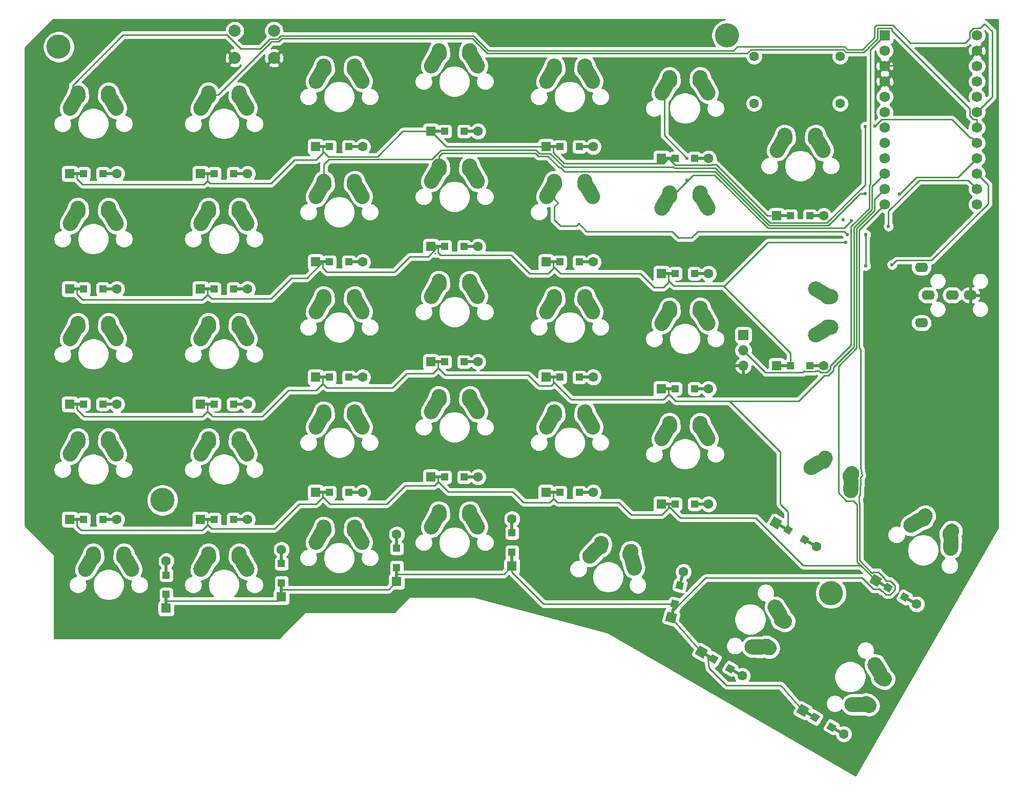
<source format=gbl>
G04 #@! TF.GenerationSoftware,KiCad,Pcbnew,(5.1.10-1-10_14)*
G04 #@! TF.CreationDate,2021-08-01T21:47:45+01:00*
G04 #@! TF.ProjectId,AsymLeft,4173796d-4c65-4667-942e-6b696361645f,1.0*
G04 #@! TF.SameCoordinates,Original*
G04 #@! TF.FileFunction,Copper,L2,Bot*
G04 #@! TF.FilePolarity,Positive*
%FSLAX46Y46*%
G04 Gerber Fmt 4.6, Leading zero omitted, Abs format (unit mm)*
G04 Created by KiCad (PCBNEW (5.1.10-1-10_14)) date 2021-08-01 21:47:45*
%MOMM*%
%LPD*%
G01*
G04 APERTURE LIST*
G04 #@! TA.AperFunction,ComponentPad*
%ADD10C,4.000000*%
G04 #@! TD*
G04 #@! TA.AperFunction,ComponentPad*
%ADD11R,1.600000X1.600000*%
G04 #@! TD*
G04 #@! TA.AperFunction,ComponentPad*
%ADD12C,1.600000*%
G04 #@! TD*
G04 #@! TA.AperFunction,SMDPad,CuDef*
%ADD13R,2.500000X0.500000*%
G04 #@! TD*
G04 #@! TA.AperFunction,SMDPad,CuDef*
%ADD14R,1.200000X1.200000*%
G04 #@! TD*
G04 #@! TA.AperFunction,ComponentPad*
%ADD15C,0.100000*%
G04 #@! TD*
G04 #@! TA.AperFunction,SMDPad,CuDef*
%ADD16C,0.100000*%
G04 #@! TD*
G04 #@! TA.AperFunction,SMDPad,CuDef*
%ADD17R,0.500000X2.500000*%
G04 #@! TD*
G04 #@! TA.AperFunction,ComponentPad*
%ADD18O,1.700000X1.700000*%
G04 #@! TD*
G04 #@! TA.AperFunction,ComponentPad*
%ADD19R,1.700000X1.700000*%
G04 #@! TD*
G04 #@! TA.AperFunction,ComponentPad*
%ADD20C,2.000000*%
G04 #@! TD*
G04 #@! TA.AperFunction,ComponentPad*
%ADD21O,2.200000X1.600000*%
G04 #@! TD*
G04 #@! TA.AperFunction,ComponentPad*
%ADD22C,1.752600*%
G04 #@! TD*
G04 #@! TA.AperFunction,ComponentPad*
%ADD23R,1.752600X1.752600*%
G04 #@! TD*
G04 #@! TA.AperFunction,ViaPad*
%ADD24C,0.600000*%
G04 #@! TD*
G04 #@! TA.AperFunction,Conductor*
%ADD25C,0.250000*%
G04 #@! TD*
G04 #@! TA.AperFunction,Conductor*
%ADD26C,0.254000*%
G04 #@! TD*
G04 #@! TA.AperFunction,Conductor*
%ADD27C,0.100000*%
G04 #@! TD*
G04 APERTURE END LIST*
G04 #@! TA.AperFunction,ComponentPad*
G36*
G01*
X212695653Y-94042619D02*
X213274309Y-94003171D01*
G75*
G02*
X214606433Y-95165257I85019J-1247105D01*
G01*
X214606433Y-95165257D01*
G75*
G02*
X213444347Y-96497381I-1247105J-85019D01*
G01*
X212865691Y-96536829D01*
G75*
G02*
X211533567Y-95374743I-85019J1247105D01*
G01*
X211533567Y-95374743D01*
G75*
G02*
X212695653Y-94042619I1247105J85019D01*
G01*
G37*
G04 #@! TD.AperFunction*
G04 #@! TA.AperFunction,ComponentPad*
G36*
G01*
X210214034Y-100507178D02*
X211672988Y-99696802D01*
G75*
G02*
X213372699Y-100182581I606966J-1092745D01*
G01*
X213372699Y-100182581D01*
G75*
G02*
X212886920Y-101882292I-1092745J-606966D01*
G01*
X211427012Y-102693198D01*
G75*
G02*
X209727301Y-102207419I-606966J1092745D01*
G01*
X209727301Y-102207419D01*
G75*
G02*
X210213080Y-100507708I1092745J606966D01*
G01*
G37*
G04 #@! TD.AperFunction*
G04 #@! TA.AperFunction,ComponentPad*
G36*
G01*
X211427965Y-92887332D02*
X212886920Y-93697708D01*
G75*
G02*
X213372699Y-95397419I-606966J-1092745D01*
G01*
X213372699Y-95397419D01*
G75*
G02*
X211672988Y-95883198I-1092745J606966D01*
G01*
X210213080Y-95072292D01*
G75*
G02*
X209727301Y-93372581I606966J1092745D01*
G01*
X209727301Y-93372581D01*
G75*
G02*
X211427012Y-92886802I1092745J-606966D01*
G01*
G37*
G04 #@! TD.AperFunction*
G04 #@! TA.AperFunction,ComponentPad*
G36*
G01*
X212865691Y-99043171D02*
X213444347Y-99082619D01*
G75*
G02*
X214606433Y-100414743I-85019J-1247105D01*
G01*
X214606433Y-100414743D01*
G75*
G02*
X213274309Y-101576829I-1247105J85019D01*
G01*
X212695653Y-101537381D01*
G75*
G02*
X211533567Y-100205257I85019J1247105D01*
G01*
X211533567Y-100205257D01*
G75*
G02*
X212865691Y-99043171I1247105J-85019D01*
G01*
G37*
G04 #@! TD.AperFunction*
G04 #@! TA.AperFunction,ComponentPad*
G36*
G01*
X174053163Y-136369914D02*
X174164825Y-135800764D01*
G75*
G02*
X175632093Y-134814800I1226616J-240652D01*
G01*
X175632093Y-134814800D01*
G75*
G02*
X176618057Y-136282068I-240652J-1226616D01*
G01*
X176506395Y-136851218D01*
G75*
G02*
X175039127Y-137837182I-1226616J240652D01*
G01*
X175039127Y-137837182D01*
G75*
G02*
X174053163Y-136369914I240652J1226616D01*
G01*
G37*
G04 #@! TD.AperFunction*
G04 #@! TA.AperFunction,ComponentPad*
G36*
G01*
X179655688Y-140442240D02*
X179249999Y-138821142D01*
G75*
G02*
X180159143Y-137305076I1212605J303461D01*
G01*
X180159143Y-137305076D01*
G75*
G02*
X181675209Y-138214220I303461J-1212605D01*
G01*
X182080633Y-139834260D01*
G75*
G02*
X181171489Y-141350326I-1212605J-303461D01*
G01*
X181171489Y-141350326D01*
G75*
G02*
X179655423Y-140441182I-303461J1212605D01*
G01*
G37*
G04 #@! TD.AperFunction*
G04 #@! TA.AperFunction,ComponentPad*
G36*
G01*
X172609139Y-137295395D02*
X173769508Y-136095895D01*
G75*
G02*
X175537032Y-136066585I898417J-869107D01*
G01*
X175537032Y-136066585D01*
G75*
G02*
X175566342Y-137834109I-869107J-898417D01*
G01*
X174405214Y-139034393D01*
G75*
G02*
X172637690Y-139063703I-898417J869107D01*
G01*
X172637690Y-139063703D01*
G75*
G02*
X172608380Y-137296179I869107J898417D01*
G01*
G37*
G04 #@! TD.AperFunction*
G04 #@! TA.AperFunction,ComponentPad*
G36*
G01*
X178927333Y-137499907D02*
X179115205Y-136951177D01*
G75*
G02*
X180702709Y-136173467I1182607J-404897D01*
G01*
X180702709Y-136173467D01*
G75*
G02*
X181480419Y-137760971I-404897J-1182607D01*
G01*
X181292547Y-138309701D01*
G75*
G02*
X179705043Y-139087411I-1182607J404897D01*
G01*
X179705043Y-139087411D01*
G75*
G02*
X178927333Y-137499907I404897J1182607D01*
G01*
G37*
G04 #@! TD.AperFunction*
G04 #@! TA.AperFunction,ComponentPad*
G36*
G01*
X205722758Y-147552500D02*
X206243614Y-147807664D01*
G75*
G02*
X206816224Y-149480122I-549924J-1122534D01*
G01*
X206816224Y-149480122D01*
G75*
G02*
X205143766Y-150052732I-1122534J549924D01*
G01*
X204622910Y-149797568D01*
G75*
G02*
X204050300Y-148125110I549924J1122534D01*
G01*
X204050300Y-148125110D01*
G75*
G02*
X205722758Y-147552500I1122534J-549924D01*
G01*
G37*
G04 #@! TD.AperFunction*
G04 #@! TA.AperFunction,ComponentPad*
G36*
G01*
X200341334Y-151910162D02*
X202010013Y-151937832D01*
G75*
G02*
X203239116Y-153208385I-20725J-1249828D01*
G01*
X203239116Y-153208385D01*
G75*
G02*
X201968563Y-154437488I-1249828J20725D01*
G01*
X200298793Y-154409800D01*
G75*
G02*
X199069690Y-153139247I20725J1249828D01*
G01*
X199069690Y-153139247D01*
G75*
G02*
X200340243Y-151910144I1249828J-20725D01*
G01*
G37*
G04 #@! TD.AperFunction*
G04 #@! TA.AperFunction,ComponentPad*
G36*
G01*
X205202552Y-145918147D02*
X206060856Y-147349432D01*
G75*
G02*
X205631697Y-149064315I-1072021J-642862D01*
G01*
X205631697Y-149064315D01*
G75*
G02*
X203916814Y-148635156I-642862J1072021D01*
G01*
X203057950Y-147202936D01*
G75*
G02*
X203487109Y-145488053I1072021J642862D01*
G01*
X203487109Y-145488053D01*
G75*
G02*
X205201992Y-145917212I642862J-1072021D01*
G01*
G37*
G04 #@! TD.AperFunction*
G04 #@! TA.AperFunction,ComponentPad*
G36*
G01*
X203369739Y-151968123D02*
X203851147Y-152291615D01*
G75*
G02*
X204191481Y-154026311I-697181J-1037515D01*
G01*
X204191481Y-154026311D01*
G75*
G02*
X202456785Y-154366645I-1037515J697181D01*
G01*
X201975377Y-154043153D01*
G75*
G02*
X201635043Y-152308457I697181J1037515D01*
G01*
X201635043Y-152308457D01*
G75*
G02*
X203369739Y-151968123I1037515J-697181D01*
G01*
G37*
G04 #@! TD.AperFunction*
G04 #@! TA.AperFunction,ComponentPad*
G36*
G01*
X222232758Y-157077500D02*
X222753614Y-157332664D01*
G75*
G02*
X223326224Y-159005122I-549924J-1122534D01*
G01*
X223326224Y-159005122D01*
G75*
G02*
X221653766Y-159577732I-1122534J549924D01*
G01*
X221132910Y-159322568D01*
G75*
G02*
X220560300Y-157650110I549924J1122534D01*
G01*
X220560300Y-157650110D01*
G75*
G02*
X222232758Y-157077500I1122534J-549924D01*
G01*
G37*
G04 #@! TD.AperFunction*
G04 #@! TA.AperFunction,ComponentPad*
G36*
G01*
X216851334Y-161435162D02*
X218520013Y-161462832D01*
G75*
G02*
X219749116Y-162733385I-20725J-1249828D01*
G01*
X219749116Y-162733385D01*
G75*
G02*
X218478563Y-163962488I-1249828J20725D01*
G01*
X216808793Y-163934800D01*
G75*
G02*
X215579690Y-162664247I20725J1249828D01*
G01*
X215579690Y-162664247D01*
G75*
G02*
X216850243Y-161435144I1249828J-20725D01*
G01*
G37*
G04 #@! TD.AperFunction*
G04 #@! TA.AperFunction,ComponentPad*
G36*
G01*
X221712552Y-155443147D02*
X222570856Y-156874432D01*
G75*
G02*
X222141697Y-158589315I-1072021J-642862D01*
G01*
X222141697Y-158589315D01*
G75*
G02*
X220426814Y-158160156I-642862J1072021D01*
G01*
X219567950Y-156727936D01*
G75*
G02*
X219997109Y-155013053I1072021J642862D01*
G01*
X219997109Y-155013053D01*
G75*
G02*
X221711992Y-155442212I642862J-1072021D01*
G01*
G37*
G04 #@! TD.AperFunction*
G04 #@! TA.AperFunction,ComponentPad*
G36*
G01*
X219879739Y-161493123D02*
X220361147Y-161816615D01*
G75*
G02*
X220701481Y-163551311I-697181J-1037515D01*
G01*
X220701481Y-163551311D01*
G75*
G02*
X218966785Y-163891645I-1037515J697181D01*
G01*
X218485377Y-163568153D01*
G75*
G02*
X218145043Y-161833457I697181J1037515D01*
G01*
X218145043Y-161833457D01*
G75*
G02*
X219879739Y-161493123I1037515J-697181D01*
G01*
G37*
G04 #@! TD.AperFunction*
G04 #@! TA.AperFunction,ComponentPad*
G36*
G01*
X109282619Y-62259347D02*
X109243171Y-61680691D01*
G75*
G02*
X110405257Y-60348567I1247105J85019D01*
G01*
X110405257Y-60348567D01*
G75*
G02*
X111737381Y-61510653I85019J-1247105D01*
G01*
X111776829Y-62089309D01*
G75*
G02*
X110614743Y-63421433I-1247105J-85019D01*
G01*
X110614743Y-63421433D01*
G75*
G02*
X109282619Y-62259347I-85019J1247105D01*
G01*
G37*
G04 #@! TD.AperFunction*
G04 #@! TA.AperFunction,ComponentPad*
G36*
G01*
X115748238Y-64742873D02*
X114936802Y-63282012D01*
G75*
G02*
X115422581Y-61582301I1092745J606966D01*
G01*
X115422581Y-61582301D01*
G75*
G02*
X117122292Y-62068080I606966J-1092745D01*
G01*
X117933198Y-63527988D01*
G75*
G02*
X117447419Y-65227699I-1092745J-606966D01*
G01*
X117447419Y-65227699D01*
G75*
G02*
X115747708Y-64741920I-606966J1092745D01*
G01*
G37*
G04 #@! TD.AperFunction*
G04 #@! TA.AperFunction,ComponentPad*
G36*
G01*
X108127332Y-63527035D02*
X108937708Y-62068080D01*
G75*
G02*
X110637419Y-61582301I1092745J-606966D01*
G01*
X110637419Y-61582301D01*
G75*
G02*
X111123198Y-63282012I-606966J-1092745D01*
G01*
X110312292Y-64741920D01*
G75*
G02*
X108612581Y-65227699I-1092745J606966D01*
G01*
X108612581Y-65227699D01*
G75*
G02*
X108126802Y-63527988I606966J1092745D01*
G01*
G37*
G04 #@! TD.AperFunction*
G04 #@! TA.AperFunction,ComponentPad*
G36*
G01*
X114283171Y-62089309D02*
X114322619Y-61510653D01*
G75*
G02*
X115654743Y-60348567I1247105J-85019D01*
G01*
X115654743Y-60348567D01*
G75*
G02*
X116816829Y-61680691I-85019J-1247105D01*
G01*
X116777381Y-62259347D01*
G75*
G02*
X115445257Y-63421433I-1247105J85019D01*
G01*
X115445257Y-63421433D01*
G75*
G02*
X114283171Y-62089309I85019J1247105D01*
G01*
G37*
G04 #@! TD.AperFunction*
G04 #@! TA.AperFunction,ComponentPad*
G36*
G01*
X87692619Y-62259347D02*
X87653171Y-61680691D01*
G75*
G02*
X88815257Y-60348567I1247105J85019D01*
G01*
X88815257Y-60348567D01*
G75*
G02*
X90147381Y-61510653I85019J-1247105D01*
G01*
X90186829Y-62089309D01*
G75*
G02*
X89024743Y-63421433I-1247105J-85019D01*
G01*
X89024743Y-63421433D01*
G75*
G02*
X87692619Y-62259347I-85019J1247105D01*
G01*
G37*
G04 #@! TD.AperFunction*
G04 #@! TA.AperFunction,ComponentPad*
G36*
G01*
X94158238Y-64742873D02*
X93346802Y-63282012D01*
G75*
G02*
X93832581Y-61582301I1092745J606966D01*
G01*
X93832581Y-61582301D01*
G75*
G02*
X95532292Y-62068080I606966J-1092745D01*
G01*
X96343198Y-63527988D01*
G75*
G02*
X95857419Y-65227699I-1092745J-606966D01*
G01*
X95857419Y-65227699D01*
G75*
G02*
X94157708Y-64741920I-606966J1092745D01*
G01*
G37*
G04 #@! TD.AperFunction*
G04 #@! TA.AperFunction,ComponentPad*
G36*
G01*
X86537332Y-63527035D02*
X87347708Y-62068080D01*
G75*
G02*
X89047419Y-61582301I1092745J-606966D01*
G01*
X89047419Y-61582301D01*
G75*
G02*
X89533198Y-63282012I-606966J-1092745D01*
G01*
X88722292Y-64741920D01*
G75*
G02*
X87022581Y-65227699I-1092745J606966D01*
G01*
X87022581Y-65227699D01*
G75*
G02*
X86536802Y-63527988I606966J1092745D01*
G01*
G37*
G04 #@! TD.AperFunction*
G04 #@! TA.AperFunction,ComponentPad*
G36*
G01*
X92693171Y-62089309D02*
X92732619Y-61510653D01*
G75*
G02*
X94064743Y-60348567I1247105J-85019D01*
G01*
X94064743Y-60348567D01*
G75*
G02*
X95226829Y-61680691I-85019J-1247105D01*
G01*
X95187381Y-62259347D01*
G75*
G02*
X93855257Y-63421433I-1247105J85019D01*
G01*
X93855257Y-63421433D01*
G75*
G02*
X92693171Y-62089309I85019J1247105D01*
G01*
G37*
G04 #@! TD.AperFunction*
G04 #@! TA.AperFunction,ComponentPad*
G36*
G01*
X128332619Y-57814347D02*
X128293171Y-57235691D01*
G75*
G02*
X129455257Y-55903567I1247105J85019D01*
G01*
X129455257Y-55903567D01*
G75*
G02*
X130787381Y-57065653I85019J-1247105D01*
G01*
X130826829Y-57644309D01*
G75*
G02*
X129664743Y-58976433I-1247105J-85019D01*
G01*
X129664743Y-58976433D01*
G75*
G02*
X128332619Y-57814347I-85019J1247105D01*
G01*
G37*
G04 #@! TD.AperFunction*
G04 #@! TA.AperFunction,ComponentPad*
G36*
G01*
X134798238Y-60297873D02*
X133986802Y-58837012D01*
G75*
G02*
X134472581Y-57137301I1092745J606966D01*
G01*
X134472581Y-57137301D01*
G75*
G02*
X136172292Y-57623080I606966J-1092745D01*
G01*
X136983198Y-59082988D01*
G75*
G02*
X136497419Y-60782699I-1092745J-606966D01*
G01*
X136497419Y-60782699D01*
G75*
G02*
X134797708Y-60296920I-606966J1092745D01*
G01*
G37*
G04 #@! TD.AperFunction*
G04 #@! TA.AperFunction,ComponentPad*
G36*
G01*
X127177332Y-59082035D02*
X127987708Y-57623080D01*
G75*
G02*
X129687419Y-57137301I1092745J-606966D01*
G01*
X129687419Y-57137301D01*
G75*
G02*
X130173198Y-58837012I-606966J-1092745D01*
G01*
X129362292Y-60296920D01*
G75*
G02*
X127662581Y-60782699I-1092745J606966D01*
G01*
X127662581Y-60782699D01*
G75*
G02*
X127176802Y-59082988I606966J1092745D01*
G01*
G37*
G04 #@! TD.AperFunction*
G04 #@! TA.AperFunction,ComponentPad*
G36*
G01*
X133333171Y-57644309D02*
X133372619Y-57065653D01*
G75*
G02*
X134704743Y-55903567I1247105J-85019D01*
G01*
X134704743Y-55903567D01*
G75*
G02*
X135866829Y-57235691I-85019J-1247105D01*
G01*
X135827381Y-57814347D01*
G75*
G02*
X134495257Y-58976433I-1247105J85019D01*
G01*
X134495257Y-58976433D01*
G75*
G02*
X133333171Y-57644309I85019J1247105D01*
G01*
G37*
G04 #@! TD.AperFunction*
G04 #@! TA.AperFunction,ComponentPad*
G36*
G01*
X147382619Y-55274347D02*
X147343171Y-54695691D01*
G75*
G02*
X148505257Y-53363567I1247105J85019D01*
G01*
X148505257Y-53363567D01*
G75*
G02*
X149837381Y-54525653I85019J-1247105D01*
G01*
X149876829Y-55104309D01*
G75*
G02*
X148714743Y-56436433I-1247105J-85019D01*
G01*
X148714743Y-56436433D01*
G75*
G02*
X147382619Y-55274347I-85019J1247105D01*
G01*
G37*
G04 #@! TD.AperFunction*
G04 #@! TA.AperFunction,ComponentPad*
G36*
G01*
X153848238Y-57757873D02*
X153036802Y-56297012D01*
G75*
G02*
X153522581Y-54597301I1092745J606966D01*
G01*
X153522581Y-54597301D01*
G75*
G02*
X155222292Y-55083080I606966J-1092745D01*
G01*
X156033198Y-56542988D01*
G75*
G02*
X155547419Y-58242699I-1092745J-606966D01*
G01*
X155547419Y-58242699D01*
G75*
G02*
X153847708Y-57756920I-606966J1092745D01*
G01*
G37*
G04 #@! TD.AperFunction*
G04 #@! TA.AperFunction,ComponentPad*
G36*
G01*
X146227332Y-56542035D02*
X147037708Y-55083080D01*
G75*
G02*
X148737419Y-54597301I1092745J-606966D01*
G01*
X148737419Y-54597301D01*
G75*
G02*
X149223198Y-56297012I-606966J-1092745D01*
G01*
X148412292Y-57756920D01*
G75*
G02*
X146712581Y-58242699I-1092745J606966D01*
G01*
X146712581Y-58242699D01*
G75*
G02*
X146226802Y-56542988I606966J1092745D01*
G01*
G37*
G04 #@! TD.AperFunction*
G04 #@! TA.AperFunction,ComponentPad*
G36*
G01*
X152383171Y-55104309D02*
X152422619Y-54525653D01*
G75*
G02*
X153754743Y-53363567I1247105J-85019D01*
G01*
X153754743Y-53363567D01*
G75*
G02*
X154916829Y-54695691I-85019J-1247105D01*
G01*
X154877381Y-55274347D01*
G75*
G02*
X153545257Y-56436433I-1247105J85019D01*
G01*
X153545257Y-56436433D01*
G75*
G02*
X152383171Y-55104309I85019J1247105D01*
G01*
G37*
G04 #@! TD.AperFunction*
G04 #@! TA.AperFunction,ComponentPad*
G36*
G01*
X166432619Y-57814347D02*
X166393171Y-57235691D01*
G75*
G02*
X167555257Y-55903567I1247105J85019D01*
G01*
X167555257Y-55903567D01*
G75*
G02*
X168887381Y-57065653I85019J-1247105D01*
G01*
X168926829Y-57644309D01*
G75*
G02*
X167764743Y-58976433I-1247105J-85019D01*
G01*
X167764743Y-58976433D01*
G75*
G02*
X166432619Y-57814347I-85019J1247105D01*
G01*
G37*
G04 #@! TD.AperFunction*
G04 #@! TA.AperFunction,ComponentPad*
G36*
G01*
X172898238Y-60297873D02*
X172086802Y-58837012D01*
G75*
G02*
X172572581Y-57137301I1092745J606966D01*
G01*
X172572581Y-57137301D01*
G75*
G02*
X174272292Y-57623080I606966J-1092745D01*
G01*
X175083198Y-59082988D01*
G75*
G02*
X174597419Y-60782699I-1092745J-606966D01*
G01*
X174597419Y-60782699D01*
G75*
G02*
X172897708Y-60296920I-606966J1092745D01*
G01*
G37*
G04 #@! TD.AperFunction*
G04 #@! TA.AperFunction,ComponentPad*
G36*
G01*
X165277332Y-59082035D02*
X166087708Y-57623080D01*
G75*
G02*
X167787419Y-57137301I1092745J-606966D01*
G01*
X167787419Y-57137301D01*
G75*
G02*
X168273198Y-58837012I-606966J-1092745D01*
G01*
X167462292Y-60296920D01*
G75*
G02*
X165762581Y-60782699I-1092745J606966D01*
G01*
X165762581Y-60782699D01*
G75*
G02*
X165276802Y-59082988I606966J1092745D01*
G01*
G37*
G04 #@! TD.AperFunction*
G04 #@! TA.AperFunction,ComponentPad*
G36*
G01*
X171433171Y-57644309D02*
X171472619Y-57065653D01*
G75*
G02*
X172804743Y-55903567I1247105J-85019D01*
G01*
X172804743Y-55903567D01*
G75*
G02*
X173966829Y-57235691I-85019J-1247105D01*
G01*
X173927381Y-57814347D01*
G75*
G02*
X172595257Y-58976433I-1247105J85019D01*
G01*
X172595257Y-58976433D01*
G75*
G02*
X171433171Y-57644309I85019J1247105D01*
G01*
G37*
G04 #@! TD.AperFunction*
G04 #@! TA.AperFunction,ComponentPad*
G36*
G01*
X185482619Y-59719347D02*
X185443171Y-59140691D01*
G75*
G02*
X186605257Y-57808567I1247105J85019D01*
G01*
X186605257Y-57808567D01*
G75*
G02*
X187937381Y-58970653I85019J-1247105D01*
G01*
X187976829Y-59549309D01*
G75*
G02*
X186814743Y-60881433I-1247105J-85019D01*
G01*
X186814743Y-60881433D01*
G75*
G02*
X185482619Y-59719347I-85019J1247105D01*
G01*
G37*
G04 #@! TD.AperFunction*
G04 #@! TA.AperFunction,ComponentPad*
G36*
G01*
X191948238Y-62202873D02*
X191136802Y-60742012D01*
G75*
G02*
X191622581Y-59042301I1092745J606966D01*
G01*
X191622581Y-59042301D01*
G75*
G02*
X193322292Y-59528080I606966J-1092745D01*
G01*
X194133198Y-60987988D01*
G75*
G02*
X193647419Y-62687699I-1092745J-606966D01*
G01*
X193647419Y-62687699D01*
G75*
G02*
X191947708Y-62201920I-606966J1092745D01*
G01*
G37*
G04 #@! TD.AperFunction*
G04 #@! TA.AperFunction,ComponentPad*
G36*
G01*
X184327332Y-60987035D02*
X185137708Y-59528080D01*
G75*
G02*
X186837419Y-59042301I1092745J-606966D01*
G01*
X186837419Y-59042301D01*
G75*
G02*
X187323198Y-60742012I-606966J-1092745D01*
G01*
X186512292Y-62201920D01*
G75*
G02*
X184812581Y-62687699I-1092745J606966D01*
G01*
X184812581Y-62687699D01*
G75*
G02*
X184326802Y-60987988I606966J1092745D01*
G01*
G37*
G04 #@! TD.AperFunction*
G04 #@! TA.AperFunction,ComponentPad*
G36*
G01*
X190483171Y-59549309D02*
X190522619Y-58970653D01*
G75*
G02*
X191854743Y-57808567I1247105J-85019D01*
G01*
X191854743Y-57808567D01*
G75*
G02*
X193016829Y-59140691I-85019J-1247105D01*
G01*
X192977381Y-59719347D01*
G75*
G02*
X191645257Y-60881433I-1247105J85019D01*
G01*
X191645257Y-60881433D01*
G75*
G02*
X190483171Y-59549309I85019J1247105D01*
G01*
G37*
G04 #@! TD.AperFunction*
G04 #@! TA.AperFunction,ComponentPad*
G36*
G01*
X204532619Y-69244347D02*
X204493171Y-68665691D01*
G75*
G02*
X205655257Y-67333567I1247105J85019D01*
G01*
X205655257Y-67333567D01*
G75*
G02*
X206987381Y-68495653I85019J-1247105D01*
G01*
X207026829Y-69074309D01*
G75*
G02*
X205864743Y-70406433I-1247105J-85019D01*
G01*
X205864743Y-70406433D01*
G75*
G02*
X204532619Y-69244347I-85019J1247105D01*
G01*
G37*
G04 #@! TD.AperFunction*
G04 #@! TA.AperFunction,ComponentPad*
G36*
G01*
X210998238Y-71727873D02*
X210186802Y-70267012D01*
G75*
G02*
X210672581Y-68567301I1092745J606966D01*
G01*
X210672581Y-68567301D01*
G75*
G02*
X212372292Y-69053080I606966J-1092745D01*
G01*
X213183198Y-70512988D01*
G75*
G02*
X212697419Y-72212699I-1092745J-606966D01*
G01*
X212697419Y-72212699D01*
G75*
G02*
X210997708Y-71726920I-606966J1092745D01*
G01*
G37*
G04 #@! TD.AperFunction*
G04 #@! TA.AperFunction,ComponentPad*
G36*
G01*
X203377332Y-70512035D02*
X204187708Y-69053080D01*
G75*
G02*
X205887419Y-68567301I1092745J-606966D01*
G01*
X205887419Y-68567301D01*
G75*
G02*
X206373198Y-70267012I-606966J-1092745D01*
G01*
X205562292Y-71726920D01*
G75*
G02*
X203862581Y-72212699I-1092745J606966D01*
G01*
X203862581Y-72212699D01*
G75*
G02*
X203376802Y-70512988I606966J1092745D01*
G01*
G37*
G04 #@! TD.AperFunction*
G04 #@! TA.AperFunction,ComponentPad*
G36*
G01*
X209533171Y-69074309D02*
X209572619Y-68495653D01*
G75*
G02*
X210904743Y-67333567I1247105J-85019D01*
G01*
X210904743Y-67333567D01*
G75*
G02*
X212066829Y-68665691I-85019J-1247105D01*
G01*
X212027381Y-69244347D01*
G75*
G02*
X210695257Y-70406433I-1247105J85019D01*
G01*
X210695257Y-70406433D01*
G75*
G02*
X209533171Y-69074309I85019J1247105D01*
G01*
G37*
G04 #@! TD.AperFunction*
G04 #@! TA.AperFunction,ComponentPad*
G36*
G01*
X87692619Y-81309347D02*
X87653171Y-80730691D01*
G75*
G02*
X88815257Y-79398567I1247105J85019D01*
G01*
X88815257Y-79398567D01*
G75*
G02*
X90147381Y-80560653I85019J-1247105D01*
G01*
X90186829Y-81139309D01*
G75*
G02*
X89024743Y-82471433I-1247105J-85019D01*
G01*
X89024743Y-82471433D01*
G75*
G02*
X87692619Y-81309347I-85019J1247105D01*
G01*
G37*
G04 #@! TD.AperFunction*
G04 #@! TA.AperFunction,ComponentPad*
G36*
G01*
X94158238Y-83792873D02*
X93346802Y-82332012D01*
G75*
G02*
X93832581Y-80632301I1092745J606966D01*
G01*
X93832581Y-80632301D01*
G75*
G02*
X95532292Y-81118080I606966J-1092745D01*
G01*
X96343198Y-82577988D01*
G75*
G02*
X95857419Y-84277699I-1092745J-606966D01*
G01*
X95857419Y-84277699D01*
G75*
G02*
X94157708Y-83791920I-606966J1092745D01*
G01*
G37*
G04 #@! TD.AperFunction*
G04 #@! TA.AperFunction,ComponentPad*
G36*
G01*
X86537332Y-82577035D02*
X87347708Y-81118080D01*
G75*
G02*
X89047419Y-80632301I1092745J-606966D01*
G01*
X89047419Y-80632301D01*
G75*
G02*
X89533198Y-82332012I-606966J-1092745D01*
G01*
X88722292Y-83791920D01*
G75*
G02*
X87022581Y-84277699I-1092745J606966D01*
G01*
X87022581Y-84277699D01*
G75*
G02*
X86536802Y-82577988I606966J1092745D01*
G01*
G37*
G04 #@! TD.AperFunction*
G04 #@! TA.AperFunction,ComponentPad*
G36*
G01*
X92693171Y-81139309D02*
X92732619Y-80560653D01*
G75*
G02*
X94064743Y-79398567I1247105J-85019D01*
G01*
X94064743Y-79398567D01*
G75*
G02*
X95226829Y-80730691I-85019J-1247105D01*
G01*
X95187381Y-81309347D01*
G75*
G02*
X93855257Y-82471433I-1247105J85019D01*
G01*
X93855257Y-82471433D01*
G75*
G02*
X92693171Y-81139309I85019J1247105D01*
G01*
G37*
G04 #@! TD.AperFunction*
G04 #@! TA.AperFunction,ComponentPad*
G36*
G01*
X109282619Y-81309347D02*
X109243171Y-80730691D01*
G75*
G02*
X110405257Y-79398567I1247105J85019D01*
G01*
X110405257Y-79398567D01*
G75*
G02*
X111737381Y-80560653I85019J-1247105D01*
G01*
X111776829Y-81139309D01*
G75*
G02*
X110614743Y-82471433I-1247105J-85019D01*
G01*
X110614743Y-82471433D01*
G75*
G02*
X109282619Y-81309347I-85019J1247105D01*
G01*
G37*
G04 #@! TD.AperFunction*
G04 #@! TA.AperFunction,ComponentPad*
G36*
G01*
X115748238Y-83792873D02*
X114936802Y-82332012D01*
G75*
G02*
X115422581Y-80632301I1092745J606966D01*
G01*
X115422581Y-80632301D01*
G75*
G02*
X117122292Y-81118080I606966J-1092745D01*
G01*
X117933198Y-82577988D01*
G75*
G02*
X117447419Y-84277699I-1092745J-606966D01*
G01*
X117447419Y-84277699D01*
G75*
G02*
X115747708Y-83791920I-606966J1092745D01*
G01*
G37*
G04 #@! TD.AperFunction*
G04 #@! TA.AperFunction,ComponentPad*
G36*
G01*
X108127332Y-82577035D02*
X108937708Y-81118080D01*
G75*
G02*
X110637419Y-80632301I1092745J-606966D01*
G01*
X110637419Y-80632301D01*
G75*
G02*
X111123198Y-82332012I-606966J-1092745D01*
G01*
X110312292Y-83791920D01*
G75*
G02*
X108612581Y-84277699I-1092745J606966D01*
G01*
X108612581Y-84277699D01*
G75*
G02*
X108126802Y-82577988I606966J1092745D01*
G01*
G37*
G04 #@! TD.AperFunction*
G04 #@! TA.AperFunction,ComponentPad*
G36*
G01*
X114283171Y-81139309D02*
X114322619Y-80560653D01*
G75*
G02*
X115654743Y-79398567I1247105J-85019D01*
G01*
X115654743Y-79398567D01*
G75*
G02*
X116816829Y-80730691I-85019J-1247105D01*
G01*
X116777381Y-81309347D01*
G75*
G02*
X115445257Y-82471433I-1247105J85019D01*
G01*
X115445257Y-82471433D01*
G75*
G02*
X114283171Y-81139309I85019J1247105D01*
G01*
G37*
G04 #@! TD.AperFunction*
G04 #@! TA.AperFunction,ComponentPad*
G36*
G01*
X128332619Y-76864347D02*
X128293171Y-76285691D01*
G75*
G02*
X129455257Y-74953567I1247105J85019D01*
G01*
X129455257Y-74953567D01*
G75*
G02*
X130787381Y-76115653I85019J-1247105D01*
G01*
X130826829Y-76694309D01*
G75*
G02*
X129664743Y-78026433I-1247105J-85019D01*
G01*
X129664743Y-78026433D01*
G75*
G02*
X128332619Y-76864347I-85019J1247105D01*
G01*
G37*
G04 #@! TD.AperFunction*
G04 #@! TA.AperFunction,ComponentPad*
G36*
G01*
X134798238Y-79347873D02*
X133986802Y-77887012D01*
G75*
G02*
X134472581Y-76187301I1092745J606966D01*
G01*
X134472581Y-76187301D01*
G75*
G02*
X136172292Y-76673080I606966J-1092745D01*
G01*
X136983198Y-78132988D01*
G75*
G02*
X136497419Y-79832699I-1092745J-606966D01*
G01*
X136497419Y-79832699D01*
G75*
G02*
X134797708Y-79346920I-606966J1092745D01*
G01*
G37*
G04 #@! TD.AperFunction*
G04 #@! TA.AperFunction,ComponentPad*
G36*
G01*
X127177332Y-78132035D02*
X127987708Y-76673080D01*
G75*
G02*
X129687419Y-76187301I1092745J-606966D01*
G01*
X129687419Y-76187301D01*
G75*
G02*
X130173198Y-77887012I-606966J-1092745D01*
G01*
X129362292Y-79346920D01*
G75*
G02*
X127662581Y-79832699I-1092745J606966D01*
G01*
X127662581Y-79832699D01*
G75*
G02*
X127176802Y-78132988I606966J1092745D01*
G01*
G37*
G04 #@! TD.AperFunction*
G04 #@! TA.AperFunction,ComponentPad*
G36*
G01*
X133333171Y-76694309D02*
X133372619Y-76115653D01*
G75*
G02*
X134704743Y-74953567I1247105J-85019D01*
G01*
X134704743Y-74953567D01*
G75*
G02*
X135866829Y-76285691I-85019J-1247105D01*
G01*
X135827381Y-76864347D01*
G75*
G02*
X134495257Y-78026433I-1247105J85019D01*
G01*
X134495257Y-78026433D01*
G75*
G02*
X133333171Y-76694309I85019J1247105D01*
G01*
G37*
G04 #@! TD.AperFunction*
G04 #@! TA.AperFunction,ComponentPad*
G36*
G01*
X147382619Y-74324347D02*
X147343171Y-73745691D01*
G75*
G02*
X148505257Y-72413567I1247105J85019D01*
G01*
X148505257Y-72413567D01*
G75*
G02*
X149837381Y-73575653I85019J-1247105D01*
G01*
X149876829Y-74154309D01*
G75*
G02*
X148714743Y-75486433I-1247105J-85019D01*
G01*
X148714743Y-75486433D01*
G75*
G02*
X147382619Y-74324347I-85019J1247105D01*
G01*
G37*
G04 #@! TD.AperFunction*
G04 #@! TA.AperFunction,ComponentPad*
G36*
G01*
X153848238Y-76807873D02*
X153036802Y-75347012D01*
G75*
G02*
X153522581Y-73647301I1092745J606966D01*
G01*
X153522581Y-73647301D01*
G75*
G02*
X155222292Y-74133080I606966J-1092745D01*
G01*
X156033198Y-75592988D01*
G75*
G02*
X155547419Y-77292699I-1092745J-606966D01*
G01*
X155547419Y-77292699D01*
G75*
G02*
X153847708Y-76806920I-606966J1092745D01*
G01*
G37*
G04 #@! TD.AperFunction*
G04 #@! TA.AperFunction,ComponentPad*
G36*
G01*
X146227332Y-75592035D02*
X147037708Y-74133080D01*
G75*
G02*
X148737419Y-73647301I1092745J-606966D01*
G01*
X148737419Y-73647301D01*
G75*
G02*
X149223198Y-75347012I-606966J-1092745D01*
G01*
X148412292Y-76806920D01*
G75*
G02*
X146712581Y-77292699I-1092745J606966D01*
G01*
X146712581Y-77292699D01*
G75*
G02*
X146226802Y-75592988I606966J1092745D01*
G01*
G37*
G04 #@! TD.AperFunction*
G04 #@! TA.AperFunction,ComponentPad*
G36*
G01*
X152383171Y-74154309D02*
X152422619Y-73575653D01*
G75*
G02*
X153754743Y-72413567I1247105J-85019D01*
G01*
X153754743Y-72413567D01*
G75*
G02*
X154916829Y-73745691I-85019J-1247105D01*
G01*
X154877381Y-74324347D01*
G75*
G02*
X153545257Y-75486433I-1247105J85019D01*
G01*
X153545257Y-75486433D01*
G75*
G02*
X152383171Y-74154309I85019J1247105D01*
G01*
G37*
G04 #@! TD.AperFunction*
G04 #@! TA.AperFunction,ComponentPad*
G36*
G01*
X166432619Y-76864347D02*
X166393171Y-76285691D01*
G75*
G02*
X167555257Y-74953567I1247105J85019D01*
G01*
X167555257Y-74953567D01*
G75*
G02*
X168887381Y-76115653I85019J-1247105D01*
G01*
X168926829Y-76694309D01*
G75*
G02*
X167764743Y-78026433I-1247105J-85019D01*
G01*
X167764743Y-78026433D01*
G75*
G02*
X166432619Y-76864347I-85019J1247105D01*
G01*
G37*
G04 #@! TD.AperFunction*
G04 #@! TA.AperFunction,ComponentPad*
G36*
G01*
X172898238Y-79347873D02*
X172086802Y-77887012D01*
G75*
G02*
X172572581Y-76187301I1092745J606966D01*
G01*
X172572581Y-76187301D01*
G75*
G02*
X174272292Y-76673080I606966J-1092745D01*
G01*
X175083198Y-78132988D01*
G75*
G02*
X174597419Y-79832699I-1092745J-606966D01*
G01*
X174597419Y-79832699D01*
G75*
G02*
X172897708Y-79346920I-606966J1092745D01*
G01*
G37*
G04 #@! TD.AperFunction*
G04 #@! TA.AperFunction,ComponentPad*
G36*
G01*
X165277332Y-78132035D02*
X166087708Y-76673080D01*
G75*
G02*
X167787419Y-76187301I1092745J-606966D01*
G01*
X167787419Y-76187301D01*
G75*
G02*
X168273198Y-77887012I-606966J-1092745D01*
G01*
X167462292Y-79346920D01*
G75*
G02*
X165762581Y-79832699I-1092745J606966D01*
G01*
X165762581Y-79832699D01*
G75*
G02*
X165276802Y-78132988I606966J1092745D01*
G01*
G37*
G04 #@! TD.AperFunction*
G04 #@! TA.AperFunction,ComponentPad*
G36*
G01*
X171433171Y-76694309D02*
X171472619Y-76115653D01*
G75*
G02*
X172804743Y-74953567I1247105J-85019D01*
G01*
X172804743Y-74953567D01*
G75*
G02*
X173966829Y-76285691I-85019J-1247105D01*
G01*
X173927381Y-76864347D01*
G75*
G02*
X172595257Y-78026433I-1247105J85019D01*
G01*
X172595257Y-78026433D01*
G75*
G02*
X171433171Y-76694309I85019J1247105D01*
G01*
G37*
G04 #@! TD.AperFunction*
G04 #@! TA.AperFunction,ComponentPad*
G36*
G01*
X185482619Y-78769347D02*
X185443171Y-78190691D01*
G75*
G02*
X186605257Y-76858567I1247105J85019D01*
G01*
X186605257Y-76858567D01*
G75*
G02*
X187937381Y-78020653I85019J-1247105D01*
G01*
X187976829Y-78599309D01*
G75*
G02*
X186814743Y-79931433I-1247105J-85019D01*
G01*
X186814743Y-79931433D01*
G75*
G02*
X185482619Y-78769347I-85019J1247105D01*
G01*
G37*
G04 #@! TD.AperFunction*
G04 #@! TA.AperFunction,ComponentPad*
G36*
G01*
X191948238Y-81252873D02*
X191136802Y-79792012D01*
G75*
G02*
X191622581Y-78092301I1092745J606966D01*
G01*
X191622581Y-78092301D01*
G75*
G02*
X193322292Y-78578080I606966J-1092745D01*
G01*
X194133198Y-80037988D01*
G75*
G02*
X193647419Y-81737699I-1092745J-606966D01*
G01*
X193647419Y-81737699D01*
G75*
G02*
X191947708Y-81251920I-606966J1092745D01*
G01*
G37*
G04 #@! TD.AperFunction*
G04 #@! TA.AperFunction,ComponentPad*
G36*
G01*
X184327332Y-80037035D02*
X185137708Y-78578080D01*
G75*
G02*
X186837419Y-78092301I1092745J-606966D01*
G01*
X186837419Y-78092301D01*
G75*
G02*
X187323198Y-79792012I-606966J-1092745D01*
G01*
X186512292Y-81251920D01*
G75*
G02*
X184812581Y-81737699I-1092745J606966D01*
G01*
X184812581Y-81737699D01*
G75*
G02*
X184326802Y-80037988I606966J1092745D01*
G01*
G37*
G04 #@! TD.AperFunction*
G04 #@! TA.AperFunction,ComponentPad*
G36*
G01*
X190483171Y-78599309D02*
X190522619Y-78020653D01*
G75*
G02*
X191854743Y-76858567I1247105J-85019D01*
G01*
X191854743Y-76858567D01*
G75*
G02*
X193016829Y-78190691I-85019J-1247105D01*
G01*
X192977381Y-78769347D01*
G75*
G02*
X191645257Y-79931433I-1247105J85019D01*
G01*
X191645257Y-79931433D01*
G75*
G02*
X190483171Y-78599309I85019J1247105D01*
G01*
G37*
G04 #@! TD.AperFunction*
G04 #@! TA.AperFunction,ComponentPad*
G36*
G01*
X87692619Y-100359347D02*
X87653171Y-99780691D01*
G75*
G02*
X88815257Y-98448567I1247105J85019D01*
G01*
X88815257Y-98448567D01*
G75*
G02*
X90147381Y-99610653I85019J-1247105D01*
G01*
X90186829Y-100189309D01*
G75*
G02*
X89024743Y-101521433I-1247105J-85019D01*
G01*
X89024743Y-101521433D01*
G75*
G02*
X87692619Y-100359347I-85019J1247105D01*
G01*
G37*
G04 #@! TD.AperFunction*
G04 #@! TA.AperFunction,ComponentPad*
G36*
G01*
X94158238Y-102842873D02*
X93346802Y-101382012D01*
G75*
G02*
X93832581Y-99682301I1092745J606966D01*
G01*
X93832581Y-99682301D01*
G75*
G02*
X95532292Y-100168080I606966J-1092745D01*
G01*
X96343198Y-101627988D01*
G75*
G02*
X95857419Y-103327699I-1092745J-606966D01*
G01*
X95857419Y-103327699D01*
G75*
G02*
X94157708Y-102841920I-606966J1092745D01*
G01*
G37*
G04 #@! TD.AperFunction*
G04 #@! TA.AperFunction,ComponentPad*
G36*
G01*
X86537332Y-101627035D02*
X87347708Y-100168080D01*
G75*
G02*
X89047419Y-99682301I1092745J-606966D01*
G01*
X89047419Y-99682301D01*
G75*
G02*
X89533198Y-101382012I-606966J-1092745D01*
G01*
X88722292Y-102841920D01*
G75*
G02*
X87022581Y-103327699I-1092745J606966D01*
G01*
X87022581Y-103327699D01*
G75*
G02*
X86536802Y-101627988I606966J1092745D01*
G01*
G37*
G04 #@! TD.AperFunction*
G04 #@! TA.AperFunction,ComponentPad*
G36*
G01*
X92693171Y-100189309D02*
X92732619Y-99610653D01*
G75*
G02*
X94064743Y-98448567I1247105J-85019D01*
G01*
X94064743Y-98448567D01*
G75*
G02*
X95226829Y-99780691I-85019J-1247105D01*
G01*
X95187381Y-100359347D01*
G75*
G02*
X93855257Y-101521433I-1247105J85019D01*
G01*
X93855257Y-101521433D01*
G75*
G02*
X92693171Y-100189309I85019J1247105D01*
G01*
G37*
G04 #@! TD.AperFunction*
G04 #@! TA.AperFunction,ComponentPad*
G36*
G01*
X109282619Y-100359347D02*
X109243171Y-99780691D01*
G75*
G02*
X110405257Y-98448567I1247105J85019D01*
G01*
X110405257Y-98448567D01*
G75*
G02*
X111737381Y-99610653I85019J-1247105D01*
G01*
X111776829Y-100189309D01*
G75*
G02*
X110614743Y-101521433I-1247105J-85019D01*
G01*
X110614743Y-101521433D01*
G75*
G02*
X109282619Y-100359347I-85019J1247105D01*
G01*
G37*
G04 #@! TD.AperFunction*
G04 #@! TA.AperFunction,ComponentPad*
G36*
G01*
X115748238Y-102842873D02*
X114936802Y-101382012D01*
G75*
G02*
X115422581Y-99682301I1092745J606966D01*
G01*
X115422581Y-99682301D01*
G75*
G02*
X117122292Y-100168080I606966J-1092745D01*
G01*
X117933198Y-101627988D01*
G75*
G02*
X117447419Y-103327699I-1092745J-606966D01*
G01*
X117447419Y-103327699D01*
G75*
G02*
X115747708Y-102841920I-606966J1092745D01*
G01*
G37*
G04 #@! TD.AperFunction*
G04 #@! TA.AperFunction,ComponentPad*
G36*
G01*
X108127332Y-101627035D02*
X108937708Y-100168080D01*
G75*
G02*
X110637419Y-99682301I1092745J-606966D01*
G01*
X110637419Y-99682301D01*
G75*
G02*
X111123198Y-101382012I-606966J-1092745D01*
G01*
X110312292Y-102841920D01*
G75*
G02*
X108612581Y-103327699I-1092745J606966D01*
G01*
X108612581Y-103327699D01*
G75*
G02*
X108126802Y-101627988I606966J1092745D01*
G01*
G37*
G04 #@! TD.AperFunction*
G04 #@! TA.AperFunction,ComponentPad*
G36*
G01*
X114283171Y-100189309D02*
X114322619Y-99610653D01*
G75*
G02*
X115654743Y-98448567I1247105J-85019D01*
G01*
X115654743Y-98448567D01*
G75*
G02*
X116816829Y-99780691I-85019J-1247105D01*
G01*
X116777381Y-100359347D01*
G75*
G02*
X115445257Y-101521433I-1247105J85019D01*
G01*
X115445257Y-101521433D01*
G75*
G02*
X114283171Y-100189309I85019J1247105D01*
G01*
G37*
G04 #@! TD.AperFunction*
G04 #@! TA.AperFunction,ComponentPad*
G36*
G01*
X128332619Y-95914347D02*
X128293171Y-95335691D01*
G75*
G02*
X129455257Y-94003567I1247105J85019D01*
G01*
X129455257Y-94003567D01*
G75*
G02*
X130787381Y-95165653I85019J-1247105D01*
G01*
X130826829Y-95744309D01*
G75*
G02*
X129664743Y-97076433I-1247105J-85019D01*
G01*
X129664743Y-97076433D01*
G75*
G02*
X128332619Y-95914347I-85019J1247105D01*
G01*
G37*
G04 #@! TD.AperFunction*
G04 #@! TA.AperFunction,ComponentPad*
G36*
G01*
X134798238Y-98397873D02*
X133986802Y-96937012D01*
G75*
G02*
X134472581Y-95237301I1092745J606966D01*
G01*
X134472581Y-95237301D01*
G75*
G02*
X136172292Y-95723080I606966J-1092745D01*
G01*
X136983198Y-97182988D01*
G75*
G02*
X136497419Y-98882699I-1092745J-606966D01*
G01*
X136497419Y-98882699D01*
G75*
G02*
X134797708Y-98396920I-606966J1092745D01*
G01*
G37*
G04 #@! TD.AperFunction*
G04 #@! TA.AperFunction,ComponentPad*
G36*
G01*
X127177332Y-97182035D02*
X127987708Y-95723080D01*
G75*
G02*
X129687419Y-95237301I1092745J-606966D01*
G01*
X129687419Y-95237301D01*
G75*
G02*
X130173198Y-96937012I-606966J-1092745D01*
G01*
X129362292Y-98396920D01*
G75*
G02*
X127662581Y-98882699I-1092745J606966D01*
G01*
X127662581Y-98882699D01*
G75*
G02*
X127176802Y-97182988I606966J1092745D01*
G01*
G37*
G04 #@! TD.AperFunction*
G04 #@! TA.AperFunction,ComponentPad*
G36*
G01*
X133333171Y-95744309D02*
X133372619Y-95165653D01*
G75*
G02*
X134704743Y-94003567I1247105J-85019D01*
G01*
X134704743Y-94003567D01*
G75*
G02*
X135866829Y-95335691I-85019J-1247105D01*
G01*
X135827381Y-95914347D01*
G75*
G02*
X134495257Y-97076433I-1247105J85019D01*
G01*
X134495257Y-97076433D01*
G75*
G02*
X133333171Y-95744309I85019J1247105D01*
G01*
G37*
G04 #@! TD.AperFunction*
G04 #@! TA.AperFunction,ComponentPad*
G36*
G01*
X147382619Y-93374347D02*
X147343171Y-92795691D01*
G75*
G02*
X148505257Y-91463567I1247105J85019D01*
G01*
X148505257Y-91463567D01*
G75*
G02*
X149837381Y-92625653I85019J-1247105D01*
G01*
X149876829Y-93204309D01*
G75*
G02*
X148714743Y-94536433I-1247105J-85019D01*
G01*
X148714743Y-94536433D01*
G75*
G02*
X147382619Y-93374347I-85019J1247105D01*
G01*
G37*
G04 #@! TD.AperFunction*
G04 #@! TA.AperFunction,ComponentPad*
G36*
G01*
X153848238Y-95857873D02*
X153036802Y-94397012D01*
G75*
G02*
X153522581Y-92697301I1092745J606966D01*
G01*
X153522581Y-92697301D01*
G75*
G02*
X155222292Y-93183080I606966J-1092745D01*
G01*
X156033198Y-94642988D01*
G75*
G02*
X155547419Y-96342699I-1092745J-606966D01*
G01*
X155547419Y-96342699D01*
G75*
G02*
X153847708Y-95856920I-606966J1092745D01*
G01*
G37*
G04 #@! TD.AperFunction*
G04 #@! TA.AperFunction,ComponentPad*
G36*
G01*
X146227332Y-94642035D02*
X147037708Y-93183080D01*
G75*
G02*
X148737419Y-92697301I1092745J-606966D01*
G01*
X148737419Y-92697301D01*
G75*
G02*
X149223198Y-94397012I-606966J-1092745D01*
G01*
X148412292Y-95856920D01*
G75*
G02*
X146712581Y-96342699I-1092745J606966D01*
G01*
X146712581Y-96342699D01*
G75*
G02*
X146226802Y-94642988I606966J1092745D01*
G01*
G37*
G04 #@! TD.AperFunction*
G04 #@! TA.AperFunction,ComponentPad*
G36*
G01*
X152383171Y-93204309D02*
X152422619Y-92625653D01*
G75*
G02*
X153754743Y-91463567I1247105J-85019D01*
G01*
X153754743Y-91463567D01*
G75*
G02*
X154916829Y-92795691I-85019J-1247105D01*
G01*
X154877381Y-93374347D01*
G75*
G02*
X153545257Y-94536433I-1247105J85019D01*
G01*
X153545257Y-94536433D01*
G75*
G02*
X152383171Y-93204309I85019J1247105D01*
G01*
G37*
G04 #@! TD.AperFunction*
G04 #@! TA.AperFunction,ComponentPad*
G36*
G01*
X166432619Y-95914347D02*
X166393171Y-95335691D01*
G75*
G02*
X167555257Y-94003567I1247105J85019D01*
G01*
X167555257Y-94003567D01*
G75*
G02*
X168887381Y-95165653I85019J-1247105D01*
G01*
X168926829Y-95744309D01*
G75*
G02*
X167764743Y-97076433I-1247105J-85019D01*
G01*
X167764743Y-97076433D01*
G75*
G02*
X166432619Y-95914347I-85019J1247105D01*
G01*
G37*
G04 #@! TD.AperFunction*
G04 #@! TA.AperFunction,ComponentPad*
G36*
G01*
X172898238Y-98397873D02*
X172086802Y-96937012D01*
G75*
G02*
X172572581Y-95237301I1092745J606966D01*
G01*
X172572581Y-95237301D01*
G75*
G02*
X174272292Y-95723080I606966J-1092745D01*
G01*
X175083198Y-97182988D01*
G75*
G02*
X174597419Y-98882699I-1092745J-606966D01*
G01*
X174597419Y-98882699D01*
G75*
G02*
X172897708Y-98396920I-606966J1092745D01*
G01*
G37*
G04 #@! TD.AperFunction*
G04 #@! TA.AperFunction,ComponentPad*
G36*
G01*
X165277332Y-97182035D02*
X166087708Y-95723080D01*
G75*
G02*
X167787419Y-95237301I1092745J-606966D01*
G01*
X167787419Y-95237301D01*
G75*
G02*
X168273198Y-96937012I-606966J-1092745D01*
G01*
X167462292Y-98396920D01*
G75*
G02*
X165762581Y-98882699I-1092745J606966D01*
G01*
X165762581Y-98882699D01*
G75*
G02*
X165276802Y-97182988I606966J1092745D01*
G01*
G37*
G04 #@! TD.AperFunction*
G04 #@! TA.AperFunction,ComponentPad*
G36*
G01*
X171433171Y-95744309D02*
X171472619Y-95165653D01*
G75*
G02*
X172804743Y-94003567I1247105J-85019D01*
G01*
X172804743Y-94003567D01*
G75*
G02*
X173966829Y-95335691I-85019J-1247105D01*
G01*
X173927381Y-95914347D01*
G75*
G02*
X172595257Y-97076433I-1247105J85019D01*
G01*
X172595257Y-97076433D01*
G75*
G02*
X171433171Y-95744309I85019J1247105D01*
G01*
G37*
G04 #@! TD.AperFunction*
G04 #@! TA.AperFunction,ComponentPad*
G36*
G01*
X185482619Y-97819347D02*
X185443171Y-97240691D01*
G75*
G02*
X186605257Y-95908567I1247105J85019D01*
G01*
X186605257Y-95908567D01*
G75*
G02*
X187937381Y-97070653I85019J-1247105D01*
G01*
X187976829Y-97649309D01*
G75*
G02*
X186814743Y-98981433I-1247105J-85019D01*
G01*
X186814743Y-98981433D01*
G75*
G02*
X185482619Y-97819347I-85019J1247105D01*
G01*
G37*
G04 #@! TD.AperFunction*
G04 #@! TA.AperFunction,ComponentPad*
G36*
G01*
X191948238Y-100302873D02*
X191136802Y-98842012D01*
G75*
G02*
X191622581Y-97142301I1092745J606966D01*
G01*
X191622581Y-97142301D01*
G75*
G02*
X193322292Y-97628080I606966J-1092745D01*
G01*
X194133198Y-99087988D01*
G75*
G02*
X193647419Y-100787699I-1092745J-606966D01*
G01*
X193647419Y-100787699D01*
G75*
G02*
X191947708Y-100301920I-606966J1092745D01*
G01*
G37*
G04 #@! TD.AperFunction*
G04 #@! TA.AperFunction,ComponentPad*
G36*
G01*
X184327332Y-99087035D02*
X185137708Y-97628080D01*
G75*
G02*
X186837419Y-97142301I1092745J-606966D01*
G01*
X186837419Y-97142301D01*
G75*
G02*
X187323198Y-98842012I-606966J-1092745D01*
G01*
X186512292Y-100301920D01*
G75*
G02*
X184812581Y-100787699I-1092745J606966D01*
G01*
X184812581Y-100787699D01*
G75*
G02*
X184326802Y-99087988I606966J1092745D01*
G01*
G37*
G04 #@! TD.AperFunction*
G04 #@! TA.AperFunction,ComponentPad*
G36*
G01*
X190483171Y-97649309D02*
X190522619Y-97070653D01*
G75*
G02*
X191854743Y-95908567I1247105J-85019D01*
G01*
X191854743Y-95908567D01*
G75*
G02*
X193016829Y-97240691I-85019J-1247105D01*
G01*
X192977381Y-97819347D01*
G75*
G02*
X191645257Y-98981433I-1247105J85019D01*
G01*
X191645257Y-98981433D01*
G75*
G02*
X190483171Y-97649309I85019J1247105D01*
G01*
G37*
G04 #@! TD.AperFunction*
G04 #@! TA.AperFunction,ComponentPad*
G36*
G01*
X211052500Y-121937242D02*
X211307664Y-121416386D01*
G75*
G02*
X212980122Y-120843776I1122534J-549924D01*
G01*
X212980122Y-120843776D01*
G75*
G02*
X213552732Y-122516234I-549924J-1122534D01*
G01*
X213297568Y-123037090D01*
G75*
G02*
X211625110Y-123609700I-1122534J549924D01*
G01*
X211625110Y-123609700D01*
G75*
G02*
X211052500Y-121937242I549924J1122534D01*
G01*
G37*
G04 #@! TD.AperFunction*
G04 #@! TA.AperFunction,ComponentPad*
G36*
G01*
X215410162Y-127318666D02*
X215437832Y-125649987D01*
G75*
G02*
X216708385Y-124420884I1249828J-20725D01*
G01*
X216708385Y-124420884D01*
G75*
G02*
X217937488Y-125691437I-20725J-1249828D01*
G01*
X217909800Y-127361207D01*
G75*
G02*
X216639247Y-128590310I-1249828J20725D01*
G01*
X216639247Y-128590310D01*
G75*
G02*
X215410144Y-127319757I20725J1249828D01*
G01*
G37*
G04 #@! TD.AperFunction*
G04 #@! TA.AperFunction,ComponentPad*
G36*
G01*
X209418147Y-122457448D02*
X210849432Y-121599144D01*
G75*
G02*
X212564315Y-122028303I642862J-1072021D01*
G01*
X212564315Y-122028303D01*
G75*
G02*
X212135156Y-123743186I-1072021J-642862D01*
G01*
X210702936Y-124602050D01*
G75*
G02*
X208988053Y-124172891I-642862J1072021D01*
G01*
X208988053Y-124172891D01*
G75*
G02*
X209417212Y-122458008I1072021J642862D01*
G01*
G37*
G04 #@! TD.AperFunction*
G04 #@! TA.AperFunction,ComponentPad*
G36*
G01*
X215468123Y-124290261D02*
X215791615Y-123808853D01*
G75*
G02*
X217526311Y-123468519I1037515J-697181D01*
G01*
X217526311Y-123468519D01*
G75*
G02*
X217866645Y-125203215I-697181J-1037515D01*
G01*
X217543153Y-125684623D01*
G75*
G02*
X215808457Y-126024957I-1037515J697181D01*
G01*
X215808457Y-126024957D01*
G75*
G02*
X215468123Y-124290261I697181J1037515D01*
G01*
G37*
G04 #@! TD.AperFunction*
G04 #@! TA.AperFunction,ComponentPad*
G36*
G01*
X87692619Y-119409347D02*
X87653171Y-118830691D01*
G75*
G02*
X88815257Y-117498567I1247105J85019D01*
G01*
X88815257Y-117498567D01*
G75*
G02*
X90147381Y-118660653I85019J-1247105D01*
G01*
X90186829Y-119239309D01*
G75*
G02*
X89024743Y-120571433I-1247105J-85019D01*
G01*
X89024743Y-120571433D01*
G75*
G02*
X87692619Y-119409347I-85019J1247105D01*
G01*
G37*
G04 #@! TD.AperFunction*
G04 #@! TA.AperFunction,ComponentPad*
G36*
G01*
X94158238Y-121892873D02*
X93346802Y-120432012D01*
G75*
G02*
X93832581Y-118732301I1092745J606966D01*
G01*
X93832581Y-118732301D01*
G75*
G02*
X95532292Y-119218080I606966J-1092745D01*
G01*
X96343198Y-120677988D01*
G75*
G02*
X95857419Y-122377699I-1092745J-606966D01*
G01*
X95857419Y-122377699D01*
G75*
G02*
X94157708Y-121891920I-606966J1092745D01*
G01*
G37*
G04 #@! TD.AperFunction*
G04 #@! TA.AperFunction,ComponentPad*
G36*
G01*
X86537332Y-120677035D02*
X87347708Y-119218080D01*
G75*
G02*
X89047419Y-118732301I1092745J-606966D01*
G01*
X89047419Y-118732301D01*
G75*
G02*
X89533198Y-120432012I-606966J-1092745D01*
G01*
X88722292Y-121891920D01*
G75*
G02*
X87022581Y-122377699I-1092745J606966D01*
G01*
X87022581Y-122377699D01*
G75*
G02*
X86536802Y-120677988I606966J1092745D01*
G01*
G37*
G04 #@! TD.AperFunction*
G04 #@! TA.AperFunction,ComponentPad*
G36*
G01*
X92693171Y-119239309D02*
X92732619Y-118660653D01*
G75*
G02*
X94064743Y-117498567I1247105J-85019D01*
G01*
X94064743Y-117498567D01*
G75*
G02*
X95226829Y-118830691I-85019J-1247105D01*
G01*
X95187381Y-119409347D01*
G75*
G02*
X93855257Y-120571433I-1247105J85019D01*
G01*
X93855257Y-120571433D01*
G75*
G02*
X92693171Y-119239309I85019J1247105D01*
G01*
G37*
G04 #@! TD.AperFunction*
G04 #@! TA.AperFunction,ComponentPad*
G36*
G01*
X109282619Y-119409347D02*
X109243171Y-118830691D01*
G75*
G02*
X110405257Y-117498567I1247105J85019D01*
G01*
X110405257Y-117498567D01*
G75*
G02*
X111737381Y-118660653I85019J-1247105D01*
G01*
X111776829Y-119239309D01*
G75*
G02*
X110614743Y-120571433I-1247105J-85019D01*
G01*
X110614743Y-120571433D01*
G75*
G02*
X109282619Y-119409347I-85019J1247105D01*
G01*
G37*
G04 #@! TD.AperFunction*
G04 #@! TA.AperFunction,ComponentPad*
G36*
G01*
X115748238Y-121892873D02*
X114936802Y-120432012D01*
G75*
G02*
X115422581Y-118732301I1092745J606966D01*
G01*
X115422581Y-118732301D01*
G75*
G02*
X117122292Y-119218080I606966J-1092745D01*
G01*
X117933198Y-120677988D01*
G75*
G02*
X117447419Y-122377699I-1092745J-606966D01*
G01*
X117447419Y-122377699D01*
G75*
G02*
X115747708Y-121891920I-606966J1092745D01*
G01*
G37*
G04 #@! TD.AperFunction*
G04 #@! TA.AperFunction,ComponentPad*
G36*
G01*
X108127332Y-120677035D02*
X108937708Y-119218080D01*
G75*
G02*
X110637419Y-118732301I1092745J-606966D01*
G01*
X110637419Y-118732301D01*
G75*
G02*
X111123198Y-120432012I-606966J-1092745D01*
G01*
X110312292Y-121891920D01*
G75*
G02*
X108612581Y-122377699I-1092745J606966D01*
G01*
X108612581Y-122377699D01*
G75*
G02*
X108126802Y-120677988I606966J1092745D01*
G01*
G37*
G04 #@! TD.AperFunction*
G04 #@! TA.AperFunction,ComponentPad*
G36*
G01*
X114283171Y-119239309D02*
X114322619Y-118660653D01*
G75*
G02*
X115654743Y-117498567I1247105J-85019D01*
G01*
X115654743Y-117498567D01*
G75*
G02*
X116816829Y-118830691I-85019J-1247105D01*
G01*
X116777381Y-119409347D01*
G75*
G02*
X115445257Y-120571433I-1247105J85019D01*
G01*
X115445257Y-120571433D01*
G75*
G02*
X114283171Y-119239309I85019J1247105D01*
G01*
G37*
G04 #@! TD.AperFunction*
G04 #@! TA.AperFunction,ComponentPad*
G36*
G01*
X128332619Y-114964347D02*
X128293171Y-114385691D01*
G75*
G02*
X129455257Y-113053567I1247105J85019D01*
G01*
X129455257Y-113053567D01*
G75*
G02*
X130787381Y-114215653I85019J-1247105D01*
G01*
X130826829Y-114794309D01*
G75*
G02*
X129664743Y-116126433I-1247105J-85019D01*
G01*
X129664743Y-116126433D01*
G75*
G02*
X128332619Y-114964347I-85019J1247105D01*
G01*
G37*
G04 #@! TD.AperFunction*
G04 #@! TA.AperFunction,ComponentPad*
G36*
G01*
X134798238Y-117447873D02*
X133986802Y-115987012D01*
G75*
G02*
X134472581Y-114287301I1092745J606966D01*
G01*
X134472581Y-114287301D01*
G75*
G02*
X136172292Y-114773080I606966J-1092745D01*
G01*
X136983198Y-116232988D01*
G75*
G02*
X136497419Y-117932699I-1092745J-606966D01*
G01*
X136497419Y-117932699D01*
G75*
G02*
X134797708Y-117446920I-606966J1092745D01*
G01*
G37*
G04 #@! TD.AperFunction*
G04 #@! TA.AperFunction,ComponentPad*
G36*
G01*
X127177332Y-116232035D02*
X127987708Y-114773080D01*
G75*
G02*
X129687419Y-114287301I1092745J-606966D01*
G01*
X129687419Y-114287301D01*
G75*
G02*
X130173198Y-115987012I-606966J-1092745D01*
G01*
X129362292Y-117446920D01*
G75*
G02*
X127662581Y-117932699I-1092745J606966D01*
G01*
X127662581Y-117932699D01*
G75*
G02*
X127176802Y-116232988I606966J1092745D01*
G01*
G37*
G04 #@! TD.AperFunction*
G04 #@! TA.AperFunction,ComponentPad*
G36*
G01*
X133333171Y-114794309D02*
X133372619Y-114215653D01*
G75*
G02*
X134704743Y-113053567I1247105J-85019D01*
G01*
X134704743Y-113053567D01*
G75*
G02*
X135866829Y-114385691I-85019J-1247105D01*
G01*
X135827381Y-114964347D01*
G75*
G02*
X134495257Y-116126433I-1247105J85019D01*
G01*
X134495257Y-116126433D01*
G75*
G02*
X133333171Y-114794309I85019J1247105D01*
G01*
G37*
G04 #@! TD.AperFunction*
G04 #@! TA.AperFunction,ComponentPad*
G36*
G01*
X147382619Y-112424347D02*
X147343171Y-111845691D01*
G75*
G02*
X148505257Y-110513567I1247105J85019D01*
G01*
X148505257Y-110513567D01*
G75*
G02*
X149837381Y-111675653I85019J-1247105D01*
G01*
X149876829Y-112254309D01*
G75*
G02*
X148714743Y-113586433I-1247105J-85019D01*
G01*
X148714743Y-113586433D01*
G75*
G02*
X147382619Y-112424347I-85019J1247105D01*
G01*
G37*
G04 #@! TD.AperFunction*
G04 #@! TA.AperFunction,ComponentPad*
G36*
G01*
X153848238Y-114907873D02*
X153036802Y-113447012D01*
G75*
G02*
X153522581Y-111747301I1092745J606966D01*
G01*
X153522581Y-111747301D01*
G75*
G02*
X155222292Y-112233080I606966J-1092745D01*
G01*
X156033198Y-113692988D01*
G75*
G02*
X155547419Y-115392699I-1092745J-606966D01*
G01*
X155547419Y-115392699D01*
G75*
G02*
X153847708Y-114906920I-606966J1092745D01*
G01*
G37*
G04 #@! TD.AperFunction*
G04 #@! TA.AperFunction,ComponentPad*
G36*
G01*
X146227332Y-113692035D02*
X147037708Y-112233080D01*
G75*
G02*
X148737419Y-111747301I1092745J-606966D01*
G01*
X148737419Y-111747301D01*
G75*
G02*
X149223198Y-113447012I-606966J-1092745D01*
G01*
X148412292Y-114906920D01*
G75*
G02*
X146712581Y-115392699I-1092745J606966D01*
G01*
X146712581Y-115392699D01*
G75*
G02*
X146226802Y-113692988I606966J1092745D01*
G01*
G37*
G04 #@! TD.AperFunction*
G04 #@! TA.AperFunction,ComponentPad*
G36*
G01*
X152383171Y-112254309D02*
X152422619Y-111675653D01*
G75*
G02*
X153754743Y-110513567I1247105J-85019D01*
G01*
X153754743Y-110513567D01*
G75*
G02*
X154916829Y-111845691I-85019J-1247105D01*
G01*
X154877381Y-112424347D01*
G75*
G02*
X153545257Y-113586433I-1247105J85019D01*
G01*
X153545257Y-113586433D01*
G75*
G02*
X152383171Y-112254309I85019J1247105D01*
G01*
G37*
G04 #@! TD.AperFunction*
G04 #@! TA.AperFunction,ComponentPad*
G36*
G01*
X166432619Y-114964347D02*
X166393171Y-114385691D01*
G75*
G02*
X167555257Y-113053567I1247105J85019D01*
G01*
X167555257Y-113053567D01*
G75*
G02*
X168887381Y-114215653I85019J-1247105D01*
G01*
X168926829Y-114794309D01*
G75*
G02*
X167764743Y-116126433I-1247105J-85019D01*
G01*
X167764743Y-116126433D01*
G75*
G02*
X166432619Y-114964347I-85019J1247105D01*
G01*
G37*
G04 #@! TD.AperFunction*
G04 #@! TA.AperFunction,ComponentPad*
G36*
G01*
X172898238Y-117447873D02*
X172086802Y-115987012D01*
G75*
G02*
X172572581Y-114287301I1092745J606966D01*
G01*
X172572581Y-114287301D01*
G75*
G02*
X174272292Y-114773080I606966J-1092745D01*
G01*
X175083198Y-116232988D01*
G75*
G02*
X174597419Y-117932699I-1092745J-606966D01*
G01*
X174597419Y-117932699D01*
G75*
G02*
X172897708Y-117446920I-606966J1092745D01*
G01*
G37*
G04 #@! TD.AperFunction*
G04 #@! TA.AperFunction,ComponentPad*
G36*
G01*
X165277332Y-116232035D02*
X166087708Y-114773080D01*
G75*
G02*
X167787419Y-114287301I1092745J-606966D01*
G01*
X167787419Y-114287301D01*
G75*
G02*
X168273198Y-115987012I-606966J-1092745D01*
G01*
X167462292Y-117446920D01*
G75*
G02*
X165762581Y-117932699I-1092745J606966D01*
G01*
X165762581Y-117932699D01*
G75*
G02*
X165276802Y-116232988I606966J1092745D01*
G01*
G37*
G04 #@! TD.AperFunction*
G04 #@! TA.AperFunction,ComponentPad*
G36*
G01*
X171433171Y-114794309D02*
X171472619Y-114215653D01*
G75*
G02*
X172804743Y-113053567I1247105J-85019D01*
G01*
X172804743Y-113053567D01*
G75*
G02*
X173966829Y-114385691I-85019J-1247105D01*
G01*
X173927381Y-114964347D01*
G75*
G02*
X172595257Y-116126433I-1247105J85019D01*
G01*
X172595257Y-116126433D01*
G75*
G02*
X171433171Y-114794309I85019J1247105D01*
G01*
G37*
G04 #@! TD.AperFunction*
G04 #@! TA.AperFunction,ComponentPad*
G36*
G01*
X185482619Y-116869347D02*
X185443171Y-116290691D01*
G75*
G02*
X186605257Y-114958567I1247105J85019D01*
G01*
X186605257Y-114958567D01*
G75*
G02*
X187937381Y-116120653I85019J-1247105D01*
G01*
X187976829Y-116699309D01*
G75*
G02*
X186814743Y-118031433I-1247105J-85019D01*
G01*
X186814743Y-118031433D01*
G75*
G02*
X185482619Y-116869347I-85019J1247105D01*
G01*
G37*
G04 #@! TD.AperFunction*
G04 #@! TA.AperFunction,ComponentPad*
G36*
G01*
X191948238Y-119352873D02*
X191136802Y-117892012D01*
G75*
G02*
X191622581Y-116192301I1092745J606966D01*
G01*
X191622581Y-116192301D01*
G75*
G02*
X193322292Y-116678080I606966J-1092745D01*
G01*
X194133198Y-118137988D01*
G75*
G02*
X193647419Y-119837699I-1092745J-606966D01*
G01*
X193647419Y-119837699D01*
G75*
G02*
X191947708Y-119351920I-606966J1092745D01*
G01*
G37*
G04 #@! TD.AperFunction*
G04 #@! TA.AperFunction,ComponentPad*
G36*
G01*
X184327332Y-118137035D02*
X185137708Y-116678080D01*
G75*
G02*
X186837419Y-116192301I1092745J-606966D01*
G01*
X186837419Y-116192301D01*
G75*
G02*
X187323198Y-117892012I-606966J-1092745D01*
G01*
X186512292Y-119351920D01*
G75*
G02*
X184812581Y-119837699I-1092745J606966D01*
G01*
X184812581Y-119837699D01*
G75*
G02*
X184326802Y-118137988I606966J1092745D01*
G01*
G37*
G04 #@! TD.AperFunction*
G04 #@! TA.AperFunction,ComponentPad*
G36*
G01*
X190483171Y-116699309D02*
X190522619Y-116120653D01*
G75*
G02*
X191854743Y-114958567I1247105J-85019D01*
G01*
X191854743Y-114958567D01*
G75*
G02*
X193016829Y-116290691I-85019J-1247105D01*
G01*
X192977381Y-116869347D01*
G75*
G02*
X191645257Y-118031433I-1247105J85019D01*
G01*
X191645257Y-118031433D01*
G75*
G02*
X190483171Y-116699309I85019J1247105D01*
G01*
G37*
G04 #@! TD.AperFunction*
G04 #@! TA.AperFunction,ComponentPad*
G36*
G01*
X227562500Y-131462242D02*
X227817664Y-130941386D01*
G75*
G02*
X229490122Y-130368776I1122534J-549924D01*
G01*
X229490122Y-130368776D01*
G75*
G02*
X230062732Y-132041234I-549924J-1122534D01*
G01*
X229807568Y-132562090D01*
G75*
G02*
X228135110Y-133134700I-1122534J549924D01*
G01*
X228135110Y-133134700D01*
G75*
G02*
X227562500Y-131462242I549924J1122534D01*
G01*
G37*
G04 #@! TD.AperFunction*
G04 #@! TA.AperFunction,ComponentPad*
G36*
G01*
X231920162Y-136843666D02*
X231947832Y-135174987D01*
G75*
G02*
X233218385Y-133945884I1249828J-20725D01*
G01*
X233218385Y-133945884D01*
G75*
G02*
X234447488Y-135216437I-20725J-1249828D01*
G01*
X234419800Y-136886207D01*
G75*
G02*
X233149247Y-138115310I-1249828J20725D01*
G01*
X233149247Y-138115310D01*
G75*
G02*
X231920144Y-136844757I20725J1249828D01*
G01*
G37*
G04 #@! TD.AperFunction*
G04 #@! TA.AperFunction,ComponentPad*
G36*
G01*
X225928147Y-131982448D02*
X227359432Y-131124144D01*
G75*
G02*
X229074315Y-131553303I642862J-1072021D01*
G01*
X229074315Y-131553303D01*
G75*
G02*
X228645156Y-133268186I-1072021J-642862D01*
G01*
X227212936Y-134127050D01*
G75*
G02*
X225498053Y-133697891I-642862J1072021D01*
G01*
X225498053Y-133697891D01*
G75*
G02*
X225927212Y-131983008I1072021J642862D01*
G01*
G37*
G04 #@! TD.AperFunction*
G04 #@! TA.AperFunction,ComponentPad*
G36*
G01*
X231978123Y-133815261D02*
X232301615Y-133333853D01*
G75*
G02*
X234036311Y-132993519I1037515J-697181D01*
G01*
X234036311Y-132993519D01*
G75*
G02*
X234376645Y-134728215I-697181J-1037515D01*
G01*
X234053153Y-135209623D01*
G75*
G02*
X232318457Y-135549957I-1037515J697181D01*
G01*
X232318457Y-135549957D01*
G75*
G02*
X231978123Y-133815261I697181J1037515D01*
G01*
G37*
G04 #@! TD.AperFunction*
G04 #@! TA.AperFunction,ComponentPad*
G36*
G01*
X90232619Y-138459347D02*
X90193171Y-137880691D01*
G75*
G02*
X91355257Y-136548567I1247105J85019D01*
G01*
X91355257Y-136548567D01*
G75*
G02*
X92687381Y-137710653I85019J-1247105D01*
G01*
X92726829Y-138289309D01*
G75*
G02*
X91564743Y-139621433I-1247105J-85019D01*
G01*
X91564743Y-139621433D01*
G75*
G02*
X90232619Y-138459347I-85019J1247105D01*
G01*
G37*
G04 #@! TD.AperFunction*
G04 #@! TA.AperFunction,ComponentPad*
G36*
G01*
X96698238Y-140942873D02*
X95886802Y-139482012D01*
G75*
G02*
X96372581Y-137782301I1092745J606966D01*
G01*
X96372581Y-137782301D01*
G75*
G02*
X98072292Y-138268080I606966J-1092745D01*
G01*
X98883198Y-139727988D01*
G75*
G02*
X98397419Y-141427699I-1092745J-606966D01*
G01*
X98397419Y-141427699D01*
G75*
G02*
X96697708Y-140941920I-606966J1092745D01*
G01*
G37*
G04 #@! TD.AperFunction*
G04 #@! TA.AperFunction,ComponentPad*
G36*
G01*
X89077332Y-139727035D02*
X89887708Y-138268080D01*
G75*
G02*
X91587419Y-137782301I1092745J-606966D01*
G01*
X91587419Y-137782301D01*
G75*
G02*
X92073198Y-139482012I-606966J-1092745D01*
G01*
X91262292Y-140941920D01*
G75*
G02*
X89562581Y-141427699I-1092745J606966D01*
G01*
X89562581Y-141427699D01*
G75*
G02*
X89076802Y-139727988I606966J1092745D01*
G01*
G37*
G04 #@! TD.AperFunction*
G04 #@! TA.AperFunction,ComponentPad*
G36*
G01*
X95233171Y-138289309D02*
X95272619Y-137710653D01*
G75*
G02*
X96604743Y-136548567I1247105J-85019D01*
G01*
X96604743Y-136548567D01*
G75*
G02*
X97766829Y-137880691I-85019J-1247105D01*
G01*
X97727381Y-138459347D01*
G75*
G02*
X96395257Y-139621433I-1247105J85019D01*
G01*
X96395257Y-139621433D01*
G75*
G02*
X95233171Y-138289309I85019J1247105D01*
G01*
G37*
G04 #@! TD.AperFunction*
G04 #@! TA.AperFunction,ComponentPad*
G36*
G01*
X109282619Y-138459347D02*
X109243171Y-137880691D01*
G75*
G02*
X110405257Y-136548567I1247105J85019D01*
G01*
X110405257Y-136548567D01*
G75*
G02*
X111737381Y-137710653I85019J-1247105D01*
G01*
X111776829Y-138289309D01*
G75*
G02*
X110614743Y-139621433I-1247105J-85019D01*
G01*
X110614743Y-139621433D01*
G75*
G02*
X109282619Y-138459347I-85019J1247105D01*
G01*
G37*
G04 #@! TD.AperFunction*
G04 #@! TA.AperFunction,ComponentPad*
G36*
G01*
X115748238Y-140942873D02*
X114936802Y-139482012D01*
G75*
G02*
X115422581Y-137782301I1092745J606966D01*
G01*
X115422581Y-137782301D01*
G75*
G02*
X117122292Y-138268080I606966J-1092745D01*
G01*
X117933198Y-139727988D01*
G75*
G02*
X117447419Y-141427699I-1092745J-606966D01*
G01*
X117447419Y-141427699D01*
G75*
G02*
X115747708Y-140941920I-606966J1092745D01*
G01*
G37*
G04 #@! TD.AperFunction*
G04 #@! TA.AperFunction,ComponentPad*
G36*
G01*
X108127332Y-139727035D02*
X108937708Y-138268080D01*
G75*
G02*
X110637419Y-137782301I1092745J-606966D01*
G01*
X110637419Y-137782301D01*
G75*
G02*
X111123198Y-139482012I-606966J-1092745D01*
G01*
X110312292Y-140941920D01*
G75*
G02*
X108612581Y-141427699I-1092745J606966D01*
G01*
X108612581Y-141427699D01*
G75*
G02*
X108126802Y-139727988I606966J1092745D01*
G01*
G37*
G04 #@! TD.AperFunction*
G04 #@! TA.AperFunction,ComponentPad*
G36*
G01*
X114283171Y-138289309D02*
X114322619Y-137710653D01*
G75*
G02*
X115654743Y-136548567I1247105J-85019D01*
G01*
X115654743Y-136548567D01*
G75*
G02*
X116816829Y-137880691I-85019J-1247105D01*
G01*
X116777381Y-138459347D01*
G75*
G02*
X115445257Y-139621433I-1247105J85019D01*
G01*
X115445257Y-139621433D01*
G75*
G02*
X114283171Y-138289309I85019J1247105D01*
G01*
G37*
G04 #@! TD.AperFunction*
G04 #@! TA.AperFunction,ComponentPad*
G36*
G01*
X128332619Y-134014347D02*
X128293171Y-133435691D01*
G75*
G02*
X129455257Y-132103567I1247105J85019D01*
G01*
X129455257Y-132103567D01*
G75*
G02*
X130787381Y-133265653I85019J-1247105D01*
G01*
X130826829Y-133844309D01*
G75*
G02*
X129664743Y-135176433I-1247105J-85019D01*
G01*
X129664743Y-135176433D01*
G75*
G02*
X128332619Y-134014347I-85019J1247105D01*
G01*
G37*
G04 #@! TD.AperFunction*
G04 #@! TA.AperFunction,ComponentPad*
G36*
G01*
X134798238Y-136497873D02*
X133986802Y-135037012D01*
G75*
G02*
X134472581Y-133337301I1092745J606966D01*
G01*
X134472581Y-133337301D01*
G75*
G02*
X136172292Y-133823080I606966J-1092745D01*
G01*
X136983198Y-135282988D01*
G75*
G02*
X136497419Y-136982699I-1092745J-606966D01*
G01*
X136497419Y-136982699D01*
G75*
G02*
X134797708Y-136496920I-606966J1092745D01*
G01*
G37*
G04 #@! TD.AperFunction*
G04 #@! TA.AperFunction,ComponentPad*
G36*
G01*
X127177332Y-135282035D02*
X127987708Y-133823080D01*
G75*
G02*
X129687419Y-133337301I1092745J-606966D01*
G01*
X129687419Y-133337301D01*
G75*
G02*
X130173198Y-135037012I-606966J-1092745D01*
G01*
X129362292Y-136496920D01*
G75*
G02*
X127662581Y-136982699I-1092745J606966D01*
G01*
X127662581Y-136982699D01*
G75*
G02*
X127176802Y-135282988I606966J1092745D01*
G01*
G37*
G04 #@! TD.AperFunction*
G04 #@! TA.AperFunction,ComponentPad*
G36*
G01*
X133333171Y-133844309D02*
X133372619Y-133265653D01*
G75*
G02*
X134704743Y-132103567I1247105J-85019D01*
G01*
X134704743Y-132103567D01*
G75*
G02*
X135866829Y-133435691I-85019J-1247105D01*
G01*
X135827381Y-134014347D01*
G75*
G02*
X134495257Y-135176433I-1247105J85019D01*
G01*
X134495257Y-135176433D01*
G75*
G02*
X133333171Y-133844309I85019J1247105D01*
G01*
G37*
G04 #@! TD.AperFunction*
G04 #@! TA.AperFunction,ComponentPad*
G36*
G01*
X147382619Y-131474347D02*
X147343171Y-130895691D01*
G75*
G02*
X148505257Y-129563567I1247105J85019D01*
G01*
X148505257Y-129563567D01*
G75*
G02*
X149837381Y-130725653I85019J-1247105D01*
G01*
X149876829Y-131304309D01*
G75*
G02*
X148714743Y-132636433I-1247105J-85019D01*
G01*
X148714743Y-132636433D01*
G75*
G02*
X147382619Y-131474347I-85019J1247105D01*
G01*
G37*
G04 #@! TD.AperFunction*
G04 #@! TA.AperFunction,ComponentPad*
G36*
G01*
X153848238Y-133957873D02*
X153036802Y-132497012D01*
G75*
G02*
X153522581Y-130797301I1092745J606966D01*
G01*
X153522581Y-130797301D01*
G75*
G02*
X155222292Y-131283080I606966J-1092745D01*
G01*
X156033198Y-132742988D01*
G75*
G02*
X155547419Y-134442699I-1092745J-606966D01*
G01*
X155547419Y-134442699D01*
G75*
G02*
X153847708Y-133956920I-606966J1092745D01*
G01*
G37*
G04 #@! TD.AperFunction*
G04 #@! TA.AperFunction,ComponentPad*
G36*
G01*
X146227332Y-132742035D02*
X147037708Y-131283080D01*
G75*
G02*
X148737419Y-130797301I1092745J-606966D01*
G01*
X148737419Y-130797301D01*
G75*
G02*
X149223198Y-132497012I-606966J-1092745D01*
G01*
X148412292Y-133956920D01*
G75*
G02*
X146712581Y-134442699I-1092745J606966D01*
G01*
X146712581Y-134442699D01*
G75*
G02*
X146226802Y-132742988I606966J1092745D01*
G01*
G37*
G04 #@! TD.AperFunction*
G04 #@! TA.AperFunction,ComponentPad*
G36*
G01*
X152383171Y-131304309D02*
X152422619Y-130725653D01*
G75*
G02*
X153754743Y-129563567I1247105J-85019D01*
G01*
X153754743Y-129563567D01*
G75*
G02*
X154916829Y-130895691I-85019J-1247105D01*
G01*
X154877381Y-131474347D01*
G75*
G02*
X153545257Y-132636433I-1247105J85019D01*
G01*
X153545257Y-132636433D01*
G75*
G02*
X152383171Y-131304309I85019J1247105D01*
G01*
G37*
G04 #@! TD.AperFunction*
D10*
X213360000Y-144272000D03*
X85725000Y-53975000D03*
X102870000Y-128905000D03*
X196215000Y-52070000D03*
D11*
X87540000Y-74930000D03*
D12*
X95340000Y-74930000D03*
D13*
X88740000Y-74930000D03*
D14*
X89865000Y-74930000D03*
X93015000Y-74930000D03*
D13*
X94140000Y-74930000D03*
X115730000Y-74930000D03*
D14*
X114605000Y-74930000D03*
X111455000Y-74930000D03*
D13*
X110330000Y-74930000D03*
D12*
X116930000Y-74930000D03*
D11*
X109130000Y-74930000D03*
D13*
X134780000Y-70485000D03*
D14*
X133655000Y-70485000D03*
X130505000Y-70485000D03*
D13*
X129380000Y-70485000D03*
D12*
X135980000Y-70485000D03*
D11*
X128180000Y-70485000D03*
D13*
X153830000Y-67945000D03*
D14*
X152705000Y-67945000D03*
X149555000Y-67945000D03*
D13*
X148430000Y-67945000D03*
D12*
X155030000Y-67945000D03*
D11*
X147230000Y-67945000D03*
D13*
X172880000Y-70485000D03*
D14*
X171755000Y-70485000D03*
X168605000Y-70485000D03*
D13*
X167480000Y-70485000D03*
D12*
X174080000Y-70485000D03*
D11*
X166280000Y-70485000D03*
D13*
X191930000Y-72390000D03*
D14*
X190805000Y-72390000D03*
X187655000Y-72390000D03*
D13*
X186530000Y-72390000D03*
D12*
X193130000Y-72390000D03*
D11*
X185330000Y-72390000D03*
D13*
X210980000Y-81915000D03*
D14*
X209855000Y-81915000D03*
X206705000Y-81915000D03*
D13*
X205580000Y-81915000D03*
D12*
X212180000Y-81915000D03*
D11*
X204380000Y-81915000D03*
D13*
X94140000Y-93980000D03*
D14*
X93015000Y-93980000D03*
X89865000Y-93980000D03*
D13*
X88740000Y-93980000D03*
D12*
X95340000Y-93980000D03*
D11*
X87540000Y-93980000D03*
D13*
X115730000Y-93980000D03*
D14*
X114605000Y-93980000D03*
X111455000Y-93980000D03*
D13*
X110330000Y-93980000D03*
D12*
X116930000Y-93980000D03*
D11*
X109130000Y-93980000D03*
D13*
X134780000Y-89535000D03*
D14*
X133655000Y-89535000D03*
X130505000Y-89535000D03*
D13*
X129380000Y-89535000D03*
D12*
X135980000Y-89535000D03*
D11*
X128180000Y-89535000D03*
X147230000Y-86995000D03*
D12*
X155030000Y-86995000D03*
D13*
X148430000Y-86995000D03*
D14*
X149555000Y-86995000D03*
X152705000Y-86995000D03*
D13*
X153830000Y-86995000D03*
X172880000Y-89535000D03*
D14*
X171755000Y-89535000D03*
X168605000Y-89535000D03*
D13*
X167480000Y-89535000D03*
D12*
X174080000Y-89535000D03*
D11*
X166280000Y-89535000D03*
X185330000Y-91440000D03*
D12*
X193130000Y-91440000D03*
D13*
X186530000Y-91440000D03*
D14*
X187655000Y-91440000D03*
X190805000Y-91440000D03*
D13*
X191930000Y-91440000D03*
X210980000Y-106680000D03*
D14*
X209855000Y-106680000D03*
X206705000Y-106680000D03*
D13*
X205580000Y-106680000D03*
D12*
X212180000Y-106680000D03*
D11*
X204380000Y-106680000D03*
X87540000Y-113030000D03*
D12*
X95340000Y-113030000D03*
D13*
X88740000Y-113030000D03*
D14*
X89865000Y-113030000D03*
X93015000Y-113030000D03*
D13*
X94140000Y-113030000D03*
D11*
X109130000Y-113030000D03*
D12*
X116930000Y-113030000D03*
D13*
X110330000Y-113030000D03*
D14*
X111455000Y-113030000D03*
X114605000Y-113030000D03*
D13*
X115730000Y-113030000D03*
X134780000Y-108585000D03*
D14*
X133655000Y-108585000D03*
X130505000Y-108585000D03*
D13*
X129380000Y-108585000D03*
D12*
X135980000Y-108585000D03*
D11*
X128180000Y-108585000D03*
D13*
X153830000Y-106045000D03*
D14*
X152705000Y-106045000D03*
X149555000Y-106045000D03*
D13*
X148430000Y-106045000D03*
D12*
X155030000Y-106045000D03*
D11*
X147230000Y-106045000D03*
D13*
X172880000Y-108585000D03*
D14*
X171755000Y-108585000D03*
X168605000Y-108585000D03*
D13*
X167480000Y-108585000D03*
D12*
X174080000Y-108585000D03*
D11*
X166280000Y-108585000D03*
X185330000Y-110490000D03*
D12*
X193130000Y-110490000D03*
D13*
X186530000Y-110490000D03*
D14*
X187655000Y-110490000D03*
X190805000Y-110490000D03*
D13*
X191930000Y-110490000D03*
G04 #@! TA.AperFunction,ComponentPad*
D15*
G36*
X205360321Y-132377180D02*
G01*
X204560321Y-133762820D01*
X203174681Y-132962820D01*
X203974681Y-131577180D01*
X205360321Y-132377180D01*
G37*
G04 #@! TD.AperFunction*
D12*
X211022499Y-136570000D03*
G04 #@! TA.AperFunction,SMDPad,CuDef*
D16*
G36*
X206514263Y-133678494D02*
G01*
X206264263Y-134111506D01*
X204099199Y-132861506D01*
X204349199Y-132428494D01*
X206514263Y-133678494D01*
G37*
G04 #@! TD.AperFunction*
G04 #@! TA.AperFunction,SMDPad,CuDef*
G36*
X207100625Y-133612885D02*
G01*
X206500625Y-134652115D01*
X205461395Y-134052115D01*
X206061395Y-133012885D01*
X207100625Y-133612885D01*
G37*
G04 #@! TD.AperFunction*
G04 #@! TA.AperFunction,SMDPad,CuDef*
G36*
X209828605Y-135187885D02*
G01*
X209228605Y-136227115D01*
X208189375Y-135627115D01*
X208789375Y-134587885D01*
X209828605Y-135187885D01*
G37*
G04 #@! TD.AperFunction*
G04 #@! TA.AperFunction,SMDPad,CuDef*
G36*
X211190801Y-136378494D02*
G01*
X210940801Y-136811506D01*
X208775737Y-135561506D01*
X209025737Y-135128494D01*
X211190801Y-136378494D01*
G37*
G04 #@! TD.AperFunction*
D11*
X87540000Y-132080000D03*
D12*
X95340000Y-132080000D03*
D13*
X88740000Y-132080000D03*
D14*
X89865000Y-132080000D03*
X93015000Y-132080000D03*
D13*
X94140000Y-132080000D03*
D11*
X109130000Y-132080000D03*
D12*
X116930000Y-132080000D03*
D13*
X110330000Y-132080000D03*
D14*
X111455000Y-132080000D03*
X114605000Y-132080000D03*
D13*
X115730000Y-132080000D03*
D11*
X128180000Y-127635000D03*
D12*
X135980000Y-127635000D03*
D13*
X129380000Y-127635000D03*
D14*
X130505000Y-127635000D03*
X133655000Y-127635000D03*
D13*
X134780000Y-127635000D03*
D11*
X147230000Y-125095000D03*
D12*
X155030000Y-125095000D03*
D13*
X148430000Y-125095000D03*
D14*
X149555000Y-125095000D03*
X152705000Y-125095000D03*
D13*
X153830000Y-125095000D03*
D11*
X166280000Y-127635000D03*
D12*
X174080000Y-127635000D03*
D13*
X167480000Y-127635000D03*
D14*
X168605000Y-127635000D03*
X171755000Y-127635000D03*
D13*
X172880000Y-127635000D03*
D11*
X185330000Y-129540000D03*
D12*
X193130000Y-129540000D03*
D13*
X186530000Y-129540000D03*
D14*
X187655000Y-129540000D03*
X190805000Y-129540000D03*
D13*
X191930000Y-129540000D03*
G04 #@! TA.AperFunction,SMDPad,CuDef*
D16*
G36*
X227700801Y-145903494D02*
G01*
X227450801Y-146336506D01*
X225285737Y-145086506D01*
X225535737Y-144653494D01*
X227700801Y-145903494D01*
G37*
G04 #@! TD.AperFunction*
G04 #@! TA.AperFunction,SMDPad,CuDef*
G36*
X226338605Y-144712885D02*
G01*
X225738605Y-145752115D01*
X224699375Y-145152115D01*
X225299375Y-144112885D01*
X226338605Y-144712885D01*
G37*
G04 #@! TD.AperFunction*
G04 #@! TA.AperFunction,SMDPad,CuDef*
G36*
X223610625Y-143137885D02*
G01*
X223010625Y-144177115D01*
X221971395Y-143577115D01*
X222571395Y-142537885D01*
X223610625Y-143137885D01*
G37*
G04 #@! TD.AperFunction*
G04 #@! TA.AperFunction,SMDPad,CuDef*
G36*
X223024263Y-143203494D02*
G01*
X222774263Y-143636506D01*
X220609199Y-142386506D01*
X220859199Y-141953494D01*
X223024263Y-143203494D01*
G37*
G04 #@! TD.AperFunction*
D12*
X227532499Y-146095000D03*
G04 #@! TA.AperFunction,ComponentPad*
D15*
G36*
X221870321Y-141902180D02*
G01*
X221070321Y-143287820D01*
X219684681Y-142487820D01*
X220484681Y-141102180D01*
X221870321Y-141902180D01*
G37*
G04 #@! TD.AperFunction*
D11*
X103505000Y-146775000D03*
D12*
X103505000Y-138975000D03*
D17*
X103505000Y-145575000D03*
D14*
X103505000Y-144450000D03*
X103505000Y-141300000D03*
D17*
X103505000Y-140175000D03*
D11*
X122555000Y-144870000D03*
D12*
X122555000Y-137070000D03*
D17*
X122555000Y-143670000D03*
D14*
X122555000Y-142545000D03*
X122555000Y-139395000D03*
D17*
X122555000Y-138270000D03*
D11*
X141605000Y-142330000D03*
D12*
X141605000Y-134530000D03*
D17*
X141605000Y-141130000D03*
D14*
X141605000Y-140005000D03*
X141605000Y-136855000D03*
D17*
X141605000Y-135730000D03*
D11*
X160655000Y-139790000D03*
D12*
X160655000Y-131990000D03*
D17*
X160655000Y-138590000D03*
D14*
X160655000Y-137465000D03*
X160655000Y-134315000D03*
D17*
X160655000Y-133190000D03*
G04 #@! TA.AperFunction,SMDPad,CuDef*
D16*
G36*
X188740853Y-140645888D02*
G01*
X189223816Y-140775297D01*
X188576769Y-143190112D01*
X188093806Y-143060703D01*
X188740853Y-140645888D01*
G37*
G04 #@! TD.AperFunction*
G04 #@! TA.AperFunction,SMDPad,CuDef*
G36*
X187943376Y-142269820D02*
G01*
X189102487Y-142580403D01*
X188791904Y-143739514D01*
X187632793Y-143428931D01*
X187943376Y-142269820D01*
G37*
G04 #@! TD.AperFunction*
G04 #@! TA.AperFunction,SMDPad,CuDef*
G36*
X187128096Y-145312486D02*
G01*
X188287207Y-145623069D01*
X187976624Y-146782180D01*
X186817513Y-146471597D01*
X187128096Y-145312486D01*
G37*
G04 #@! TD.AperFunction*
G04 #@! TA.AperFunction,SMDPad,CuDef*
G36*
X187343231Y-145861888D02*
G01*
X187826194Y-145991297D01*
X187179147Y-148406112D01*
X186696184Y-148276703D01*
X187343231Y-145861888D01*
G37*
G04 #@! TD.AperFunction*
D12*
X188969394Y-140758889D03*
G04 #@! TA.AperFunction,ComponentPad*
D15*
G36*
X186384921Y-147313315D02*
G01*
X187930402Y-147727426D01*
X187516291Y-149272907D01*
X185970810Y-148858796D01*
X186384921Y-147313315D01*
G37*
G04 #@! TD.AperFunction*
G04 #@! TA.AperFunction,ComponentPad*
G36*
X193041321Y-153713180D02*
G01*
X192241321Y-155098820D01*
X190855681Y-154298820D01*
X191655681Y-152913180D01*
X193041321Y-153713180D01*
G37*
G04 #@! TD.AperFunction*
D12*
X198703499Y-157906000D03*
G04 #@! TA.AperFunction,SMDPad,CuDef*
D16*
G36*
X194195263Y-155014494D02*
G01*
X193945263Y-155447506D01*
X191780199Y-154197506D01*
X192030199Y-153764494D01*
X194195263Y-155014494D01*
G37*
G04 #@! TD.AperFunction*
G04 #@! TA.AperFunction,SMDPad,CuDef*
G36*
X194781625Y-154948885D02*
G01*
X194181625Y-155988115D01*
X193142395Y-155388115D01*
X193742395Y-154348885D01*
X194781625Y-154948885D01*
G37*
G04 #@! TD.AperFunction*
G04 #@! TA.AperFunction,SMDPad,CuDef*
G36*
X197509605Y-156523885D02*
G01*
X196909605Y-157563115D01*
X195870375Y-156963115D01*
X196470375Y-155923885D01*
X197509605Y-156523885D01*
G37*
G04 #@! TD.AperFunction*
G04 #@! TA.AperFunction,SMDPad,CuDef*
G36*
X198871801Y-157714494D02*
G01*
X198621801Y-158147506D01*
X196456737Y-156897506D01*
X196706737Y-156464494D01*
X198871801Y-157714494D01*
G37*
G04 #@! TD.AperFunction*
G04 #@! TA.AperFunction,SMDPad,CuDef*
G36*
X215635801Y-167366494D02*
G01*
X215385801Y-167799506D01*
X213220737Y-166549506D01*
X213470737Y-166116494D01*
X215635801Y-167366494D01*
G37*
G04 #@! TD.AperFunction*
G04 #@! TA.AperFunction,SMDPad,CuDef*
G36*
X214273605Y-166175885D02*
G01*
X213673605Y-167215115D01*
X212634375Y-166615115D01*
X213234375Y-165575885D01*
X214273605Y-166175885D01*
G37*
G04 #@! TD.AperFunction*
G04 #@! TA.AperFunction,SMDPad,CuDef*
G36*
X211545625Y-164600885D02*
G01*
X210945625Y-165640115D01*
X209906395Y-165040115D01*
X210506395Y-164000885D01*
X211545625Y-164600885D01*
G37*
G04 #@! TD.AperFunction*
G04 #@! TA.AperFunction,SMDPad,CuDef*
G36*
X210959263Y-164666494D02*
G01*
X210709263Y-165099506D01*
X208544199Y-163849506D01*
X208794199Y-163416494D01*
X210959263Y-164666494D01*
G37*
G04 #@! TD.AperFunction*
D12*
X215467499Y-167558000D03*
G04 #@! TA.AperFunction,ComponentPad*
D15*
G36*
X209805321Y-163365180D02*
G01*
X209005321Y-164750820D01*
X207619681Y-163950820D01*
X208419681Y-162565180D01*
X209805321Y-163365180D01*
G37*
G04 #@! TD.AperFunction*
D12*
X200660000Y-55536000D03*
X200660000Y-63336000D03*
X214884000Y-63336000D03*
X214884000Y-55536000D03*
D18*
X198882000Y-106680000D03*
X198882000Y-104140000D03*
D19*
X198882000Y-101600000D03*
D20*
X121308000Y-51308000D03*
X121308000Y-55808000D03*
X114808000Y-51308000D03*
X114808000Y-55808000D03*
D21*
X233420000Y-95010000D03*
X236420000Y-95010000D03*
X229420000Y-95010000D03*
X228320000Y-90410000D03*
X228320000Y-99610000D03*
D22*
X237490000Y-52070000D03*
X222250000Y-80010000D03*
X237490000Y-54610000D03*
X237490000Y-57150000D03*
X237490000Y-59690000D03*
X237490000Y-62230000D03*
X237490000Y-64770000D03*
X237490000Y-67310000D03*
X237490000Y-69850000D03*
X237490000Y-72390000D03*
X237490000Y-74930000D03*
X237490000Y-77470000D03*
X237490000Y-80010000D03*
X222250000Y-77470000D03*
X222250000Y-74930000D03*
X222250000Y-72390000D03*
X222250000Y-69850000D03*
X222250000Y-67310000D03*
X222250000Y-64770000D03*
X222250000Y-62230000D03*
X222250000Y-59690000D03*
X222250000Y-57150000D03*
X222250000Y-54610000D03*
D23*
X222250000Y-52070000D03*
D24*
X215417400Y-82572690D03*
X215833790Y-86282779D03*
X218998800Y-67132200D03*
X220637100Y-67094100D03*
X237490000Y-69850000D03*
X219036900Y-78206600D03*
X224688400Y-78282800D03*
X223469200Y-89979500D03*
X219115810Y-90161555D03*
X219115810Y-84987680D03*
X216076867Y-85001100D03*
X222875000Y-83631916D03*
X216745922Y-82720947D03*
X189600000Y-72400000D03*
X189600000Y-76000000D03*
X225600000Y-57100000D03*
X225600000Y-57100000D03*
D25*
X147979990Y-88164400D02*
X147979990Y-88120001D01*
X147979990Y-88120001D02*
X147941409Y-88120001D01*
X88740000Y-74930000D02*
X88740000Y-75786000D01*
X88740000Y-75786000D02*
X89662000Y-76708000D01*
X89662000Y-76708000D02*
X109728000Y-76708000D01*
X109728000Y-76708000D02*
X110330000Y-76106000D01*
X110330000Y-74930000D02*
X110330000Y-76106000D01*
X110744000Y-76520000D02*
X120838000Y-76520000D01*
X120838000Y-76520000D02*
X124714000Y-72644000D01*
X124714000Y-72644000D02*
X128270000Y-72644000D01*
X128270000Y-72644000D02*
X129380000Y-71534000D01*
X129380000Y-71534000D02*
X129380000Y-70485000D01*
X110330000Y-76106000D02*
X110744000Y-76520000D01*
X129380000Y-70485000D02*
X129380000Y-71214000D01*
X129380000Y-71214000D02*
X130302000Y-72136000D01*
X130302000Y-72136000D02*
X138430000Y-72136000D01*
X142621000Y-67945000D02*
X147230000Y-67945000D01*
X138430000Y-72136000D02*
X142621000Y-67945000D01*
X149770000Y-70485000D02*
X166280000Y-70485000D01*
X147230000Y-67945000D02*
X149770000Y-70485000D01*
X169291000Y-73279000D02*
X185641000Y-73279000D01*
X185641000Y-73279000D02*
X186530000Y-72390000D01*
X167480000Y-71468000D02*
X169291000Y-73279000D01*
X202857100Y-81915000D02*
X205580000Y-81915000D01*
X194367989Y-73425889D02*
X202857100Y-81915000D01*
X193759113Y-73425889D02*
X194367989Y-73425889D01*
X187655001Y-73515001D02*
X193670001Y-73515001D01*
X193670001Y-73515001D02*
X193759113Y-73425889D01*
X186530000Y-72390000D02*
X187655001Y-73515001D01*
X167480000Y-71468000D02*
X167480000Y-70485000D01*
X186530000Y-91440000D02*
X186530000Y-92616000D01*
X206705000Y-104597000D02*
X206705000Y-106680000D01*
X187386000Y-93472000D02*
X195580000Y-93472000D01*
X186530000Y-92616000D02*
X187386000Y-93472000D01*
X167480000Y-89535000D02*
X167480000Y-90264000D01*
X186530000Y-92870000D02*
X186530000Y-91440000D01*
X185674000Y-93726000D02*
X186530000Y-92870000D01*
X184150000Y-93726000D02*
X185674000Y-93726000D01*
X181864000Y-91440000D02*
X184150000Y-93726000D01*
X168656000Y-91440000D02*
X181864000Y-91440000D01*
X167480000Y-90264000D02*
X168656000Y-91440000D01*
X148430000Y-86995000D02*
X148430000Y-87978000D01*
X167480000Y-90584000D02*
X167480000Y-89535000D01*
X166624000Y-91440000D02*
X167480000Y-90584000D01*
X163576000Y-91440000D02*
X166624000Y-91440000D01*
X160528000Y-88392000D02*
X163576000Y-91440000D01*
X148844000Y-88392000D02*
X160528000Y-88392000D01*
X148430000Y-87978000D02*
X148844000Y-88392000D01*
X129380000Y-89535000D02*
X129380000Y-90518000D01*
X146779000Y-88646000D02*
X148430000Y-86995000D01*
X143764000Y-88646000D02*
X146779000Y-88646000D01*
X141224000Y-91186000D02*
X143764000Y-88646000D01*
X130048000Y-91186000D02*
X141224000Y-91186000D01*
X129380000Y-90518000D02*
X130048000Y-91186000D01*
X110330000Y-93980000D02*
X110330000Y-94902000D01*
X110330000Y-94902000D02*
X110998000Y-95570000D01*
X126713000Y-92202000D02*
X129380000Y-89535000D01*
X124206000Y-92202000D02*
X126713000Y-92202000D01*
X120838000Y-95570000D02*
X124206000Y-92202000D01*
X110998000Y-95570000D02*
X120838000Y-95570000D01*
X88740000Y-93980000D02*
X88740000Y-94836000D01*
X109474000Y-95758000D02*
X110330000Y-94902000D01*
X89662000Y-95758000D02*
X109474000Y-95758000D01*
X88740000Y-94836000D02*
X89662000Y-95758000D01*
X195580000Y-93472000D02*
X195668900Y-93560900D01*
X195668900Y-93560900D02*
X206705000Y-104597000D01*
X202947022Y-86282778D02*
X215409526Y-86282779D01*
X215409526Y-86282779D02*
X215833790Y-86282779D01*
X195668900Y-93560900D02*
X202947022Y-86282778D01*
X186530000Y-110490000D02*
X186530000Y-111346000D01*
X206281010Y-130843010D02*
X206281010Y-133832500D01*
X204978000Y-129540000D02*
X206281010Y-130843010D01*
X204978000Y-120904000D02*
X204978000Y-129540000D01*
X196596000Y-112522000D02*
X204978000Y-120904000D01*
X187706000Y-112522000D02*
X196596000Y-112522000D01*
X186530000Y-111346000D02*
X187706000Y-112522000D01*
X167480000Y-108585000D02*
X167480000Y-109314000D01*
X186530000Y-111412000D02*
X186530000Y-110490000D01*
X185674000Y-112268000D02*
X186530000Y-111412000D01*
X170434000Y-112268000D02*
X185674000Y-112268000D01*
X167480000Y-109314000D02*
X170434000Y-112268000D01*
X148430000Y-106045000D02*
X148430000Y-107028000D01*
X167480000Y-109634000D02*
X167480000Y-108585000D01*
X167132000Y-109982000D02*
X167480000Y-109634000D01*
X165100000Y-109982000D02*
X167132000Y-109982000D01*
X163322000Y-108204000D02*
X165100000Y-109982000D01*
X149606000Y-108204000D02*
X163322000Y-108204000D01*
X148430000Y-107028000D02*
X149606000Y-108204000D01*
X129380000Y-108585000D02*
X129380000Y-109634000D01*
X129380000Y-109634000D02*
X130048000Y-110302000D01*
X148430000Y-107094000D02*
X148430000Y-106045000D01*
X147574000Y-107950000D02*
X148430000Y-107094000D01*
X143256000Y-107950000D02*
X147574000Y-107950000D01*
X140904000Y-110302000D02*
X143256000Y-107950000D01*
X130048000Y-110302000D02*
X140904000Y-110302000D01*
X110330000Y-113030000D02*
X110330000Y-114206000D01*
X110330000Y-114206000D02*
X111186000Y-115062000D01*
X128270000Y-110744000D02*
X129380000Y-109634000D01*
X123698000Y-110744000D02*
X128270000Y-110744000D01*
X119380000Y-115062000D02*
X123698000Y-110744000D01*
X111186000Y-115062000D02*
X119380000Y-115062000D01*
X88740000Y-113030000D02*
X88740000Y-113886000D01*
X109474000Y-115062000D02*
X110330000Y-114206000D01*
X89916000Y-115062000D02*
X109474000Y-115062000D01*
X88740000Y-113886000D02*
X89916000Y-115062000D01*
X212269990Y-108255012D02*
X212906401Y-108255012D01*
X217151887Y-103575324D02*
X217151887Y-83835291D01*
X213755012Y-106972198D02*
X217151887Y-103575324D01*
X217151887Y-83835291D02*
X220130877Y-80856301D01*
X208003002Y-112522000D02*
X212269990Y-108255012D01*
X196596000Y-112522000D02*
X208003002Y-112522000D01*
X220130877Y-80856301D02*
X220130877Y-77049123D01*
X212906401Y-108255012D02*
X213755012Y-107406401D01*
X213755012Y-107406401D02*
X213755012Y-106972198D01*
X220130877Y-77049123D02*
X222250000Y-74930000D01*
X186530000Y-129540000D02*
X186530000Y-129888000D01*
X218282501Y-139700000D02*
X220777501Y-142195000D01*
X208788000Y-139700000D02*
X218282501Y-139700000D01*
X200914000Y-131826000D02*
X208788000Y-139700000D01*
X188468000Y-131826000D02*
X200914000Y-131826000D01*
X186530000Y-129888000D02*
X188468000Y-131826000D01*
X220777501Y-142195000D02*
X221816731Y-142795000D01*
X167480000Y-127635000D02*
X167480000Y-128618000D01*
X186530000Y-130208000D02*
X186530000Y-129540000D01*
X185420000Y-131318000D02*
X186530000Y-130208000D01*
X180340000Y-131318000D02*
X185420000Y-131318000D01*
X178308000Y-129286000D02*
X180340000Y-131318000D01*
X168148000Y-129286000D02*
X178308000Y-129286000D01*
X167480000Y-128618000D02*
X168148000Y-129286000D01*
X148430000Y-125095000D02*
X148430000Y-125824000D01*
X167480000Y-128684000D02*
X167480000Y-127635000D01*
X166878000Y-129286000D02*
X167480000Y-128684000D01*
X162560000Y-129286000D02*
X166878000Y-129286000D01*
X160782000Y-127508000D02*
X162560000Y-129286000D01*
X150114000Y-127508000D02*
X160782000Y-127508000D01*
X148430000Y-125824000D02*
X150114000Y-127508000D01*
X129380000Y-127635000D02*
X129380000Y-128364000D01*
X148430000Y-125890000D02*
X148430000Y-125095000D01*
X147828000Y-126492000D02*
X148430000Y-125890000D01*
X143002000Y-126492000D02*
X147828000Y-126492000D01*
X139954000Y-129540000D02*
X143002000Y-126492000D01*
X130556000Y-129540000D02*
X139954000Y-129540000D01*
X129380000Y-128364000D02*
X130556000Y-129540000D01*
X110330000Y-132080000D02*
X110330000Y-132936000D01*
X129380000Y-128430000D02*
X129380000Y-127635000D01*
X128270000Y-129540000D02*
X129380000Y-128430000D01*
X125476000Y-129540000D02*
X128270000Y-129540000D01*
X121412000Y-133604000D02*
X125476000Y-129540000D01*
X110998000Y-133604000D02*
X121412000Y-133604000D01*
X110330000Y-132936000D02*
X110998000Y-133604000D01*
X88740000Y-132080000D02*
X88740000Y-133190000D01*
X110330000Y-133002000D02*
X110330000Y-132080000D01*
X109474000Y-133858000D02*
X110330000Y-133002000D01*
X89408000Y-133858000D02*
X109474000Y-133858000D01*
X88740000Y-133190000D02*
X89408000Y-133858000D01*
X220777501Y-142195000D02*
X217665310Y-139082809D01*
X215924976Y-128999099D02*
X214621324Y-127695447D01*
X217665310Y-129610567D02*
X217053842Y-128999099D01*
X217053842Y-128999099D02*
X215924976Y-128999099D01*
X214621324Y-127695447D02*
X214621324Y-106742296D01*
X214621324Y-106742296D02*
X217601898Y-103761724D01*
X217665310Y-139082809D02*
X217665310Y-129610567D01*
X220580888Y-81042701D02*
X220580888Y-79139112D01*
X220580888Y-79139112D02*
X222250000Y-77470000D01*
X217601898Y-103761724D02*
X217601898Y-84021691D01*
X217601898Y-84021691D02*
X220580888Y-81042701D01*
X187261189Y-147134000D02*
X187261189Y-148683688D01*
X187261189Y-148683688D02*
X191948501Y-154006000D01*
X191948501Y-154006000D02*
X192987731Y-154606000D01*
X160655000Y-138590000D02*
X160655000Y-140843000D01*
X165859333Y-146047333D02*
X187552360Y-146047333D01*
X160655000Y-140843000D02*
X165859333Y-146047333D01*
X186950606Y-148293111D02*
X187261189Y-147134000D01*
X141605000Y-141130000D02*
X159315000Y-141130000D01*
X159315000Y-141130000D02*
X160655000Y-139790000D01*
X160655000Y-139790000D02*
X160655000Y-138590000D01*
X122555000Y-143670000D02*
X140265000Y-143670000D01*
X140265000Y-143670000D02*
X141605000Y-142330000D01*
X141605000Y-142330000D02*
X141605000Y-141130000D01*
X103505000Y-145575000D02*
X121850000Y-145575000D01*
X121850000Y-145575000D02*
X122555000Y-144870000D01*
X122555000Y-144870000D02*
X122555000Y-143670000D01*
X192987731Y-154606000D02*
X193241731Y-156665731D01*
X205074501Y-159512000D02*
X208712501Y-163658000D01*
X196088000Y-159512000D02*
X205074501Y-159512000D01*
X193241731Y-156665731D02*
X196088000Y-159512000D01*
X208712501Y-163658000D02*
X209751731Y-164258000D01*
X187261189Y-147134000D02*
X187139000Y-147134000D01*
X191948501Y-154006000D02*
X192987731Y-154606000D01*
X218051908Y-103745915D02*
X218051908Y-84208092D01*
X218249074Y-123562622D02*
X218236800Y-123550348D01*
X218500274Y-124842994D02*
X218249074Y-123562622D01*
X218236800Y-123550348D02*
X218236800Y-103930807D01*
X218270952Y-125184262D02*
X218500274Y-124842994D01*
X218223949Y-128018895D02*
X218270952Y-125184262D01*
X187261189Y-147134000D02*
X192627635Y-141767554D01*
X217995500Y-128247344D02*
X218223949Y-128018895D01*
X220173068Y-140954157D02*
X218115321Y-138896410D01*
X220350055Y-140777170D02*
X220173068Y-140954157D01*
X223935635Y-143003259D02*
X223145251Y-142212875D01*
X221204947Y-140777170D02*
X220350055Y-140777170D01*
X222436769Y-144502125D02*
X223145251Y-144502125D01*
X222195331Y-141767554D02*
X221204947Y-140777170D01*
X218504779Y-141767554D02*
X220350055Y-143612830D01*
X222493278Y-142212875D02*
X222195331Y-141914928D01*
X217995500Y-129304346D02*
X217995500Y-128247344D01*
X223145251Y-142212875D02*
X222493278Y-142212875D01*
X223935635Y-143711741D02*
X223935635Y-143003259D01*
X218115321Y-129424167D02*
X217995500Y-129304346D01*
X218051908Y-84208092D02*
X221030899Y-81229101D01*
X222195331Y-141914928D02*
X222195331Y-141767554D01*
X223145251Y-144502125D02*
X223935635Y-143711741D01*
X221896160Y-143961516D02*
X222436769Y-144502125D01*
X221724575Y-143961516D02*
X221896160Y-143961516D01*
X221030899Y-81229101D02*
X222250000Y-80010000D01*
X221290418Y-143527359D02*
X221724575Y-143961516D01*
X218115321Y-138896410D02*
X218115321Y-129424167D01*
X221204947Y-143612830D02*
X221290418Y-143527359D01*
X218236800Y-103930807D02*
X218051908Y-103745915D01*
X220350055Y-143612830D02*
X221204947Y-143612830D01*
X192627635Y-141767554D02*
X218504779Y-141767554D01*
X240004600Y-62255400D02*
X237490000Y-64770000D01*
X236913375Y-50868699D02*
X238033203Y-50868699D01*
X236288699Y-51493375D02*
X236913375Y-50868699D01*
X120671999Y-52633001D02*
X121944001Y-52633001D01*
X220927299Y-50418688D02*
X223572701Y-50418688D01*
X226494013Y-53340000D02*
X235561902Y-53340000D01*
X216107012Y-54457600D02*
X218589580Y-54457600D01*
X240004600Y-51435000D02*
X240004600Y-62255400D01*
X197890211Y-53960989D02*
X215610402Y-53960989D01*
X218589580Y-54457600D02*
X220598688Y-52448492D01*
X197266600Y-54584600D02*
X197890211Y-53960989D01*
X154286790Y-52140689D02*
X156730700Y-54584600D01*
X215610402Y-53960989D02*
X216107012Y-54457600D01*
X156730700Y-54584600D02*
X197266600Y-54584600D01*
X88035000Y-63405000D02*
X88035000Y-60351800D01*
X119025200Y-54279800D02*
X120671999Y-52633001D01*
X238691301Y-50210601D02*
X238780201Y-50210601D01*
X115818798Y-54279800D02*
X119025200Y-54279800D01*
X122436313Y-52140689D02*
X154286790Y-52140689D01*
X113482999Y-52006500D02*
X113482999Y-51944001D01*
X238033203Y-50868699D02*
X238691301Y-50210601D01*
X113482999Y-51944001D02*
X115818798Y-54279800D01*
X220598688Y-50747299D02*
X220927299Y-50418688D01*
X238780201Y-50210601D02*
X240004600Y-51435000D01*
X121944001Y-52633001D02*
X122436313Y-52140689D01*
X223572701Y-50418688D02*
X226494013Y-53340000D01*
X96380300Y-52006500D02*
X113482999Y-52006500D01*
X235561902Y-53340000D02*
X236288699Y-52613203D01*
X220598688Y-52448492D02*
X220598688Y-50747299D01*
X236288699Y-52613203D02*
X236288699Y-51493375D01*
X88035000Y-60351800D02*
X96380300Y-52006500D01*
X237490000Y-65971301D02*
X237490000Y-67310000D01*
X236913375Y-65971301D02*
X237490000Y-65971301D01*
X236288699Y-65346625D02*
X236913375Y-65971301D01*
X223451301Y-51340901D02*
X236296237Y-64185837D01*
X223386301Y-50868699D02*
X223451301Y-50933699D01*
X221113699Y-50868699D02*
X223386301Y-50868699D01*
X218775980Y-54907611D02*
X221048699Y-52634892D01*
X215920612Y-54907611D02*
X218775980Y-54907611D01*
X215424002Y-54411000D02*
X215920612Y-54907611D01*
X199496388Y-55034611D02*
X200119999Y-54411000D01*
X154100390Y-52590700D02*
X156544300Y-55034611D01*
X156544300Y-55034611D02*
X199496388Y-55034611D01*
X122130401Y-53083012D02*
X122622712Y-52590700D01*
X110510000Y-61885000D02*
X112104031Y-61885000D01*
X221048699Y-50933699D02*
X221113699Y-50868699D01*
X122622712Y-52590700D02*
X154100390Y-52590700D01*
X200119999Y-54411000D02*
X215424002Y-54411000D01*
X236296237Y-64185837D02*
X236288699Y-64193375D01*
X120906019Y-53083012D02*
X122130401Y-53083012D01*
X112104031Y-61885000D02*
X120906019Y-53083012D01*
X236288699Y-64193375D02*
X236288699Y-65346625D01*
X223451301Y-50933699D02*
X223451301Y-51340901D01*
X221048699Y-52634892D02*
X221048699Y-50933699D01*
X110510000Y-119670000D02*
X109625000Y-120555000D01*
X110510000Y-119035000D02*
X110510000Y-119670000D01*
X129560000Y-76490000D02*
X129580000Y-77280000D01*
X236613701Y-68973701D02*
X237490000Y-69850000D01*
X233368591Y-65971301D02*
X236370991Y-68973701D01*
X221759899Y-65971301D02*
X233368591Y-65971301D01*
X220637100Y-67094100D02*
X221759899Y-65971301D01*
X236370991Y-68973701D02*
X236613701Y-68973701D01*
X212720001Y-83040001D02*
X218998800Y-76761202D01*
X211639999Y-83040001D02*
X212720001Y-83040001D01*
X211628765Y-83028767D02*
X211639999Y-83040001D01*
X194245010Y-73965012D02*
X203319999Y-83040001D01*
X130385391Y-72586009D02*
X147379947Y-72586009D01*
X187379489Y-73875900D02*
X187468601Y-73965012D01*
X129560000Y-76490000D02*
X129560000Y-73411400D01*
X169251490Y-73875900D02*
X187379489Y-73875900D01*
X165219999Y-71610001D02*
X166985591Y-71610001D01*
X205451235Y-83028767D02*
X211628765Y-83028767D01*
X164628398Y-71018400D02*
X165219999Y-71610001D01*
X218998800Y-76761202D02*
X218998800Y-67132200D01*
X205440001Y-83040001D02*
X205451235Y-83028767D01*
X166985591Y-71610001D02*
X169251490Y-73875900D01*
X187468601Y-73965012D02*
X194245010Y-73965012D01*
X148947556Y-71018400D02*
X164628398Y-71018400D01*
X147379947Y-72586009D02*
X148947556Y-71018400D01*
X203319999Y-83040001D02*
X205440001Y-83040001D01*
X129560000Y-73411400D02*
X130385391Y-72586009D01*
X234391200Y-75488800D02*
X237490000Y-72390000D01*
X227482400Y-75488800D02*
X234391200Y-75488800D01*
X224688400Y-78282800D02*
X227482400Y-75488800D01*
X148610000Y-72039800D02*
X148610000Y-73950000D01*
X164512687Y-71539100D02*
X149110700Y-71539100D01*
X166573412Y-72060012D02*
X165033599Y-72060012D01*
X168463400Y-73950000D02*
X166573412Y-72060012D01*
X165033599Y-72060012D02*
X164512687Y-71539100D01*
X168689180Y-73950000D02*
X168463400Y-73950000D01*
X203133599Y-83490012D02*
X194228527Y-74584939D01*
X218189813Y-78206600D02*
X212906401Y-83490012D01*
X205626401Y-83490012D02*
X203133599Y-83490012D01*
X149110700Y-71539100D02*
X148610000Y-72039800D01*
X205637635Y-83478778D02*
X205626401Y-83490012D01*
X211442365Y-83478778D02*
X205637635Y-83478778D01*
X169324119Y-74584939D02*
X168689180Y-73950000D01*
X211453599Y-83490012D02*
X211442365Y-83478778D01*
X212906401Y-83490012D02*
X211453599Y-83490012D01*
X219036900Y-78206600D02*
X218189813Y-78206600D01*
X194228527Y-74584939D02*
X169324119Y-74584939D01*
X224163710Y-89284990D02*
X229992936Y-89284990D01*
X229992936Y-89284990D02*
X239344200Y-79933726D01*
X223469200Y-89979500D02*
X224163710Y-89284990D01*
X239344200Y-76784200D02*
X237490000Y-74930000D01*
X239344200Y-79933726D02*
X239344200Y-76784200D01*
X219115810Y-90161555D02*
X219115810Y-89737291D01*
X219115810Y-89737291D02*
X219115810Y-84987680D01*
X167660000Y-76490000D02*
X167660000Y-79128300D01*
X171293073Y-83598901D02*
X171711837Y-83180137D01*
X191366574Y-84480400D02*
X215556167Y-84480400D01*
X187093426Y-84480400D02*
X188116927Y-85503901D01*
X168650801Y-83598901D02*
X171293073Y-83598901D01*
X167640000Y-80388026D02*
X167640000Y-82588100D01*
X168279863Y-79748163D02*
X167640000Y-80388026D01*
X190343073Y-85503901D02*
X191366574Y-84480400D01*
X167640000Y-82588100D02*
X168650801Y-83598901D01*
X167660000Y-79128300D02*
X168279863Y-79748163D01*
X215556167Y-84480400D02*
X216076867Y-85001100D01*
X188116927Y-85503901D02*
X190343073Y-85503901D01*
X173012100Y-84480400D02*
X187093426Y-84480400D01*
X171711837Y-83180137D02*
X173012100Y-84480400D01*
X215526846Y-83940023D02*
X216745922Y-82720947D01*
X205824035Y-83928789D02*
X211255965Y-83928789D01*
X211255965Y-83928789D02*
X211267199Y-83940023D01*
X194178476Y-75171300D02*
X202947199Y-83940023D01*
X190568700Y-75171300D02*
X194178476Y-75171300D01*
X185825000Y-79915000D02*
X190568700Y-75171300D01*
X205812801Y-83940023D02*
X205824035Y-83928789D01*
X202947199Y-83940023D02*
X205812801Y-83940023D01*
X211267199Y-83940023D02*
X215526846Y-83940023D01*
X227977700Y-76022200D02*
X236042200Y-76022200D01*
X222875000Y-81124900D02*
X227977700Y-76022200D01*
X236042200Y-76022200D02*
X237490000Y-77470000D01*
X222875000Y-83631916D02*
X222875000Y-81124900D01*
X185825000Y-60865000D02*
X185825000Y-68625000D01*
X185825000Y-68625000D02*
X189600000Y-72400000D01*
X219877481Y-54442519D02*
X222250000Y-52070000D01*
X219877481Y-76666108D02*
X219877481Y-54442519D01*
X219680866Y-80669901D02*
X219680866Y-76862723D01*
X216701876Y-83648891D02*
X219680866Y-80669901D01*
X216701876Y-103287324D02*
X216701876Y-83648891D01*
X212720001Y-107805001D02*
X213305001Y-107220001D01*
X219680866Y-76862723D02*
X219877481Y-76666108D01*
X210780001Y-107540001D02*
X211374999Y-107540001D01*
X208929999Y-107540001D02*
X208994999Y-107605001D01*
X208664999Y-107805001D02*
X208929999Y-107540001D01*
X202547001Y-107805001D02*
X208664999Y-107805001D01*
X208994999Y-107605001D02*
X210715001Y-107605001D01*
X198882000Y-104140000D02*
X202547001Y-107805001D01*
X211374999Y-107540001D02*
X211639999Y-107805001D01*
X210715001Y-107605001D02*
X210780001Y-107540001D01*
X213305001Y-106684199D02*
X216701876Y-103287324D01*
X213305001Y-107220001D02*
X213305001Y-106684199D01*
X211639999Y-107805001D02*
X212720001Y-107805001D01*
X222300000Y-57100000D02*
X222250000Y-57150000D01*
X225600000Y-57100000D02*
X222300000Y-57100000D01*
D26*
X195446399Y-49536261D02*
X194966859Y-49734893D01*
X194535285Y-50023262D01*
X194168262Y-50390285D01*
X193879893Y-50821859D01*
X193681261Y-51301399D01*
X193580000Y-51810475D01*
X193580000Y-52329525D01*
X193681261Y-52838601D01*
X193879893Y-53318141D01*
X194168262Y-53749715D01*
X194243147Y-53824600D01*
X157045502Y-53824600D01*
X154850594Y-51629692D01*
X154826791Y-51600688D01*
X154711066Y-51505715D01*
X154579037Y-51435143D01*
X154435776Y-51391686D01*
X154324123Y-51380689D01*
X154324113Y-51380689D01*
X154286790Y-51377013D01*
X154249468Y-51380689D01*
X122943000Y-51380689D01*
X122943000Y-51146967D01*
X122880168Y-50831088D01*
X122756918Y-50533537D01*
X122577987Y-50265748D01*
X122350252Y-50038013D01*
X122082463Y-49859082D01*
X121784912Y-49735832D01*
X121469033Y-49673000D01*
X121146967Y-49673000D01*
X120831088Y-49735832D01*
X120533537Y-49859082D01*
X120265748Y-50038013D01*
X120038013Y-50265748D01*
X119859082Y-50533537D01*
X119735832Y-50831088D01*
X119673000Y-51146967D01*
X119673000Y-51469033D01*
X119735832Y-51784912D01*
X119859082Y-52082463D01*
X119974700Y-52255497D01*
X118710399Y-53519800D01*
X116133600Y-53519800D01*
X115432737Y-52818937D01*
X115582463Y-52756918D01*
X115850252Y-52577987D01*
X116077987Y-52350252D01*
X116256918Y-52082463D01*
X116380168Y-51784912D01*
X116443000Y-51469033D01*
X116443000Y-51146967D01*
X116380168Y-50831088D01*
X116256918Y-50533537D01*
X116077987Y-50265748D01*
X115850252Y-50038013D01*
X115582463Y-49859082D01*
X115284912Y-49735832D01*
X114969033Y-49673000D01*
X114646967Y-49673000D01*
X114331088Y-49735832D01*
X114033537Y-49859082D01*
X113765748Y-50038013D01*
X113538013Y-50265748D01*
X113359082Y-50533537D01*
X113235832Y-50831088D01*
X113173000Y-51146967D01*
X113173000Y-51246500D01*
X96417622Y-51246500D01*
X96380299Y-51242824D01*
X96342976Y-51246500D01*
X96342967Y-51246500D01*
X96231314Y-51257497D01*
X96088053Y-51300954D01*
X95956024Y-51371526D01*
X95947850Y-51378234D01*
X95869296Y-51442701D01*
X95869292Y-51442705D01*
X95840299Y-51466499D01*
X95816505Y-51495492D01*
X87523998Y-59788001D01*
X87495000Y-59811799D01*
X87471202Y-59840797D01*
X87471201Y-59840798D01*
X87400026Y-59927524D01*
X87329454Y-60059554D01*
X87307834Y-60130830D01*
X87285998Y-60202814D01*
X87275001Y-60314467D01*
X87271324Y-60351800D01*
X87275001Y-60389132D01*
X87275001Y-60628277D01*
X87257448Y-60652908D01*
X87105090Y-60991523D01*
X87021721Y-61353355D01*
X87019501Y-61427068D01*
X86995868Y-61449950D01*
X86837556Y-61678794D01*
X85936725Y-63300598D01*
X85826100Y-63555931D01*
X85747791Y-63918892D01*
X85741797Y-64290156D01*
X85808348Y-64655455D01*
X85944886Y-65000752D01*
X86083132Y-65215062D01*
X85926579Y-65246202D01*
X85656162Y-65358212D01*
X85412794Y-65520826D01*
X85205826Y-65727794D01*
X85043212Y-65971162D01*
X84931202Y-66241579D01*
X84874100Y-66528652D01*
X84874100Y-66821348D01*
X84931202Y-67108421D01*
X85043212Y-67378838D01*
X85205826Y-67622206D01*
X85412794Y-67829174D01*
X85656162Y-67991788D01*
X85926579Y-68103798D01*
X86213652Y-68160900D01*
X86506348Y-68160900D01*
X86793421Y-68103798D01*
X87063838Y-67991788D01*
X87307206Y-67829174D01*
X87514174Y-67622206D01*
X87676788Y-67378838D01*
X87788798Y-67108421D01*
X87845900Y-66821348D01*
X87845900Y-66528652D01*
X87823508Y-66416076D01*
X88811100Y-66416076D01*
X88811100Y-66933924D01*
X88912127Y-67441822D01*
X89110299Y-67920251D01*
X89398000Y-68350826D01*
X89764174Y-68717000D01*
X90194749Y-69004701D01*
X90673178Y-69202873D01*
X91181076Y-69303900D01*
X91698924Y-69303900D01*
X92206822Y-69202873D01*
X92685251Y-69004701D01*
X93115826Y-68717000D01*
X93482000Y-68350826D01*
X93769701Y-67920251D01*
X93967873Y-67441822D01*
X94068900Y-66933924D01*
X94068900Y-66416076D01*
X93967873Y-65908178D01*
X93769701Y-65429749D01*
X93482000Y-64999174D01*
X93115826Y-64633000D01*
X92685251Y-64345299D01*
X92206822Y-64147127D01*
X91698924Y-64046100D01*
X91181076Y-64046100D01*
X90673178Y-64147127D01*
X90194749Y-64345299D01*
X89764174Y-64633000D01*
X89398000Y-64999174D01*
X89110299Y-65429749D01*
X88912127Y-65908178D01*
X88811100Y-66416076D01*
X87823508Y-66416076D01*
X87788798Y-66241579D01*
X87697554Y-66021296D01*
X87784749Y-66022704D01*
X88150048Y-65956153D01*
X88495345Y-65819615D01*
X88807371Y-65618335D01*
X89074132Y-65360050D01*
X89232444Y-65131206D01*
X90012629Y-63726607D01*
X90096719Y-63674011D01*
X90367061Y-63419477D01*
X90582552Y-63117092D01*
X90734910Y-62778477D01*
X90818279Y-62416645D01*
X90826655Y-62138505D01*
X92053344Y-62138505D01*
X92061721Y-62416645D01*
X92145090Y-62778477D01*
X92297448Y-63117092D01*
X92512939Y-63419477D01*
X92783281Y-63674011D01*
X92867372Y-63726608D01*
X93647556Y-65131206D01*
X93805868Y-65360050D01*
X94072629Y-65618335D01*
X94384655Y-65819615D01*
X94729951Y-65956153D01*
X95095250Y-66022704D01*
X95182446Y-66021296D01*
X95091202Y-66241579D01*
X95034100Y-66528652D01*
X95034100Y-66821348D01*
X95091202Y-67108421D01*
X95203212Y-67378838D01*
X95365826Y-67622206D01*
X95572794Y-67829174D01*
X95816162Y-67991788D01*
X96086579Y-68103798D01*
X96373652Y-68160900D01*
X96666348Y-68160900D01*
X96953421Y-68103798D01*
X97223838Y-67991788D01*
X97467206Y-67829174D01*
X97674174Y-67622206D01*
X97836788Y-67378838D01*
X97948798Y-67108421D01*
X98005900Y-66821348D01*
X98005900Y-66528652D01*
X97948798Y-66241579D01*
X97836788Y-65971162D01*
X97674174Y-65727794D01*
X97467206Y-65520826D01*
X97223838Y-65358212D01*
X96953421Y-65246202D01*
X96796868Y-65215062D01*
X96935114Y-65000752D01*
X97071652Y-64655455D01*
X97138203Y-64290156D01*
X97132209Y-63918891D01*
X97053900Y-63555930D01*
X96943275Y-63300597D01*
X96042444Y-61678794D01*
X95884132Y-61449950D01*
X95860499Y-61427068D01*
X95858279Y-61353355D01*
X95774910Y-60991523D01*
X95622552Y-60652908D01*
X95407061Y-60350523D01*
X95136719Y-60095989D01*
X94821913Y-59899086D01*
X94474743Y-59767382D01*
X94108550Y-59705939D01*
X93737407Y-59717117D01*
X93375575Y-59800486D01*
X93036960Y-59952844D01*
X92734575Y-60168335D01*
X92480041Y-60438677D01*
X92283137Y-60753483D01*
X92151434Y-61100653D01*
X92105387Y-61375084D01*
X92053344Y-62138505D01*
X90826655Y-62138505D01*
X90826656Y-62138504D01*
X90774613Y-61375084D01*
X90728566Y-61100653D01*
X90596863Y-60753483D01*
X90399959Y-60438677D01*
X90145425Y-60168335D01*
X89843040Y-59952844D01*
X89612491Y-59849110D01*
X93591007Y-55870595D01*
X113166282Y-55870595D01*
X113210039Y-56189675D01*
X113315205Y-56494088D01*
X113408186Y-56668044D01*
X113672587Y-56763808D01*
X114628395Y-55808000D01*
X113672587Y-54852192D01*
X113408186Y-54947956D01*
X113267296Y-55237571D01*
X113185616Y-55549108D01*
X113166282Y-55870595D01*
X93591007Y-55870595D01*
X96695103Y-52766500D01*
X113230697Y-52766500D01*
X114644338Y-54180142D01*
X114426325Y-54210039D01*
X114121912Y-54315205D01*
X113947956Y-54408186D01*
X113852192Y-54672587D01*
X114808000Y-55628395D01*
X114822143Y-55614253D01*
X115001748Y-55793858D01*
X114987605Y-55808000D01*
X115001748Y-55822143D01*
X114822143Y-56001748D01*
X114808000Y-55987605D01*
X113852192Y-56943413D01*
X113947956Y-57207814D01*
X114237571Y-57348704D01*
X114549108Y-57430384D01*
X114870595Y-57449718D01*
X115189675Y-57405961D01*
X115494088Y-57300795D01*
X115668044Y-57207814D01*
X115763807Y-56943415D01*
X115867311Y-57046919D01*
X112176814Y-60737416D01*
X111989959Y-60438677D01*
X111735425Y-60168335D01*
X111433040Y-59952844D01*
X111094425Y-59800486D01*
X110732593Y-59717117D01*
X110361450Y-59705939D01*
X109995257Y-59767382D01*
X109648087Y-59899085D01*
X109333281Y-60095989D01*
X109062939Y-60350523D01*
X108847448Y-60652908D01*
X108695090Y-60991523D01*
X108611721Y-61353355D01*
X108609501Y-61427068D01*
X108585868Y-61449950D01*
X108427556Y-61678794D01*
X107526725Y-63300598D01*
X107416100Y-63555931D01*
X107337791Y-63918892D01*
X107331797Y-64290156D01*
X107398348Y-64655455D01*
X107534886Y-65000752D01*
X107673132Y-65215062D01*
X107516579Y-65246202D01*
X107246162Y-65358212D01*
X107002794Y-65520826D01*
X106795826Y-65727794D01*
X106633212Y-65971162D01*
X106521202Y-66241579D01*
X106464100Y-66528652D01*
X106464100Y-66821348D01*
X106521202Y-67108421D01*
X106633212Y-67378838D01*
X106795826Y-67622206D01*
X107002794Y-67829174D01*
X107246162Y-67991788D01*
X107516579Y-68103798D01*
X107803652Y-68160900D01*
X108096348Y-68160900D01*
X108383421Y-68103798D01*
X108653838Y-67991788D01*
X108897206Y-67829174D01*
X109104174Y-67622206D01*
X109266788Y-67378838D01*
X109378798Y-67108421D01*
X109435900Y-66821348D01*
X109435900Y-66528652D01*
X109413508Y-66416076D01*
X110401100Y-66416076D01*
X110401100Y-66933924D01*
X110502127Y-67441822D01*
X110700299Y-67920251D01*
X110988000Y-68350826D01*
X111354174Y-68717000D01*
X111784749Y-69004701D01*
X112263178Y-69202873D01*
X112771076Y-69303900D01*
X113288924Y-69303900D01*
X113796822Y-69202873D01*
X114275251Y-69004701D01*
X114705826Y-68717000D01*
X115072000Y-68350826D01*
X115359701Y-67920251D01*
X115557873Y-67441822D01*
X115658900Y-66933924D01*
X115658900Y-66416076D01*
X115557873Y-65908178D01*
X115359701Y-65429749D01*
X115072000Y-64999174D01*
X114705826Y-64633000D01*
X114275251Y-64345299D01*
X113796822Y-64147127D01*
X113288924Y-64046100D01*
X112771076Y-64046100D01*
X112263178Y-64147127D01*
X111784749Y-64345299D01*
X111354174Y-64633000D01*
X110988000Y-64999174D01*
X110700299Y-65429749D01*
X110502127Y-65908178D01*
X110401100Y-66416076D01*
X109413508Y-66416076D01*
X109378798Y-66241579D01*
X109287554Y-66021296D01*
X109374749Y-66022704D01*
X109740048Y-65956153D01*
X110085345Y-65819615D01*
X110397371Y-65618335D01*
X110664132Y-65360050D01*
X110822444Y-65131206D01*
X111602629Y-63726607D01*
X111686719Y-63674011D01*
X111957061Y-63419477D01*
X112172552Y-63117092D01*
X112324910Y-62778477D01*
X112366102Y-62599700D01*
X112396278Y-62590546D01*
X112528307Y-62519974D01*
X112644032Y-62425001D01*
X112667835Y-62395997D01*
X113696726Y-61367107D01*
X113695387Y-61375084D01*
X113643344Y-62138505D01*
X113651721Y-62416645D01*
X113735090Y-62778477D01*
X113887448Y-63117092D01*
X114102939Y-63419477D01*
X114373281Y-63674011D01*
X114457372Y-63726608D01*
X115237556Y-65131206D01*
X115395868Y-65360050D01*
X115662629Y-65618335D01*
X115974655Y-65819615D01*
X116319951Y-65956153D01*
X116685250Y-66022704D01*
X116772446Y-66021296D01*
X116681202Y-66241579D01*
X116624100Y-66528652D01*
X116624100Y-66821348D01*
X116681202Y-67108421D01*
X116793212Y-67378838D01*
X116955826Y-67622206D01*
X117162794Y-67829174D01*
X117406162Y-67991788D01*
X117676579Y-68103798D01*
X117963652Y-68160900D01*
X118256348Y-68160900D01*
X118543421Y-68103798D01*
X118813838Y-67991788D01*
X119057206Y-67829174D01*
X119264174Y-67622206D01*
X119426788Y-67378838D01*
X119538798Y-67108421D01*
X119595900Y-66821348D01*
X119595900Y-66528652D01*
X119538798Y-66241579D01*
X119426788Y-65971162D01*
X119264174Y-65727794D01*
X119057206Y-65520826D01*
X118813838Y-65358212D01*
X118543421Y-65246202D01*
X118386868Y-65215062D01*
X118525114Y-65000752D01*
X118661652Y-64655455D01*
X118728203Y-64290156D01*
X118722209Y-63918891D01*
X118643900Y-63555930D01*
X118533275Y-63300597D01*
X117857323Y-62083652D01*
X125514100Y-62083652D01*
X125514100Y-62376348D01*
X125571202Y-62663421D01*
X125683212Y-62933838D01*
X125845826Y-63177206D01*
X126052794Y-63384174D01*
X126296162Y-63546788D01*
X126566579Y-63658798D01*
X126853652Y-63715900D01*
X127146348Y-63715900D01*
X127433421Y-63658798D01*
X127703838Y-63546788D01*
X127947206Y-63384174D01*
X128154174Y-63177206D01*
X128316788Y-62933838D01*
X128428798Y-62663421D01*
X128485900Y-62376348D01*
X128485900Y-62083652D01*
X128463508Y-61971076D01*
X129451100Y-61971076D01*
X129451100Y-62488924D01*
X129552127Y-62996822D01*
X129750299Y-63475251D01*
X130038000Y-63905826D01*
X130404174Y-64272000D01*
X130834749Y-64559701D01*
X131313178Y-64757873D01*
X131821076Y-64858900D01*
X132338924Y-64858900D01*
X132846822Y-64757873D01*
X133325251Y-64559701D01*
X133755826Y-64272000D01*
X134122000Y-63905826D01*
X134409701Y-63475251D01*
X134607873Y-62996822D01*
X134708900Y-62488924D01*
X134708900Y-61971076D01*
X134607873Y-61463178D01*
X134409701Y-60984749D01*
X134122000Y-60554174D01*
X133755826Y-60188000D01*
X133325251Y-59900299D01*
X132846822Y-59702127D01*
X132338924Y-59601100D01*
X131821076Y-59601100D01*
X131313178Y-59702127D01*
X130834749Y-59900299D01*
X130404174Y-60188000D01*
X130038000Y-60554174D01*
X129750299Y-60984749D01*
X129552127Y-61463178D01*
X129451100Y-61971076D01*
X128463508Y-61971076D01*
X128428798Y-61796579D01*
X128337554Y-61576296D01*
X128424749Y-61577704D01*
X128790048Y-61511153D01*
X129135345Y-61374615D01*
X129447371Y-61173335D01*
X129714132Y-60915050D01*
X129872444Y-60686206D01*
X130652629Y-59281607D01*
X130736719Y-59229011D01*
X131007061Y-58974477D01*
X131222552Y-58672092D01*
X131374910Y-58333477D01*
X131458279Y-57971645D01*
X131466655Y-57693505D01*
X132693344Y-57693505D01*
X132701721Y-57971645D01*
X132785090Y-58333477D01*
X132937448Y-58672092D01*
X133152939Y-58974477D01*
X133423281Y-59229011D01*
X133507372Y-59281608D01*
X134287556Y-60686206D01*
X134445868Y-60915050D01*
X134712629Y-61173335D01*
X135024655Y-61374615D01*
X135369951Y-61511153D01*
X135735250Y-61577704D01*
X135822446Y-61576296D01*
X135731202Y-61796579D01*
X135674100Y-62083652D01*
X135674100Y-62376348D01*
X135731202Y-62663421D01*
X135843212Y-62933838D01*
X136005826Y-63177206D01*
X136212794Y-63384174D01*
X136456162Y-63546788D01*
X136726579Y-63658798D01*
X137013652Y-63715900D01*
X137306348Y-63715900D01*
X137593421Y-63658798D01*
X137863838Y-63546788D01*
X138107206Y-63384174D01*
X138314174Y-63177206D01*
X138476788Y-62933838D01*
X138588798Y-62663421D01*
X138645900Y-62376348D01*
X138645900Y-62083652D01*
X138588798Y-61796579D01*
X138476788Y-61526162D01*
X138314174Y-61282794D01*
X138107206Y-61075826D01*
X137863838Y-60913212D01*
X137593421Y-60801202D01*
X137436868Y-60770062D01*
X137575114Y-60555752D01*
X137711652Y-60210455D01*
X137778203Y-59845156D01*
X137772209Y-59473891D01*
X137693900Y-59110930D01*
X137583275Y-58855597D01*
X136682444Y-57233794D01*
X136524132Y-57004950D01*
X136500499Y-56982068D01*
X136498279Y-56908355D01*
X136414910Y-56546523D01*
X136262552Y-56207908D01*
X136047061Y-55905523D01*
X135776719Y-55650989D01*
X135461913Y-55454086D01*
X135114743Y-55322382D01*
X134748550Y-55260939D01*
X134377407Y-55272117D01*
X134015575Y-55355486D01*
X133676960Y-55507844D01*
X133374575Y-55723335D01*
X133120041Y-55993677D01*
X132923137Y-56308483D01*
X132791434Y-56655653D01*
X132745387Y-56930084D01*
X132693344Y-57693505D01*
X131466655Y-57693505D01*
X131466656Y-57693504D01*
X131414613Y-56930084D01*
X131368566Y-56655653D01*
X131236863Y-56308483D01*
X131039959Y-55993677D01*
X130785425Y-55723335D01*
X130483040Y-55507844D01*
X130144425Y-55355486D01*
X129782593Y-55272117D01*
X129411450Y-55260939D01*
X129045257Y-55322382D01*
X128698087Y-55454085D01*
X128383281Y-55650989D01*
X128112939Y-55905523D01*
X127897448Y-56207908D01*
X127745090Y-56546523D01*
X127661721Y-56908355D01*
X127659501Y-56982068D01*
X127635868Y-57004950D01*
X127477556Y-57233794D01*
X126576725Y-58855598D01*
X126466100Y-59110931D01*
X126387791Y-59473892D01*
X126381797Y-59845156D01*
X126448348Y-60210455D01*
X126584886Y-60555752D01*
X126723132Y-60770062D01*
X126566579Y-60801202D01*
X126296162Y-60913212D01*
X126052794Y-61075826D01*
X125845826Y-61282794D01*
X125683212Y-61526162D01*
X125571202Y-61796579D01*
X125514100Y-62083652D01*
X117857323Y-62083652D01*
X117632444Y-61678794D01*
X117474132Y-61449950D01*
X117450499Y-61427068D01*
X117448279Y-61353355D01*
X117364910Y-60991523D01*
X117212552Y-60652908D01*
X116997061Y-60350523D01*
X116726719Y-60095989D01*
X116411913Y-59899086D01*
X116064743Y-59767382D01*
X115698550Y-59705939D01*
X115347315Y-59716517D01*
X118120419Y-56943413D01*
X120352192Y-56943413D01*
X120447956Y-57207814D01*
X120737571Y-57348704D01*
X121049108Y-57430384D01*
X121370595Y-57449718D01*
X121689675Y-57405961D01*
X121994088Y-57300795D01*
X122168044Y-57207814D01*
X122263808Y-56943413D01*
X121308000Y-55987605D01*
X120352192Y-56943413D01*
X118120419Y-56943413D01*
X119746342Y-55317490D01*
X119685616Y-55549108D01*
X119666282Y-55870595D01*
X119710039Y-56189675D01*
X119815205Y-56494088D01*
X119908186Y-56668044D01*
X120172587Y-56763808D01*
X121128395Y-55808000D01*
X121487605Y-55808000D01*
X122443413Y-56763808D01*
X122707814Y-56668044D01*
X122848704Y-56378429D01*
X122930384Y-56066892D01*
X122949718Y-55745405D01*
X122905961Y-55426325D01*
X122800795Y-55121912D01*
X122707814Y-54947956D01*
X122443413Y-54852192D01*
X121487605Y-55808000D01*
X121128395Y-55808000D01*
X121114253Y-55793858D01*
X121293858Y-55614253D01*
X121308000Y-55628395D01*
X122263808Y-54672587D01*
X122168044Y-54408186D01*
X121878429Y-54267296D01*
X121566892Y-54185616D01*
X121245405Y-54166282D01*
X120926325Y-54210039D01*
X120815511Y-54248322D01*
X121220821Y-53843012D01*
X122093076Y-53843012D01*
X122130401Y-53846688D01*
X122167724Y-53843012D01*
X122167734Y-53843012D01*
X122279387Y-53832015D01*
X122422648Y-53788558D01*
X122554677Y-53717986D01*
X122670402Y-53623013D01*
X122694201Y-53594014D01*
X122937514Y-53350700D01*
X147178683Y-53350700D01*
X147162939Y-53365523D01*
X146947448Y-53667908D01*
X146795090Y-54006523D01*
X146711721Y-54368355D01*
X146709501Y-54442068D01*
X146685868Y-54464950D01*
X146527556Y-54693794D01*
X145626725Y-56315598D01*
X145516100Y-56570931D01*
X145437791Y-56933892D01*
X145431797Y-57305156D01*
X145498348Y-57670455D01*
X145634886Y-58015752D01*
X145773132Y-58230062D01*
X145616579Y-58261202D01*
X145346162Y-58373212D01*
X145102794Y-58535826D01*
X144895826Y-58742794D01*
X144733212Y-58986162D01*
X144621202Y-59256579D01*
X144564100Y-59543652D01*
X144564100Y-59836348D01*
X144621202Y-60123421D01*
X144733212Y-60393838D01*
X144895826Y-60637206D01*
X145102794Y-60844174D01*
X145346162Y-61006788D01*
X145616579Y-61118798D01*
X145903652Y-61175900D01*
X146196348Y-61175900D01*
X146483421Y-61118798D01*
X146753838Y-61006788D01*
X146997206Y-60844174D01*
X147204174Y-60637206D01*
X147366788Y-60393838D01*
X147478798Y-60123421D01*
X147535900Y-59836348D01*
X147535900Y-59543652D01*
X147513508Y-59431076D01*
X148501100Y-59431076D01*
X148501100Y-59948924D01*
X148602127Y-60456822D01*
X148800299Y-60935251D01*
X149088000Y-61365826D01*
X149454174Y-61732000D01*
X149884749Y-62019701D01*
X150363178Y-62217873D01*
X150871076Y-62318900D01*
X151388924Y-62318900D01*
X151896822Y-62217873D01*
X152375251Y-62019701D01*
X152805826Y-61732000D01*
X153172000Y-61365826D01*
X153459701Y-60935251D01*
X153657873Y-60456822D01*
X153758900Y-59948924D01*
X153758900Y-59431076D01*
X153657873Y-58923178D01*
X153459701Y-58444749D01*
X153172000Y-58014174D01*
X152805826Y-57648000D01*
X152375251Y-57360299D01*
X151896822Y-57162127D01*
X151388924Y-57061100D01*
X150871076Y-57061100D01*
X150363178Y-57162127D01*
X149884749Y-57360299D01*
X149454174Y-57648000D01*
X149088000Y-58014174D01*
X148800299Y-58444749D01*
X148602127Y-58923178D01*
X148501100Y-59431076D01*
X147513508Y-59431076D01*
X147478798Y-59256579D01*
X147387554Y-59036296D01*
X147474749Y-59037704D01*
X147840048Y-58971153D01*
X148185345Y-58834615D01*
X148497371Y-58633335D01*
X148764132Y-58375050D01*
X148922444Y-58146206D01*
X149702629Y-56741607D01*
X149786719Y-56689011D01*
X150057061Y-56434477D01*
X150272552Y-56132092D01*
X150424910Y-55793477D01*
X150508279Y-55431645D01*
X150516656Y-55153504D01*
X150464613Y-54390084D01*
X150418566Y-54115653D01*
X150286863Y-53768483D01*
X150089959Y-53453677D01*
X149993003Y-53350700D01*
X152266997Y-53350700D01*
X152170041Y-53453677D01*
X151973137Y-53768483D01*
X151841434Y-54115653D01*
X151795387Y-54390084D01*
X151743344Y-55153505D01*
X151751721Y-55431645D01*
X151835090Y-55793477D01*
X151987448Y-56132092D01*
X152202939Y-56434477D01*
X152473281Y-56689011D01*
X152557372Y-56741608D01*
X153337556Y-58146206D01*
X153495868Y-58375050D01*
X153762629Y-58633335D01*
X154074655Y-58834615D01*
X154419951Y-58971153D01*
X154785250Y-59037704D01*
X154872446Y-59036296D01*
X154781202Y-59256579D01*
X154724100Y-59543652D01*
X154724100Y-59836348D01*
X154781202Y-60123421D01*
X154893212Y-60393838D01*
X155055826Y-60637206D01*
X155262794Y-60844174D01*
X155506162Y-61006788D01*
X155776579Y-61118798D01*
X156063652Y-61175900D01*
X156356348Y-61175900D01*
X156643421Y-61118798D01*
X156913838Y-61006788D01*
X157157206Y-60844174D01*
X157364174Y-60637206D01*
X157526788Y-60393838D01*
X157638798Y-60123421D01*
X157695900Y-59836348D01*
X157695900Y-59543652D01*
X157638798Y-59256579D01*
X157526788Y-58986162D01*
X157364174Y-58742794D01*
X157157206Y-58535826D01*
X156913838Y-58373212D01*
X156643421Y-58261202D01*
X156486868Y-58230062D01*
X156625114Y-58015752D01*
X156761652Y-57670455D01*
X156828203Y-57305156D01*
X156822209Y-56933891D01*
X156743900Y-56570930D01*
X156633275Y-56315597D01*
X156326128Y-55762627D01*
X156395314Y-55783614D01*
X156506967Y-55794611D01*
X156506976Y-55794611D01*
X156544299Y-55798287D01*
X156581622Y-55794611D01*
X166330739Y-55794611D01*
X166212939Y-55905523D01*
X165997448Y-56207908D01*
X165845090Y-56546523D01*
X165761721Y-56908355D01*
X165759501Y-56982068D01*
X165735868Y-57004950D01*
X165577556Y-57233794D01*
X164676725Y-58855598D01*
X164566100Y-59110931D01*
X164487791Y-59473892D01*
X164481797Y-59845156D01*
X164548348Y-60210455D01*
X164684886Y-60555752D01*
X164823132Y-60770062D01*
X164666579Y-60801202D01*
X164396162Y-60913212D01*
X164152794Y-61075826D01*
X163945826Y-61282794D01*
X163783212Y-61526162D01*
X163671202Y-61796579D01*
X163614100Y-62083652D01*
X163614100Y-62376348D01*
X163671202Y-62663421D01*
X163783212Y-62933838D01*
X163945826Y-63177206D01*
X164152794Y-63384174D01*
X164396162Y-63546788D01*
X164666579Y-63658798D01*
X164953652Y-63715900D01*
X165246348Y-63715900D01*
X165533421Y-63658798D01*
X165803838Y-63546788D01*
X166047206Y-63384174D01*
X166254174Y-63177206D01*
X166416788Y-62933838D01*
X166528798Y-62663421D01*
X166585900Y-62376348D01*
X166585900Y-62083652D01*
X166563508Y-61971076D01*
X167551100Y-61971076D01*
X167551100Y-62488924D01*
X167652127Y-62996822D01*
X167850299Y-63475251D01*
X168138000Y-63905826D01*
X168504174Y-64272000D01*
X168934749Y-64559701D01*
X169413178Y-64757873D01*
X169921076Y-64858900D01*
X170438924Y-64858900D01*
X170946822Y-64757873D01*
X171425251Y-64559701D01*
X171855826Y-64272000D01*
X172222000Y-63905826D01*
X172509701Y-63475251D01*
X172707873Y-62996822D01*
X172808900Y-62488924D01*
X172808900Y-61971076D01*
X172707873Y-61463178D01*
X172509701Y-60984749D01*
X172222000Y-60554174D01*
X171855826Y-60188000D01*
X171425251Y-59900299D01*
X170946822Y-59702127D01*
X170438924Y-59601100D01*
X169921076Y-59601100D01*
X169413178Y-59702127D01*
X168934749Y-59900299D01*
X168504174Y-60188000D01*
X168138000Y-60554174D01*
X167850299Y-60984749D01*
X167652127Y-61463178D01*
X167551100Y-61971076D01*
X166563508Y-61971076D01*
X166528798Y-61796579D01*
X166437554Y-61576296D01*
X166524749Y-61577704D01*
X166890048Y-61511153D01*
X167235345Y-61374615D01*
X167547371Y-61173335D01*
X167814132Y-60915050D01*
X167972444Y-60686206D01*
X168752629Y-59281607D01*
X168836719Y-59229011D01*
X169107061Y-58974477D01*
X169322552Y-58672092D01*
X169474910Y-58333477D01*
X169558279Y-57971645D01*
X169566656Y-57693504D01*
X169514613Y-56930084D01*
X169468566Y-56655653D01*
X169336863Y-56308483D01*
X169139959Y-55993677D01*
X168952533Y-55794611D01*
X171407467Y-55794611D01*
X171220041Y-55993677D01*
X171023137Y-56308483D01*
X170891434Y-56655653D01*
X170845387Y-56930084D01*
X170793344Y-57693505D01*
X170801721Y-57971645D01*
X170885090Y-58333477D01*
X171037448Y-58672092D01*
X171252939Y-58974477D01*
X171523281Y-59229011D01*
X171607372Y-59281608D01*
X172387556Y-60686206D01*
X172545868Y-60915050D01*
X172812629Y-61173335D01*
X173124655Y-61374615D01*
X173469951Y-61511153D01*
X173835250Y-61577704D01*
X173922446Y-61576296D01*
X173831202Y-61796579D01*
X173774100Y-62083652D01*
X173774100Y-62376348D01*
X173831202Y-62663421D01*
X173943212Y-62933838D01*
X174105826Y-63177206D01*
X174312794Y-63384174D01*
X174556162Y-63546788D01*
X174826579Y-63658798D01*
X175113652Y-63715900D01*
X175406348Y-63715900D01*
X175693421Y-63658798D01*
X175963838Y-63546788D01*
X176207206Y-63384174D01*
X176414174Y-63177206D01*
X176576788Y-62933838D01*
X176688798Y-62663421D01*
X176745900Y-62376348D01*
X176745900Y-62083652D01*
X176688798Y-61796579D01*
X176576788Y-61526162D01*
X176414174Y-61282794D01*
X176207206Y-61075826D01*
X175963838Y-60913212D01*
X175693421Y-60801202D01*
X175536868Y-60770062D01*
X175675114Y-60555752D01*
X175811652Y-60210455D01*
X175878203Y-59845156D01*
X175872209Y-59473891D01*
X175793900Y-59110930D01*
X175683275Y-58855597D01*
X174782444Y-57233794D01*
X174624132Y-57004950D01*
X174600499Y-56982068D01*
X174598279Y-56908355D01*
X174514910Y-56546523D01*
X174362552Y-56207908D01*
X174147061Y-55905523D01*
X174029261Y-55794611D01*
X199248328Y-55794611D01*
X199280147Y-55954574D01*
X199388320Y-56215727D01*
X199545363Y-56450759D01*
X199745241Y-56650637D01*
X199980273Y-56807680D01*
X200241426Y-56915853D01*
X200518665Y-56971000D01*
X200801335Y-56971000D01*
X201078574Y-56915853D01*
X201339727Y-56807680D01*
X201574759Y-56650637D01*
X201774637Y-56450759D01*
X201931680Y-56215727D01*
X202039853Y-55954574D01*
X202095000Y-55677335D01*
X202095000Y-55394665D01*
X202050510Y-55171000D01*
X213493490Y-55171000D01*
X213449000Y-55394665D01*
X213449000Y-55677335D01*
X213504147Y-55954574D01*
X213612320Y-56215727D01*
X213769363Y-56450759D01*
X213969241Y-56650637D01*
X214204273Y-56807680D01*
X214465426Y-56915853D01*
X214742665Y-56971000D01*
X215025335Y-56971000D01*
X215302574Y-56915853D01*
X215563727Y-56807680D01*
X215798759Y-56650637D01*
X215998637Y-56450759D01*
X216155680Y-56215727D01*
X216263853Y-55954574D01*
X216319000Y-55677335D01*
X216319000Y-55667611D01*
X218738658Y-55667611D01*
X218775980Y-55671287D01*
X218813302Y-55667611D01*
X218813313Y-55667611D01*
X218924966Y-55656614D01*
X219068227Y-55613157D01*
X219117482Y-55586829D01*
X219117481Y-66202490D01*
X219090889Y-66197200D01*
X218906711Y-66197200D01*
X218726071Y-66233132D01*
X218555911Y-66303614D01*
X218402772Y-66405938D01*
X218272538Y-66536172D01*
X218170214Y-66689311D01*
X218099732Y-66859471D01*
X218063800Y-67040111D01*
X218063800Y-67224289D01*
X218099732Y-67404929D01*
X218170214Y-67575089D01*
X218238801Y-67677737D01*
X218238800Y-76446400D01*
X213450978Y-81234223D01*
X213294637Y-81000241D01*
X213094759Y-80800363D01*
X212859727Y-80643320D01*
X212598574Y-80535147D01*
X212321335Y-80480000D01*
X212038665Y-80480000D01*
X211761426Y-80535147D01*
X211500273Y-80643320D01*
X211265241Y-80800363D01*
X211065363Y-81000241D01*
X211047531Y-81026928D01*
X211021041Y-81026928D01*
X210985537Y-80960506D01*
X210906185Y-80863815D01*
X210809494Y-80784463D01*
X210699180Y-80725498D01*
X210579482Y-80689188D01*
X210455000Y-80676928D01*
X209255000Y-80676928D01*
X209130518Y-80689188D01*
X209010820Y-80725498D01*
X208900506Y-80784463D01*
X208803815Y-80863815D01*
X208724463Y-80960506D01*
X208665498Y-81070820D01*
X208629188Y-81190518D01*
X208616928Y-81315000D01*
X208616928Y-82268767D01*
X207943072Y-82268767D01*
X207943072Y-81315000D01*
X207930812Y-81190518D01*
X207894502Y-81070820D01*
X207835537Y-80960506D01*
X207756185Y-80863815D01*
X207659494Y-80784463D01*
X207549180Y-80725498D01*
X207429482Y-80689188D01*
X207305000Y-80676928D01*
X206105000Y-80676928D01*
X205980518Y-80689188D01*
X205860820Y-80725498D01*
X205750506Y-80784463D01*
X205731625Y-80799958D01*
X205710537Y-80760506D01*
X205631185Y-80663815D01*
X205534494Y-80584463D01*
X205424180Y-80525498D01*
X205304482Y-80489188D01*
X205180000Y-80476928D01*
X203580000Y-80476928D01*
X203455518Y-80489188D01*
X203335820Y-80525498D01*
X203225506Y-80584463D01*
X203128815Y-80663815D01*
X203049463Y-80760506D01*
X202990498Y-80870820D01*
X202966577Y-80949675D01*
X195530554Y-73513652D01*
X201714100Y-73513652D01*
X201714100Y-73806348D01*
X201771202Y-74093421D01*
X201883212Y-74363838D01*
X202045826Y-74607206D01*
X202252794Y-74814174D01*
X202496162Y-74976788D01*
X202766579Y-75088798D01*
X203053652Y-75145900D01*
X203346348Y-75145900D01*
X203633421Y-75088798D01*
X203903838Y-74976788D01*
X204147206Y-74814174D01*
X204354174Y-74607206D01*
X204516788Y-74363838D01*
X204628798Y-74093421D01*
X204685900Y-73806348D01*
X204685900Y-73513652D01*
X204663508Y-73401076D01*
X205651100Y-73401076D01*
X205651100Y-73918924D01*
X205752127Y-74426822D01*
X205950299Y-74905251D01*
X206238000Y-75335826D01*
X206604174Y-75702000D01*
X207034749Y-75989701D01*
X207513178Y-76187873D01*
X208021076Y-76288900D01*
X208538924Y-76288900D01*
X209046822Y-76187873D01*
X209525251Y-75989701D01*
X209955826Y-75702000D01*
X210322000Y-75335826D01*
X210609701Y-74905251D01*
X210807873Y-74426822D01*
X210908900Y-73918924D01*
X210908900Y-73401076D01*
X210807873Y-72893178D01*
X210609701Y-72414749D01*
X210322000Y-71984174D01*
X209955826Y-71618000D01*
X209525251Y-71330299D01*
X209046822Y-71132127D01*
X208538924Y-71031100D01*
X208021076Y-71031100D01*
X207513178Y-71132127D01*
X207034749Y-71330299D01*
X206604174Y-71618000D01*
X206238000Y-71984174D01*
X205950299Y-72414749D01*
X205752127Y-72893178D01*
X205651100Y-73401076D01*
X204663508Y-73401076D01*
X204628798Y-73226579D01*
X204537554Y-73006296D01*
X204624749Y-73007704D01*
X204990048Y-72941153D01*
X205335345Y-72804615D01*
X205647371Y-72603335D01*
X205914132Y-72345050D01*
X206072444Y-72116206D01*
X206852629Y-70711607D01*
X206936719Y-70659011D01*
X207207061Y-70404477D01*
X207422552Y-70102092D01*
X207574910Y-69763477D01*
X207658279Y-69401645D01*
X207666655Y-69123505D01*
X208893344Y-69123505D01*
X208901721Y-69401645D01*
X208985090Y-69763477D01*
X209137448Y-70102092D01*
X209352939Y-70404477D01*
X209623281Y-70659011D01*
X209707372Y-70711608D01*
X210487556Y-72116206D01*
X210645868Y-72345050D01*
X210912629Y-72603335D01*
X211224655Y-72804615D01*
X211569951Y-72941153D01*
X211935250Y-73007704D01*
X212022446Y-73006296D01*
X211931202Y-73226579D01*
X211874100Y-73513652D01*
X211874100Y-73806348D01*
X211931202Y-74093421D01*
X212043212Y-74363838D01*
X212205826Y-74607206D01*
X212412794Y-74814174D01*
X212656162Y-74976788D01*
X212926579Y-75088798D01*
X213213652Y-75145900D01*
X213506348Y-75145900D01*
X213793421Y-75088798D01*
X214063838Y-74976788D01*
X214307206Y-74814174D01*
X214514174Y-74607206D01*
X214676788Y-74363838D01*
X214788798Y-74093421D01*
X214845900Y-73806348D01*
X214845900Y-73513652D01*
X214788798Y-73226579D01*
X214676788Y-72956162D01*
X214514174Y-72712794D01*
X214307206Y-72505826D01*
X214063838Y-72343212D01*
X213793421Y-72231202D01*
X213636868Y-72200062D01*
X213775114Y-71985752D01*
X213911652Y-71640455D01*
X213978203Y-71275156D01*
X213972209Y-70903891D01*
X213893900Y-70540930D01*
X213783275Y-70285597D01*
X212882444Y-68663794D01*
X212724132Y-68434950D01*
X212700499Y-68412068D01*
X212698279Y-68338355D01*
X212614910Y-67976523D01*
X212462552Y-67637908D01*
X212247061Y-67335523D01*
X211976719Y-67080989D01*
X211661913Y-66884086D01*
X211314743Y-66752382D01*
X210948550Y-66690939D01*
X210577407Y-66702117D01*
X210215575Y-66785486D01*
X209876960Y-66937844D01*
X209574575Y-67153335D01*
X209320041Y-67423677D01*
X209123137Y-67738483D01*
X208991434Y-68085653D01*
X208945387Y-68360084D01*
X208893344Y-69123505D01*
X207666655Y-69123505D01*
X207666656Y-69123504D01*
X207614613Y-68360084D01*
X207568566Y-68085653D01*
X207436863Y-67738483D01*
X207239959Y-67423677D01*
X206985425Y-67153335D01*
X206683040Y-66937844D01*
X206344425Y-66785486D01*
X205982593Y-66702117D01*
X205611450Y-66690939D01*
X205245257Y-66752382D01*
X204898087Y-66884085D01*
X204583281Y-67080989D01*
X204312939Y-67335523D01*
X204097448Y-67637908D01*
X203945090Y-67976523D01*
X203861721Y-68338355D01*
X203859501Y-68412068D01*
X203835868Y-68434950D01*
X203677556Y-68663794D01*
X202776725Y-70285598D01*
X202666100Y-70540931D01*
X202587791Y-70903892D01*
X202581797Y-71275156D01*
X202648348Y-71640455D01*
X202784886Y-71985752D01*
X202923132Y-72200062D01*
X202766579Y-72231202D01*
X202496162Y-72343212D01*
X202252794Y-72505826D01*
X202045826Y-72712794D01*
X201883212Y-72956162D01*
X201771202Y-73226579D01*
X201714100Y-73513652D01*
X195530554Y-73513652D01*
X194931793Y-72914892D01*
X194907990Y-72885888D01*
X194792265Y-72790915D01*
X194660236Y-72720343D01*
X194534962Y-72682342D01*
X194565000Y-72531335D01*
X194565000Y-72248665D01*
X194509853Y-71971426D01*
X194401680Y-71710273D01*
X194244637Y-71475241D01*
X194044759Y-71275363D01*
X193809727Y-71118320D01*
X193548574Y-71010147D01*
X193271335Y-70955000D01*
X192988665Y-70955000D01*
X192711426Y-71010147D01*
X192450273Y-71118320D01*
X192215241Y-71275363D01*
X192015363Y-71475241D01*
X191997531Y-71501928D01*
X191971041Y-71501928D01*
X191935537Y-71435506D01*
X191856185Y-71338815D01*
X191759494Y-71259463D01*
X191649180Y-71200498D01*
X191529482Y-71164188D01*
X191405000Y-71151928D01*
X190205000Y-71151928D01*
X190080518Y-71164188D01*
X189960820Y-71200498D01*
X189850506Y-71259463D01*
X189753815Y-71338815D01*
X189690620Y-71415818D01*
X186585000Y-68310199D01*
X186585000Y-63876076D01*
X186601100Y-63876076D01*
X186601100Y-64393924D01*
X186702127Y-64901822D01*
X186900299Y-65380251D01*
X187188000Y-65810826D01*
X187554174Y-66177000D01*
X187984749Y-66464701D01*
X188463178Y-66662873D01*
X188971076Y-66763900D01*
X189488924Y-66763900D01*
X189996822Y-66662873D01*
X190475251Y-66464701D01*
X190905826Y-66177000D01*
X191272000Y-65810826D01*
X191559701Y-65380251D01*
X191757873Y-64901822D01*
X191858900Y-64393924D01*
X191858900Y-63876076D01*
X191757873Y-63368178D01*
X191559701Y-62889749D01*
X191272000Y-62459174D01*
X190905826Y-62093000D01*
X190475251Y-61805299D01*
X189996822Y-61607127D01*
X189488924Y-61506100D01*
X188971076Y-61506100D01*
X188463178Y-61607127D01*
X187984749Y-61805299D01*
X187554174Y-62093000D01*
X187188000Y-62459174D01*
X186900299Y-62889749D01*
X186702127Y-63368178D01*
X186601100Y-63876076D01*
X186585000Y-63876076D01*
X186585000Y-63086315D01*
X186597371Y-63078335D01*
X186864132Y-62820050D01*
X187022444Y-62591206D01*
X187802629Y-61186607D01*
X187886719Y-61134011D01*
X188157061Y-60879477D01*
X188372552Y-60577092D01*
X188524910Y-60238477D01*
X188608279Y-59876645D01*
X188616655Y-59598505D01*
X189843344Y-59598505D01*
X189851721Y-59876645D01*
X189935090Y-60238477D01*
X190087448Y-60577092D01*
X190302939Y-60879477D01*
X190573281Y-61134011D01*
X190657372Y-61186608D01*
X191437556Y-62591206D01*
X191595868Y-62820050D01*
X191862629Y-63078335D01*
X192174655Y-63279615D01*
X192519951Y-63416153D01*
X192885250Y-63482704D01*
X192972446Y-63481296D01*
X192881202Y-63701579D01*
X192824100Y-63988652D01*
X192824100Y-64281348D01*
X192881202Y-64568421D01*
X192993212Y-64838838D01*
X193155826Y-65082206D01*
X193362794Y-65289174D01*
X193606162Y-65451788D01*
X193876579Y-65563798D01*
X194163652Y-65620900D01*
X194456348Y-65620900D01*
X194743421Y-65563798D01*
X195013838Y-65451788D01*
X195257206Y-65289174D01*
X195464174Y-65082206D01*
X195626788Y-64838838D01*
X195738798Y-64568421D01*
X195795900Y-64281348D01*
X195795900Y-63988652D01*
X195738798Y-63701579D01*
X195626788Y-63431162D01*
X195468766Y-63194665D01*
X199225000Y-63194665D01*
X199225000Y-63477335D01*
X199280147Y-63754574D01*
X199388320Y-64015727D01*
X199545363Y-64250759D01*
X199745241Y-64450637D01*
X199980273Y-64607680D01*
X200241426Y-64715853D01*
X200518665Y-64771000D01*
X200801335Y-64771000D01*
X201078574Y-64715853D01*
X201339727Y-64607680D01*
X201574759Y-64450637D01*
X201774637Y-64250759D01*
X201931680Y-64015727D01*
X202039853Y-63754574D01*
X202095000Y-63477335D01*
X202095000Y-63194665D01*
X213449000Y-63194665D01*
X213449000Y-63477335D01*
X213504147Y-63754574D01*
X213612320Y-64015727D01*
X213769363Y-64250759D01*
X213969241Y-64450637D01*
X214204273Y-64607680D01*
X214465426Y-64715853D01*
X214742665Y-64771000D01*
X215025335Y-64771000D01*
X215302574Y-64715853D01*
X215563727Y-64607680D01*
X215798759Y-64450637D01*
X215998637Y-64250759D01*
X216155680Y-64015727D01*
X216263853Y-63754574D01*
X216319000Y-63477335D01*
X216319000Y-63194665D01*
X216263853Y-62917426D01*
X216155680Y-62656273D01*
X215998637Y-62421241D01*
X215798759Y-62221363D01*
X215563727Y-62064320D01*
X215302574Y-61956147D01*
X215025335Y-61901000D01*
X214742665Y-61901000D01*
X214465426Y-61956147D01*
X214204273Y-62064320D01*
X213969241Y-62221363D01*
X213769363Y-62421241D01*
X213612320Y-62656273D01*
X213504147Y-62917426D01*
X213449000Y-63194665D01*
X202095000Y-63194665D01*
X202039853Y-62917426D01*
X201931680Y-62656273D01*
X201774637Y-62421241D01*
X201574759Y-62221363D01*
X201339727Y-62064320D01*
X201078574Y-61956147D01*
X200801335Y-61901000D01*
X200518665Y-61901000D01*
X200241426Y-61956147D01*
X199980273Y-62064320D01*
X199745241Y-62221363D01*
X199545363Y-62421241D01*
X199388320Y-62656273D01*
X199280147Y-62917426D01*
X199225000Y-63194665D01*
X195468766Y-63194665D01*
X195464174Y-63187794D01*
X195257206Y-62980826D01*
X195013838Y-62818212D01*
X194743421Y-62706202D01*
X194586868Y-62675062D01*
X194725114Y-62460752D01*
X194861652Y-62115455D01*
X194928203Y-61750156D01*
X194922209Y-61378891D01*
X194843900Y-61015930D01*
X194733275Y-60760597D01*
X193832444Y-59138794D01*
X193674132Y-58909950D01*
X193650499Y-58887068D01*
X193648279Y-58813355D01*
X193564910Y-58451523D01*
X193412552Y-58112908D01*
X193197061Y-57810523D01*
X192926719Y-57555989D01*
X192611913Y-57359086D01*
X192264743Y-57227382D01*
X191898550Y-57165939D01*
X191527407Y-57177117D01*
X191165575Y-57260486D01*
X190826960Y-57412844D01*
X190524575Y-57628335D01*
X190270041Y-57898677D01*
X190073137Y-58213483D01*
X189941434Y-58560653D01*
X189895387Y-58835084D01*
X189843344Y-59598505D01*
X188616655Y-59598505D01*
X188616656Y-59598504D01*
X188564613Y-58835084D01*
X188518566Y-58560653D01*
X188386863Y-58213483D01*
X188189959Y-57898677D01*
X187935425Y-57628335D01*
X187633040Y-57412844D01*
X187294425Y-57260486D01*
X186932593Y-57177117D01*
X186561450Y-57165939D01*
X186195257Y-57227382D01*
X185848087Y-57359085D01*
X185533281Y-57555989D01*
X185262939Y-57810523D01*
X185047448Y-58112908D01*
X184895090Y-58451523D01*
X184811721Y-58813355D01*
X184809501Y-58887068D01*
X184785868Y-58909950D01*
X184627556Y-59138794D01*
X183726725Y-60760598D01*
X183616100Y-61015931D01*
X183537791Y-61378892D01*
X183531797Y-61750156D01*
X183598348Y-62115455D01*
X183734886Y-62460752D01*
X183873132Y-62675062D01*
X183716579Y-62706202D01*
X183446162Y-62818212D01*
X183202794Y-62980826D01*
X182995826Y-63187794D01*
X182833212Y-63431162D01*
X182721202Y-63701579D01*
X182664100Y-63988652D01*
X182664100Y-64281348D01*
X182721202Y-64568421D01*
X182833212Y-64838838D01*
X182995826Y-65082206D01*
X183202794Y-65289174D01*
X183446162Y-65451788D01*
X183716579Y-65563798D01*
X184003652Y-65620900D01*
X184296348Y-65620900D01*
X184583421Y-65563798D01*
X184853838Y-65451788D01*
X185065001Y-65310693D01*
X185065001Y-68587668D01*
X185061324Y-68625000D01*
X185075998Y-68773985D01*
X185119454Y-68917246D01*
X185190026Y-69049276D01*
X185259970Y-69134502D01*
X185285000Y-69165001D01*
X185313998Y-69188799D01*
X187277126Y-71151928D01*
X187055000Y-71151928D01*
X186930518Y-71164188D01*
X186810820Y-71200498D01*
X186700506Y-71259463D01*
X186681625Y-71274958D01*
X186660537Y-71235506D01*
X186581185Y-71138815D01*
X186484494Y-71059463D01*
X186374180Y-71000498D01*
X186254482Y-70964188D01*
X186130000Y-70951928D01*
X184530000Y-70951928D01*
X184405518Y-70964188D01*
X184285820Y-71000498D01*
X184175506Y-71059463D01*
X184078815Y-71138815D01*
X183999463Y-71235506D01*
X183940498Y-71345820D01*
X183904188Y-71465518D01*
X183891928Y-71590000D01*
X183891928Y-72519000D01*
X169605802Y-72519000D01*
X168809873Y-71723072D01*
X169205000Y-71723072D01*
X169329482Y-71710812D01*
X169449180Y-71674502D01*
X169559494Y-71615537D01*
X169656185Y-71536185D01*
X169735537Y-71439494D01*
X169794502Y-71329180D01*
X169830812Y-71209482D01*
X169843072Y-71085000D01*
X169843072Y-69885000D01*
X170516928Y-69885000D01*
X170516928Y-71085000D01*
X170529188Y-71209482D01*
X170565498Y-71329180D01*
X170624463Y-71439494D01*
X170703815Y-71536185D01*
X170800506Y-71615537D01*
X170910820Y-71674502D01*
X171030518Y-71710812D01*
X171155000Y-71723072D01*
X172355000Y-71723072D01*
X172479482Y-71710812D01*
X172599180Y-71674502D01*
X172709494Y-71615537D01*
X172806185Y-71536185D01*
X172885537Y-71439494D01*
X172921041Y-71373072D01*
X172947531Y-71373072D01*
X172965363Y-71399759D01*
X173165241Y-71599637D01*
X173400273Y-71756680D01*
X173661426Y-71864853D01*
X173938665Y-71920000D01*
X174221335Y-71920000D01*
X174498574Y-71864853D01*
X174759727Y-71756680D01*
X174994759Y-71599637D01*
X175194637Y-71399759D01*
X175351680Y-71164727D01*
X175459853Y-70903574D01*
X175515000Y-70626335D01*
X175515000Y-70343665D01*
X175459853Y-70066426D01*
X175351680Y-69805273D01*
X175194637Y-69570241D01*
X174994759Y-69370363D01*
X174759727Y-69213320D01*
X174498574Y-69105147D01*
X174221335Y-69050000D01*
X173938665Y-69050000D01*
X173661426Y-69105147D01*
X173400273Y-69213320D01*
X173165241Y-69370363D01*
X172965363Y-69570241D01*
X172947531Y-69596928D01*
X172921041Y-69596928D01*
X172885537Y-69530506D01*
X172806185Y-69433815D01*
X172709494Y-69354463D01*
X172599180Y-69295498D01*
X172479482Y-69259188D01*
X172355000Y-69246928D01*
X171155000Y-69246928D01*
X171030518Y-69259188D01*
X170910820Y-69295498D01*
X170800506Y-69354463D01*
X170703815Y-69433815D01*
X170624463Y-69530506D01*
X170565498Y-69640820D01*
X170529188Y-69760518D01*
X170516928Y-69885000D01*
X169843072Y-69885000D01*
X169830812Y-69760518D01*
X169794502Y-69640820D01*
X169735537Y-69530506D01*
X169656185Y-69433815D01*
X169559494Y-69354463D01*
X169449180Y-69295498D01*
X169329482Y-69259188D01*
X169205000Y-69246928D01*
X168005000Y-69246928D01*
X167880518Y-69259188D01*
X167760820Y-69295498D01*
X167650506Y-69354463D01*
X167631625Y-69369958D01*
X167610537Y-69330506D01*
X167531185Y-69233815D01*
X167434494Y-69154463D01*
X167324180Y-69095498D01*
X167204482Y-69059188D01*
X167080000Y-69046928D01*
X165480000Y-69046928D01*
X165355518Y-69059188D01*
X165235820Y-69095498D01*
X165125506Y-69154463D01*
X165028815Y-69233815D01*
X164949463Y-69330506D01*
X164890498Y-69440820D01*
X164854188Y-69560518D01*
X164841928Y-69685000D01*
X164841928Y-69725000D01*
X150084803Y-69725000D01*
X149542874Y-69183072D01*
X150155000Y-69183072D01*
X150279482Y-69170812D01*
X150399180Y-69134502D01*
X150509494Y-69075537D01*
X150606185Y-68996185D01*
X150685537Y-68899494D01*
X150744502Y-68789180D01*
X150780812Y-68669482D01*
X150793072Y-68545000D01*
X150793072Y-67345000D01*
X151466928Y-67345000D01*
X151466928Y-68545000D01*
X151479188Y-68669482D01*
X151515498Y-68789180D01*
X151574463Y-68899494D01*
X151653815Y-68996185D01*
X151750506Y-69075537D01*
X151860820Y-69134502D01*
X151980518Y-69170812D01*
X152105000Y-69183072D01*
X153305000Y-69183072D01*
X153429482Y-69170812D01*
X153549180Y-69134502D01*
X153659494Y-69075537D01*
X153756185Y-68996185D01*
X153835537Y-68899494D01*
X153871041Y-68833072D01*
X153897531Y-68833072D01*
X153915363Y-68859759D01*
X154115241Y-69059637D01*
X154350273Y-69216680D01*
X154611426Y-69324853D01*
X154888665Y-69380000D01*
X155171335Y-69380000D01*
X155448574Y-69324853D01*
X155709727Y-69216680D01*
X155944759Y-69059637D01*
X156144637Y-68859759D01*
X156301680Y-68624727D01*
X156409853Y-68363574D01*
X156465000Y-68086335D01*
X156465000Y-67803665D01*
X156409853Y-67526426D01*
X156301680Y-67265273D01*
X156144637Y-67030241D01*
X155944759Y-66830363D01*
X155709727Y-66673320D01*
X155448574Y-66565147D01*
X155171335Y-66510000D01*
X154888665Y-66510000D01*
X154611426Y-66565147D01*
X154350273Y-66673320D01*
X154115241Y-66830363D01*
X153915363Y-67030241D01*
X153897531Y-67056928D01*
X153871041Y-67056928D01*
X153835537Y-66990506D01*
X153756185Y-66893815D01*
X153659494Y-66814463D01*
X153549180Y-66755498D01*
X153429482Y-66719188D01*
X153305000Y-66706928D01*
X152105000Y-66706928D01*
X151980518Y-66719188D01*
X151860820Y-66755498D01*
X151750506Y-66814463D01*
X151653815Y-66893815D01*
X151574463Y-66990506D01*
X151515498Y-67100820D01*
X151479188Y-67220518D01*
X151466928Y-67345000D01*
X150793072Y-67345000D01*
X150780812Y-67220518D01*
X150744502Y-67100820D01*
X150685537Y-66990506D01*
X150606185Y-66893815D01*
X150509494Y-66814463D01*
X150399180Y-66755498D01*
X150279482Y-66719188D01*
X150155000Y-66706928D01*
X148955000Y-66706928D01*
X148830518Y-66719188D01*
X148710820Y-66755498D01*
X148600506Y-66814463D01*
X148581625Y-66829958D01*
X148560537Y-66790506D01*
X148481185Y-66693815D01*
X148384494Y-66614463D01*
X148274180Y-66555498D01*
X148154482Y-66519188D01*
X148030000Y-66506928D01*
X146430000Y-66506928D01*
X146305518Y-66519188D01*
X146185820Y-66555498D01*
X146075506Y-66614463D01*
X145978815Y-66693815D01*
X145899463Y-66790506D01*
X145840498Y-66900820D01*
X145804188Y-67020518D01*
X145791928Y-67145000D01*
X145791928Y-67185000D01*
X142658322Y-67185000D01*
X142620999Y-67181324D01*
X142583676Y-67185000D01*
X142583667Y-67185000D01*
X142472014Y-67195997D01*
X142328753Y-67239454D01*
X142196723Y-67310026D01*
X142154108Y-67345000D01*
X142080999Y-67404999D01*
X142057201Y-67433997D01*
X138115199Y-71376000D01*
X137110512Y-71376000D01*
X137251680Y-71164727D01*
X137359853Y-70903574D01*
X137415000Y-70626335D01*
X137415000Y-70343665D01*
X137359853Y-70066426D01*
X137251680Y-69805273D01*
X137094637Y-69570241D01*
X136894759Y-69370363D01*
X136659727Y-69213320D01*
X136398574Y-69105147D01*
X136121335Y-69050000D01*
X135838665Y-69050000D01*
X135561426Y-69105147D01*
X135300273Y-69213320D01*
X135065241Y-69370363D01*
X134865363Y-69570241D01*
X134847531Y-69596928D01*
X134821041Y-69596928D01*
X134785537Y-69530506D01*
X134706185Y-69433815D01*
X134609494Y-69354463D01*
X134499180Y-69295498D01*
X134379482Y-69259188D01*
X134255000Y-69246928D01*
X133055000Y-69246928D01*
X132930518Y-69259188D01*
X132810820Y-69295498D01*
X132700506Y-69354463D01*
X132603815Y-69433815D01*
X132524463Y-69530506D01*
X132465498Y-69640820D01*
X132429188Y-69760518D01*
X132416928Y-69885000D01*
X132416928Y-71085000D01*
X132429188Y-71209482D01*
X132465498Y-71329180D01*
X132490524Y-71376000D01*
X131669476Y-71376000D01*
X131694502Y-71329180D01*
X131730812Y-71209482D01*
X131743072Y-71085000D01*
X131743072Y-69885000D01*
X131730812Y-69760518D01*
X131694502Y-69640820D01*
X131635537Y-69530506D01*
X131556185Y-69433815D01*
X131459494Y-69354463D01*
X131349180Y-69295498D01*
X131229482Y-69259188D01*
X131105000Y-69246928D01*
X129905000Y-69246928D01*
X129780518Y-69259188D01*
X129660820Y-69295498D01*
X129550506Y-69354463D01*
X129531625Y-69369958D01*
X129510537Y-69330506D01*
X129431185Y-69233815D01*
X129334494Y-69154463D01*
X129224180Y-69095498D01*
X129104482Y-69059188D01*
X128980000Y-69046928D01*
X127380000Y-69046928D01*
X127255518Y-69059188D01*
X127135820Y-69095498D01*
X127025506Y-69154463D01*
X126928815Y-69233815D01*
X126849463Y-69330506D01*
X126790498Y-69440820D01*
X126754188Y-69560518D01*
X126741928Y-69685000D01*
X126741928Y-71285000D01*
X126754188Y-71409482D01*
X126790498Y-71529180D01*
X126849463Y-71639494D01*
X126928815Y-71736185D01*
X127025506Y-71815537D01*
X127135820Y-71874502D01*
X127167131Y-71884000D01*
X124751325Y-71884000D01*
X124714000Y-71880324D01*
X124676675Y-71884000D01*
X124676667Y-71884000D01*
X124565014Y-71894997D01*
X124421753Y-71938454D01*
X124289724Y-72009026D01*
X124173999Y-72103999D01*
X124150201Y-72132997D01*
X120523199Y-75760000D01*
X118101271Y-75760000D01*
X118201680Y-75609727D01*
X118309853Y-75348574D01*
X118365000Y-75071335D01*
X118365000Y-74788665D01*
X118309853Y-74511426D01*
X118201680Y-74250273D01*
X118044637Y-74015241D01*
X117844759Y-73815363D01*
X117609727Y-73658320D01*
X117348574Y-73550147D01*
X117071335Y-73495000D01*
X116788665Y-73495000D01*
X116511426Y-73550147D01*
X116250273Y-73658320D01*
X116015241Y-73815363D01*
X115815363Y-74015241D01*
X115797531Y-74041928D01*
X115771041Y-74041928D01*
X115735537Y-73975506D01*
X115656185Y-73878815D01*
X115559494Y-73799463D01*
X115449180Y-73740498D01*
X115329482Y-73704188D01*
X115205000Y-73691928D01*
X114005000Y-73691928D01*
X113880518Y-73704188D01*
X113760820Y-73740498D01*
X113650506Y-73799463D01*
X113553815Y-73878815D01*
X113474463Y-73975506D01*
X113415498Y-74085820D01*
X113379188Y-74205518D01*
X113366928Y-74330000D01*
X113366928Y-75530000D01*
X113379188Y-75654482D01*
X113411197Y-75760000D01*
X112648803Y-75760000D01*
X112680812Y-75654482D01*
X112693072Y-75530000D01*
X112693072Y-74330000D01*
X112680812Y-74205518D01*
X112644502Y-74085820D01*
X112585537Y-73975506D01*
X112506185Y-73878815D01*
X112409494Y-73799463D01*
X112299180Y-73740498D01*
X112179482Y-73704188D01*
X112055000Y-73691928D01*
X110855000Y-73691928D01*
X110730518Y-73704188D01*
X110610820Y-73740498D01*
X110500506Y-73799463D01*
X110481625Y-73814958D01*
X110460537Y-73775506D01*
X110381185Y-73678815D01*
X110284494Y-73599463D01*
X110174180Y-73540498D01*
X110054482Y-73504188D01*
X109930000Y-73491928D01*
X108330000Y-73491928D01*
X108205518Y-73504188D01*
X108085820Y-73540498D01*
X107975506Y-73599463D01*
X107878815Y-73678815D01*
X107799463Y-73775506D01*
X107740498Y-73885820D01*
X107704188Y-74005518D01*
X107691928Y-74130000D01*
X107691928Y-75730000D01*
X107704188Y-75854482D01*
X107732556Y-75948000D01*
X96351396Y-75948000D01*
X96454637Y-75844759D01*
X96611680Y-75609727D01*
X96719853Y-75348574D01*
X96775000Y-75071335D01*
X96775000Y-74788665D01*
X96719853Y-74511426D01*
X96611680Y-74250273D01*
X96454637Y-74015241D01*
X96254759Y-73815363D01*
X96019727Y-73658320D01*
X95758574Y-73550147D01*
X95481335Y-73495000D01*
X95198665Y-73495000D01*
X94921426Y-73550147D01*
X94660273Y-73658320D01*
X94425241Y-73815363D01*
X94225363Y-74015241D01*
X94207531Y-74041928D01*
X94181041Y-74041928D01*
X94145537Y-73975506D01*
X94066185Y-73878815D01*
X93969494Y-73799463D01*
X93859180Y-73740498D01*
X93739482Y-73704188D01*
X93615000Y-73691928D01*
X92415000Y-73691928D01*
X92290518Y-73704188D01*
X92170820Y-73740498D01*
X92060506Y-73799463D01*
X91963815Y-73878815D01*
X91884463Y-73975506D01*
X91825498Y-74085820D01*
X91789188Y-74205518D01*
X91776928Y-74330000D01*
X91776928Y-75530000D01*
X91789188Y-75654482D01*
X91825498Y-75774180D01*
X91884463Y-75884494D01*
X91936581Y-75948000D01*
X90943419Y-75948000D01*
X90995537Y-75884494D01*
X91054502Y-75774180D01*
X91090812Y-75654482D01*
X91103072Y-75530000D01*
X91103072Y-74330000D01*
X91090812Y-74205518D01*
X91054502Y-74085820D01*
X90995537Y-73975506D01*
X90916185Y-73878815D01*
X90819494Y-73799463D01*
X90709180Y-73740498D01*
X90589482Y-73704188D01*
X90465000Y-73691928D01*
X89265000Y-73691928D01*
X89140518Y-73704188D01*
X89020820Y-73740498D01*
X88910506Y-73799463D01*
X88891625Y-73814958D01*
X88870537Y-73775506D01*
X88791185Y-73678815D01*
X88694494Y-73599463D01*
X88584180Y-73540498D01*
X88464482Y-73504188D01*
X88340000Y-73491928D01*
X86740000Y-73491928D01*
X86615518Y-73504188D01*
X86495820Y-73540498D01*
X86385506Y-73599463D01*
X86288815Y-73678815D01*
X86209463Y-73775506D01*
X86150498Y-73885820D01*
X86114188Y-74005518D01*
X86101928Y-74130000D01*
X86101928Y-75730000D01*
X86114188Y-75854482D01*
X86150498Y-75974180D01*
X86209463Y-76084494D01*
X86288815Y-76181185D01*
X86385506Y-76260537D01*
X86495820Y-76319502D01*
X86615518Y-76355812D01*
X86740000Y-76368072D01*
X88247271Y-76368072D01*
X89098201Y-77219003D01*
X89121999Y-77248001D01*
X89150997Y-77271799D01*
X89237723Y-77342974D01*
X89337256Y-77396176D01*
X89369753Y-77413546D01*
X89513014Y-77457003D01*
X89624667Y-77468000D01*
X89624677Y-77468000D01*
X89662000Y-77471676D01*
X89699323Y-77468000D01*
X109690678Y-77468000D01*
X109728000Y-77471676D01*
X109765322Y-77468000D01*
X109765333Y-77468000D01*
X109876986Y-77457003D01*
X110020247Y-77413546D01*
X110152276Y-77342974D01*
X110268001Y-77248001D01*
X110291803Y-77218998D01*
X110343251Y-77167550D01*
X110451753Y-77225546D01*
X110595014Y-77269003D01*
X110706667Y-77280000D01*
X110706676Y-77280000D01*
X110743999Y-77283676D01*
X110781322Y-77280000D01*
X120800678Y-77280000D01*
X120838000Y-77283676D01*
X120875322Y-77280000D01*
X120875333Y-77280000D01*
X120986986Y-77269003D01*
X121130247Y-77225546D01*
X121262276Y-77154974D01*
X121378001Y-77060001D01*
X121401804Y-77030997D01*
X125028802Y-73404000D01*
X128232678Y-73404000D01*
X128270000Y-73407676D01*
X128307322Y-73404000D01*
X128307333Y-73404000D01*
X128418986Y-73393003D01*
X128562247Y-73349546D01*
X128694276Y-73278974D01*
X128810001Y-73184001D01*
X128833804Y-73154998D01*
X128847839Y-73140962D01*
X128838868Y-73170537D01*
X128810998Y-73262414D01*
X128802037Y-73353398D01*
X128796324Y-73411400D01*
X128800001Y-73448732D01*
X128800001Y-74465423D01*
X128698087Y-74504085D01*
X128383281Y-74700989D01*
X128112939Y-74955523D01*
X127897448Y-75257908D01*
X127745090Y-75596523D01*
X127661721Y-75958355D01*
X127659501Y-76032068D01*
X127635868Y-76054950D01*
X127477556Y-76283794D01*
X126576725Y-77905598D01*
X126466100Y-78160931D01*
X126387791Y-78523892D01*
X126381797Y-78895156D01*
X126448348Y-79260455D01*
X126584886Y-79605752D01*
X126723132Y-79820062D01*
X126566579Y-79851202D01*
X126296162Y-79963212D01*
X126052794Y-80125826D01*
X125845826Y-80332794D01*
X125683212Y-80576162D01*
X125571202Y-80846579D01*
X125514100Y-81133652D01*
X125514100Y-81426348D01*
X125571202Y-81713421D01*
X125683212Y-81983838D01*
X125845826Y-82227206D01*
X126052794Y-82434174D01*
X126296162Y-82596788D01*
X126566579Y-82708798D01*
X126853652Y-82765900D01*
X127146348Y-82765900D01*
X127433421Y-82708798D01*
X127703838Y-82596788D01*
X127947206Y-82434174D01*
X128154174Y-82227206D01*
X128316788Y-81983838D01*
X128428798Y-81713421D01*
X128485900Y-81426348D01*
X128485900Y-81133652D01*
X128463508Y-81021076D01*
X129451100Y-81021076D01*
X129451100Y-81538924D01*
X129552127Y-82046822D01*
X129750299Y-82525251D01*
X130038000Y-82955826D01*
X130404174Y-83322000D01*
X130834749Y-83609701D01*
X131313178Y-83807873D01*
X131821076Y-83908900D01*
X132338924Y-83908900D01*
X132846822Y-83807873D01*
X133325251Y-83609701D01*
X133755826Y-83322000D01*
X134122000Y-82955826D01*
X134409701Y-82525251D01*
X134607873Y-82046822D01*
X134708900Y-81538924D01*
X134708900Y-81021076D01*
X134607873Y-80513178D01*
X134409701Y-80034749D01*
X134122000Y-79604174D01*
X133755826Y-79238000D01*
X133325251Y-78950299D01*
X132846822Y-78752127D01*
X132338924Y-78651100D01*
X131821076Y-78651100D01*
X131313178Y-78752127D01*
X130834749Y-78950299D01*
X130404174Y-79238000D01*
X130038000Y-79604174D01*
X129750299Y-80034749D01*
X129552127Y-80513178D01*
X129451100Y-81021076D01*
X128463508Y-81021076D01*
X128428798Y-80846579D01*
X128337554Y-80626296D01*
X128424749Y-80627704D01*
X128790048Y-80561153D01*
X129135345Y-80424615D01*
X129447371Y-80223335D01*
X129714132Y-79965050D01*
X129872444Y-79736206D01*
X130652629Y-78331607D01*
X130736719Y-78279011D01*
X131007061Y-78024477D01*
X131222552Y-77722092D01*
X131374910Y-77383477D01*
X131458279Y-77021645D01*
X131466655Y-76743505D01*
X132693344Y-76743505D01*
X132701721Y-77021645D01*
X132785090Y-77383477D01*
X132937448Y-77722092D01*
X133152939Y-78024477D01*
X133423281Y-78279011D01*
X133507372Y-78331608D01*
X134287556Y-79736206D01*
X134445868Y-79965050D01*
X134712629Y-80223335D01*
X135024655Y-80424615D01*
X135369951Y-80561153D01*
X135735250Y-80627704D01*
X135822446Y-80626296D01*
X135731202Y-80846579D01*
X135674100Y-81133652D01*
X135674100Y-81426348D01*
X135731202Y-81713421D01*
X135843212Y-81983838D01*
X136005826Y-82227206D01*
X136212794Y-82434174D01*
X136456162Y-82596788D01*
X136726579Y-82708798D01*
X137013652Y-82765900D01*
X137306348Y-82765900D01*
X137593421Y-82708798D01*
X137863838Y-82596788D01*
X138107206Y-82434174D01*
X138314174Y-82227206D01*
X138476788Y-81983838D01*
X138588798Y-81713421D01*
X138645900Y-81426348D01*
X138645900Y-81133652D01*
X138588798Y-80846579D01*
X138476788Y-80576162D01*
X138314174Y-80332794D01*
X138107206Y-80125826D01*
X137863838Y-79963212D01*
X137593421Y-79851202D01*
X137436868Y-79820062D01*
X137575114Y-79605752D01*
X137711652Y-79260455D01*
X137778203Y-78895156D01*
X137772209Y-78523891D01*
X137693900Y-78160930D01*
X137583275Y-77905597D01*
X136682444Y-76283794D01*
X136524132Y-76054950D01*
X136500499Y-76032068D01*
X136498279Y-75958355D01*
X136414910Y-75596523D01*
X136262552Y-75257908D01*
X136047061Y-74955523D01*
X135776719Y-74700989D01*
X135461913Y-74504086D01*
X135114743Y-74372382D01*
X134748550Y-74310939D01*
X134377407Y-74322117D01*
X134015575Y-74405486D01*
X133676960Y-74557844D01*
X133374575Y-74773335D01*
X133120041Y-75043677D01*
X132923137Y-75358483D01*
X132791434Y-75705653D01*
X132745387Y-75980084D01*
X132693344Y-76743505D01*
X131466655Y-76743505D01*
X131466656Y-76743504D01*
X131414613Y-75980084D01*
X131368566Y-75705653D01*
X131236863Y-75358483D01*
X131039959Y-75043677D01*
X130785425Y-74773335D01*
X130483040Y-74557844D01*
X130320000Y-74484485D01*
X130320000Y-73726201D01*
X130700193Y-73346009D01*
X146728390Y-73346009D01*
X146711721Y-73418355D01*
X146709501Y-73492068D01*
X146685868Y-73514950D01*
X146527556Y-73743794D01*
X145626725Y-75365598D01*
X145516100Y-75620931D01*
X145437791Y-75983892D01*
X145431797Y-76355156D01*
X145498348Y-76720455D01*
X145634886Y-77065752D01*
X145773132Y-77280062D01*
X145616579Y-77311202D01*
X145346162Y-77423212D01*
X145102794Y-77585826D01*
X144895826Y-77792794D01*
X144733212Y-78036162D01*
X144621202Y-78306579D01*
X144564100Y-78593652D01*
X144564100Y-78886348D01*
X144621202Y-79173421D01*
X144733212Y-79443838D01*
X144895826Y-79687206D01*
X145102794Y-79894174D01*
X145346162Y-80056788D01*
X145616579Y-80168798D01*
X145903652Y-80225900D01*
X146196348Y-80225900D01*
X146483421Y-80168798D01*
X146753838Y-80056788D01*
X146997206Y-79894174D01*
X147204174Y-79687206D01*
X147366788Y-79443838D01*
X147478798Y-79173421D01*
X147535900Y-78886348D01*
X147535900Y-78593652D01*
X147513508Y-78481076D01*
X148501100Y-78481076D01*
X148501100Y-78998924D01*
X148602127Y-79506822D01*
X148800299Y-79985251D01*
X149088000Y-80415826D01*
X149454174Y-80782000D01*
X149884749Y-81069701D01*
X150363178Y-81267873D01*
X150871076Y-81368900D01*
X151388924Y-81368900D01*
X151896822Y-81267873D01*
X152375251Y-81069701D01*
X152805826Y-80782000D01*
X153172000Y-80415826D01*
X153459701Y-79985251D01*
X153657873Y-79506822D01*
X153758900Y-78998924D01*
X153758900Y-78481076D01*
X153657873Y-77973178D01*
X153459701Y-77494749D01*
X153172000Y-77064174D01*
X152805826Y-76698000D01*
X152375251Y-76410299D01*
X151896822Y-76212127D01*
X151388924Y-76111100D01*
X150871076Y-76111100D01*
X150363178Y-76212127D01*
X149884749Y-76410299D01*
X149454174Y-76698000D01*
X149088000Y-77064174D01*
X148800299Y-77494749D01*
X148602127Y-77973178D01*
X148501100Y-78481076D01*
X147513508Y-78481076D01*
X147478798Y-78306579D01*
X147387554Y-78086296D01*
X147474749Y-78087704D01*
X147840048Y-78021153D01*
X148185345Y-77884615D01*
X148497371Y-77683335D01*
X148764132Y-77425050D01*
X148922444Y-77196206D01*
X149702629Y-75791607D01*
X149786719Y-75739011D01*
X150057061Y-75484477D01*
X150272552Y-75182092D01*
X150424910Y-74843477D01*
X150508279Y-74481645D01*
X150516656Y-74203504D01*
X150464613Y-73440084D01*
X150418566Y-73165653D01*
X150286863Y-72818483D01*
X150089959Y-72503677D01*
X149897344Y-72299100D01*
X152362656Y-72299100D01*
X152170041Y-72503677D01*
X151973137Y-72818483D01*
X151841434Y-73165653D01*
X151795387Y-73440084D01*
X151743344Y-74203505D01*
X151751721Y-74481645D01*
X151835090Y-74843477D01*
X151987448Y-75182092D01*
X152202939Y-75484477D01*
X152473281Y-75739011D01*
X152557372Y-75791608D01*
X153337556Y-77196206D01*
X153495868Y-77425050D01*
X153762629Y-77683335D01*
X154074655Y-77884615D01*
X154419951Y-78021153D01*
X154785250Y-78087704D01*
X154872446Y-78086296D01*
X154781202Y-78306579D01*
X154724100Y-78593652D01*
X154724100Y-78886348D01*
X154781202Y-79173421D01*
X154893212Y-79443838D01*
X155055826Y-79687206D01*
X155262794Y-79894174D01*
X155506162Y-80056788D01*
X155776579Y-80168798D01*
X156063652Y-80225900D01*
X156356348Y-80225900D01*
X156643421Y-80168798D01*
X156913838Y-80056788D01*
X157157206Y-79894174D01*
X157364174Y-79687206D01*
X157526788Y-79443838D01*
X157638798Y-79173421D01*
X157695900Y-78886348D01*
X157695900Y-78593652D01*
X157638798Y-78306579D01*
X157526788Y-78036162D01*
X157364174Y-77792794D01*
X157157206Y-77585826D01*
X156913838Y-77423212D01*
X156643421Y-77311202D01*
X156486868Y-77280062D01*
X156625114Y-77065752D01*
X156761652Y-76720455D01*
X156828203Y-76355156D01*
X156822209Y-75983891D01*
X156743900Y-75620930D01*
X156633275Y-75365597D01*
X155732444Y-73743794D01*
X155574132Y-73514950D01*
X155550499Y-73492068D01*
X155548279Y-73418355D01*
X155464910Y-73056523D01*
X155312552Y-72717908D01*
X155097061Y-72415523D01*
X154973407Y-72299100D01*
X164197886Y-72299100D01*
X164469799Y-72571014D01*
X164493598Y-72600013D01*
X164609323Y-72694986D01*
X164741352Y-72765558D01*
X164884613Y-72809015D01*
X164996266Y-72820012D01*
X164996276Y-72820012D01*
X165033599Y-72823688D01*
X165070922Y-72820012D01*
X166258611Y-72820012D01*
X167756930Y-74318332D01*
X167511450Y-74310939D01*
X167145257Y-74372382D01*
X166798087Y-74504085D01*
X166483281Y-74700989D01*
X166212939Y-74955523D01*
X165997448Y-75257908D01*
X165845090Y-75596523D01*
X165761721Y-75958355D01*
X165759501Y-76032068D01*
X165735868Y-76054950D01*
X165577556Y-76283794D01*
X164676725Y-77905598D01*
X164566100Y-78160931D01*
X164487791Y-78523892D01*
X164481797Y-78895156D01*
X164548348Y-79260455D01*
X164684886Y-79605752D01*
X164823132Y-79820062D01*
X164666579Y-79851202D01*
X164396162Y-79963212D01*
X164152794Y-80125826D01*
X163945826Y-80332794D01*
X163783212Y-80576162D01*
X163671202Y-80846579D01*
X163614100Y-81133652D01*
X163614100Y-81426348D01*
X163671202Y-81713421D01*
X163783212Y-81983838D01*
X163945826Y-82227206D01*
X164152794Y-82434174D01*
X164396162Y-82596788D01*
X164666579Y-82708798D01*
X164953652Y-82765900D01*
X165246348Y-82765900D01*
X165533421Y-82708798D01*
X165803838Y-82596788D01*
X166047206Y-82434174D01*
X166254174Y-82227206D01*
X166416788Y-81983838D01*
X166528798Y-81713421D01*
X166585900Y-81426348D01*
X166585900Y-81133652D01*
X166528798Y-80846579D01*
X166437554Y-80626296D01*
X166524749Y-80627704D01*
X166880000Y-80562984D01*
X166880001Y-82550768D01*
X166876324Y-82588100D01*
X166880001Y-82625433D01*
X166890998Y-82737086D01*
X166901963Y-82773232D01*
X166934454Y-82880346D01*
X167005026Y-83012376D01*
X167053642Y-83071614D01*
X167100000Y-83128101D01*
X167128998Y-83151899D01*
X168087006Y-84109909D01*
X168110800Y-84138902D01*
X168139793Y-84162696D01*
X168139797Y-84162700D01*
X168195108Y-84208092D01*
X168226525Y-84233875D01*
X168358554Y-84304447D01*
X168501815Y-84347904D01*
X168613468Y-84358901D01*
X168613477Y-84358901D01*
X168650800Y-84362577D01*
X168688123Y-84358901D01*
X171255751Y-84358901D01*
X171293073Y-84362577D01*
X171330395Y-84358901D01*
X171330406Y-84358901D01*
X171442059Y-84347904D01*
X171585320Y-84304447D01*
X171700031Y-84243132D01*
X172448300Y-84991402D01*
X172472099Y-85020401D01*
X172501097Y-85044199D01*
X172587824Y-85115374D01*
X172719853Y-85185946D01*
X172863114Y-85229403D01*
X173012100Y-85244077D01*
X173049433Y-85240400D01*
X186778625Y-85240400D01*
X187553128Y-86014904D01*
X187576926Y-86043902D01*
X187605924Y-86067700D01*
X187692650Y-86138875D01*
X187797652Y-86195000D01*
X187824680Y-86209447D01*
X187967941Y-86252904D01*
X188079594Y-86263901D01*
X188079604Y-86263901D01*
X188116927Y-86267577D01*
X188154249Y-86263901D01*
X190305751Y-86263901D01*
X190343073Y-86267577D01*
X190380395Y-86263901D01*
X190380406Y-86263901D01*
X190492059Y-86252904D01*
X190635320Y-86209447D01*
X190767349Y-86138875D01*
X190883074Y-86043902D01*
X190906877Y-86014899D01*
X191681376Y-85240400D01*
X215171149Y-85240400D01*
X215177799Y-85273829D01*
X215248281Y-85443989D01*
X215297015Y-85516925D01*
X215288253Y-85522780D01*
X202984345Y-85522778D01*
X202947022Y-85519102D01*
X202909699Y-85522778D01*
X202909690Y-85522778D01*
X202798037Y-85533775D01*
X202698232Y-85564050D01*
X202654775Y-85577232D01*
X202522746Y-85647804D01*
X202436019Y-85718979D01*
X202436015Y-85718983D01*
X202407022Y-85742777D01*
X202383228Y-85771770D01*
X195442999Y-92712000D01*
X193808954Y-92712000D01*
X193809727Y-92711680D01*
X194044759Y-92554637D01*
X194244637Y-92354759D01*
X194401680Y-92119727D01*
X194509853Y-91858574D01*
X194565000Y-91581335D01*
X194565000Y-91298665D01*
X194509853Y-91021426D01*
X194401680Y-90760273D01*
X194244637Y-90525241D01*
X194044759Y-90325363D01*
X193809727Y-90168320D01*
X193548574Y-90060147D01*
X193271335Y-90005000D01*
X192988665Y-90005000D01*
X192711426Y-90060147D01*
X192450273Y-90168320D01*
X192215241Y-90325363D01*
X192015363Y-90525241D01*
X191997531Y-90551928D01*
X191971041Y-90551928D01*
X191935537Y-90485506D01*
X191856185Y-90388815D01*
X191759494Y-90309463D01*
X191649180Y-90250498D01*
X191529482Y-90214188D01*
X191405000Y-90201928D01*
X190205000Y-90201928D01*
X190080518Y-90214188D01*
X189960820Y-90250498D01*
X189850506Y-90309463D01*
X189753815Y-90388815D01*
X189674463Y-90485506D01*
X189615498Y-90595820D01*
X189579188Y-90715518D01*
X189566928Y-90840000D01*
X189566928Y-92040000D01*
X189579188Y-92164482D01*
X189615498Y-92284180D01*
X189674463Y-92394494D01*
X189753815Y-92491185D01*
X189850506Y-92570537D01*
X189960820Y-92629502D01*
X190080518Y-92665812D01*
X190205000Y-92678072D01*
X191405000Y-92678072D01*
X191529482Y-92665812D01*
X191649180Y-92629502D01*
X191759494Y-92570537D01*
X191856185Y-92491185D01*
X191935537Y-92394494D01*
X191971041Y-92328072D01*
X191997531Y-92328072D01*
X192015363Y-92354759D01*
X192215241Y-92554637D01*
X192450273Y-92711680D01*
X192451046Y-92712000D01*
X187700802Y-92712000D01*
X187666874Y-92678072D01*
X188255000Y-92678072D01*
X188379482Y-92665812D01*
X188499180Y-92629502D01*
X188609494Y-92570537D01*
X188706185Y-92491185D01*
X188785537Y-92394494D01*
X188844502Y-92284180D01*
X188880812Y-92164482D01*
X188893072Y-92040000D01*
X188893072Y-90840000D01*
X188880812Y-90715518D01*
X188844502Y-90595820D01*
X188785537Y-90485506D01*
X188706185Y-90388815D01*
X188609494Y-90309463D01*
X188499180Y-90250498D01*
X188379482Y-90214188D01*
X188255000Y-90201928D01*
X187055000Y-90201928D01*
X186930518Y-90214188D01*
X186810820Y-90250498D01*
X186700506Y-90309463D01*
X186681625Y-90324958D01*
X186660537Y-90285506D01*
X186581185Y-90188815D01*
X186484494Y-90109463D01*
X186374180Y-90050498D01*
X186254482Y-90014188D01*
X186130000Y-90001928D01*
X184530000Y-90001928D01*
X184405518Y-90014188D01*
X184285820Y-90050498D01*
X184175506Y-90109463D01*
X184078815Y-90188815D01*
X183999463Y-90285506D01*
X183940498Y-90395820D01*
X183904188Y-90515518D01*
X183891928Y-90640000D01*
X183891928Y-92240000D01*
X183904188Y-92364482D01*
X183921999Y-92423197D01*
X182427804Y-90929003D01*
X182404001Y-90899999D01*
X182288276Y-90805026D01*
X182156247Y-90734454D01*
X182012986Y-90690997D01*
X181901333Y-90680000D01*
X181901322Y-90680000D01*
X181864000Y-90676324D01*
X181826678Y-90680000D01*
X174949317Y-90680000D01*
X174994759Y-90649637D01*
X175194637Y-90449759D01*
X175351680Y-90214727D01*
X175459853Y-89953574D01*
X175515000Y-89676335D01*
X175515000Y-89393665D01*
X175459853Y-89116426D01*
X175351680Y-88855273D01*
X175194637Y-88620241D01*
X174994759Y-88420363D01*
X174759727Y-88263320D01*
X174498574Y-88155147D01*
X174221335Y-88100000D01*
X173938665Y-88100000D01*
X173661426Y-88155147D01*
X173400273Y-88263320D01*
X173165241Y-88420363D01*
X172965363Y-88620241D01*
X172947531Y-88646928D01*
X172921041Y-88646928D01*
X172885537Y-88580506D01*
X172806185Y-88483815D01*
X172709494Y-88404463D01*
X172599180Y-88345498D01*
X172479482Y-88309188D01*
X172355000Y-88296928D01*
X171155000Y-88296928D01*
X171030518Y-88309188D01*
X170910820Y-88345498D01*
X170800506Y-88404463D01*
X170703815Y-88483815D01*
X170624463Y-88580506D01*
X170565498Y-88690820D01*
X170529188Y-88810518D01*
X170516928Y-88935000D01*
X170516928Y-90135000D01*
X170529188Y-90259482D01*
X170565498Y-90379180D01*
X170624463Y-90489494D01*
X170703815Y-90586185D01*
X170800506Y-90665537D01*
X170827564Y-90680000D01*
X169532436Y-90680000D01*
X169559494Y-90665537D01*
X169656185Y-90586185D01*
X169735537Y-90489494D01*
X169794502Y-90379180D01*
X169830812Y-90259482D01*
X169843072Y-90135000D01*
X169843072Y-88935000D01*
X169830812Y-88810518D01*
X169794502Y-88690820D01*
X169735537Y-88580506D01*
X169656185Y-88483815D01*
X169559494Y-88404463D01*
X169449180Y-88345498D01*
X169329482Y-88309188D01*
X169205000Y-88296928D01*
X168005000Y-88296928D01*
X167880518Y-88309188D01*
X167760820Y-88345498D01*
X167650506Y-88404463D01*
X167631625Y-88419958D01*
X167610537Y-88380506D01*
X167531185Y-88283815D01*
X167434494Y-88204463D01*
X167324180Y-88145498D01*
X167204482Y-88109188D01*
X167080000Y-88096928D01*
X165480000Y-88096928D01*
X165355518Y-88109188D01*
X165235820Y-88145498D01*
X165125506Y-88204463D01*
X165028815Y-88283815D01*
X164949463Y-88380506D01*
X164890498Y-88490820D01*
X164854188Y-88610518D01*
X164841928Y-88735000D01*
X164841928Y-90335000D01*
X164854188Y-90459482D01*
X164890498Y-90579180D01*
X164944388Y-90680000D01*
X163890802Y-90680000D01*
X161091804Y-87881003D01*
X161068001Y-87851999D01*
X160952276Y-87757026D01*
X160820247Y-87686454D01*
X160676986Y-87642997D01*
X160565333Y-87632000D01*
X160565322Y-87632000D01*
X160528000Y-87628324D01*
X160490678Y-87632000D01*
X156319378Y-87632000D01*
X156409853Y-87413574D01*
X156465000Y-87136335D01*
X156465000Y-86853665D01*
X156409853Y-86576426D01*
X156301680Y-86315273D01*
X156144637Y-86080241D01*
X155944759Y-85880363D01*
X155709727Y-85723320D01*
X155448574Y-85615147D01*
X155171335Y-85560000D01*
X154888665Y-85560000D01*
X154611426Y-85615147D01*
X154350273Y-85723320D01*
X154115241Y-85880363D01*
X153915363Y-86080241D01*
X153897531Y-86106928D01*
X153871041Y-86106928D01*
X153835537Y-86040506D01*
X153756185Y-85943815D01*
X153659494Y-85864463D01*
X153549180Y-85805498D01*
X153429482Y-85769188D01*
X153305000Y-85756928D01*
X152105000Y-85756928D01*
X151980518Y-85769188D01*
X151860820Y-85805498D01*
X151750506Y-85864463D01*
X151653815Y-85943815D01*
X151574463Y-86040506D01*
X151515498Y-86150820D01*
X151479188Y-86270518D01*
X151466928Y-86395000D01*
X151466928Y-87595000D01*
X151470572Y-87632000D01*
X150789428Y-87632000D01*
X150793072Y-87595000D01*
X150793072Y-86395000D01*
X150780812Y-86270518D01*
X150744502Y-86150820D01*
X150685537Y-86040506D01*
X150606185Y-85943815D01*
X150509494Y-85864463D01*
X150399180Y-85805498D01*
X150279482Y-85769188D01*
X150155000Y-85756928D01*
X148955000Y-85756928D01*
X148830518Y-85769188D01*
X148710820Y-85805498D01*
X148600506Y-85864463D01*
X148581625Y-85879958D01*
X148560537Y-85840506D01*
X148481185Y-85743815D01*
X148384494Y-85664463D01*
X148274180Y-85605498D01*
X148154482Y-85569188D01*
X148030000Y-85556928D01*
X146430000Y-85556928D01*
X146305518Y-85569188D01*
X146185820Y-85605498D01*
X146075506Y-85664463D01*
X145978815Y-85743815D01*
X145899463Y-85840506D01*
X145840498Y-85950820D01*
X145804188Y-86070518D01*
X145791928Y-86195000D01*
X145791928Y-87795000D01*
X145800890Y-87886000D01*
X143801322Y-87886000D01*
X143763999Y-87882324D01*
X143726676Y-87886000D01*
X143726667Y-87886000D01*
X143615014Y-87896997D01*
X143471753Y-87940454D01*
X143339724Y-88011026D01*
X143339722Y-88011027D01*
X143339723Y-88011027D01*
X143252996Y-88082201D01*
X143252992Y-88082205D01*
X143223999Y-88105999D01*
X143200205Y-88134992D01*
X140909199Y-90426000D01*
X137110512Y-90426000D01*
X137251680Y-90214727D01*
X137359853Y-89953574D01*
X137415000Y-89676335D01*
X137415000Y-89393665D01*
X137359853Y-89116426D01*
X137251680Y-88855273D01*
X137094637Y-88620241D01*
X136894759Y-88420363D01*
X136659727Y-88263320D01*
X136398574Y-88155147D01*
X136121335Y-88100000D01*
X135838665Y-88100000D01*
X135561426Y-88155147D01*
X135300273Y-88263320D01*
X135065241Y-88420363D01*
X134865363Y-88620241D01*
X134847531Y-88646928D01*
X134821041Y-88646928D01*
X134785537Y-88580506D01*
X134706185Y-88483815D01*
X134609494Y-88404463D01*
X134499180Y-88345498D01*
X134379482Y-88309188D01*
X134255000Y-88296928D01*
X133055000Y-88296928D01*
X132930518Y-88309188D01*
X132810820Y-88345498D01*
X132700506Y-88404463D01*
X132603815Y-88483815D01*
X132524463Y-88580506D01*
X132465498Y-88690820D01*
X132429188Y-88810518D01*
X132416928Y-88935000D01*
X132416928Y-90135000D01*
X132429188Y-90259482D01*
X132465498Y-90379180D01*
X132490524Y-90426000D01*
X131669476Y-90426000D01*
X131694502Y-90379180D01*
X131730812Y-90259482D01*
X131743072Y-90135000D01*
X131743072Y-88935000D01*
X131730812Y-88810518D01*
X131694502Y-88690820D01*
X131635537Y-88580506D01*
X131556185Y-88483815D01*
X131459494Y-88404463D01*
X131349180Y-88345498D01*
X131229482Y-88309188D01*
X131105000Y-88296928D01*
X129905000Y-88296928D01*
X129780518Y-88309188D01*
X129660820Y-88345498D01*
X129550506Y-88404463D01*
X129531625Y-88419958D01*
X129510537Y-88380506D01*
X129431185Y-88283815D01*
X129334494Y-88204463D01*
X129224180Y-88145498D01*
X129104482Y-88109188D01*
X128980000Y-88096928D01*
X127380000Y-88096928D01*
X127255518Y-88109188D01*
X127135820Y-88145498D01*
X127025506Y-88204463D01*
X126928815Y-88283815D01*
X126849463Y-88380506D01*
X126790498Y-88490820D01*
X126754188Y-88610518D01*
X126741928Y-88735000D01*
X126741928Y-90335000D01*
X126754188Y-90459482D01*
X126790498Y-90579180D01*
X126849463Y-90689494D01*
X126928815Y-90786185D01*
X126997580Y-90842619D01*
X126398199Y-91442000D01*
X124243322Y-91442000D01*
X124205999Y-91438324D01*
X124168676Y-91442000D01*
X124168667Y-91442000D01*
X124057014Y-91452997D01*
X123913753Y-91496454D01*
X123781724Y-91567026D01*
X123665999Y-91661999D01*
X123642201Y-91690997D01*
X120523199Y-94810000D01*
X118101271Y-94810000D01*
X118201680Y-94659727D01*
X118309853Y-94398574D01*
X118365000Y-94121335D01*
X118365000Y-93838665D01*
X118309853Y-93561426D01*
X118201680Y-93300273D01*
X118044637Y-93065241D01*
X117844759Y-92865363D01*
X117609727Y-92708320D01*
X117348574Y-92600147D01*
X117071335Y-92545000D01*
X116788665Y-92545000D01*
X116511426Y-92600147D01*
X116250273Y-92708320D01*
X116015241Y-92865363D01*
X115815363Y-93065241D01*
X115797531Y-93091928D01*
X115771041Y-93091928D01*
X115735537Y-93025506D01*
X115656185Y-92928815D01*
X115559494Y-92849463D01*
X115449180Y-92790498D01*
X115329482Y-92754188D01*
X115205000Y-92741928D01*
X114005000Y-92741928D01*
X113880518Y-92754188D01*
X113760820Y-92790498D01*
X113650506Y-92849463D01*
X113553815Y-92928815D01*
X113474463Y-93025506D01*
X113415498Y-93135820D01*
X113379188Y-93255518D01*
X113366928Y-93380000D01*
X113366928Y-94580000D01*
X113379188Y-94704482D01*
X113411197Y-94810000D01*
X112648803Y-94810000D01*
X112680812Y-94704482D01*
X112693072Y-94580000D01*
X112693072Y-93380000D01*
X112680812Y-93255518D01*
X112644502Y-93135820D01*
X112585537Y-93025506D01*
X112506185Y-92928815D01*
X112409494Y-92849463D01*
X112299180Y-92790498D01*
X112179482Y-92754188D01*
X112055000Y-92741928D01*
X110855000Y-92741928D01*
X110730518Y-92754188D01*
X110610820Y-92790498D01*
X110500506Y-92849463D01*
X110481625Y-92864958D01*
X110460537Y-92825506D01*
X110381185Y-92728815D01*
X110284494Y-92649463D01*
X110174180Y-92590498D01*
X110054482Y-92554188D01*
X109930000Y-92541928D01*
X108330000Y-92541928D01*
X108205518Y-92554188D01*
X108085820Y-92590498D01*
X107975506Y-92649463D01*
X107878815Y-92728815D01*
X107799463Y-92825506D01*
X107740498Y-92935820D01*
X107704188Y-93055518D01*
X107691928Y-93180000D01*
X107691928Y-94780000D01*
X107704188Y-94904482D01*
X107732556Y-94998000D01*
X96351396Y-94998000D01*
X96454637Y-94894759D01*
X96611680Y-94659727D01*
X96719853Y-94398574D01*
X96775000Y-94121335D01*
X96775000Y-93838665D01*
X96719853Y-93561426D01*
X96611680Y-93300273D01*
X96454637Y-93065241D01*
X96254759Y-92865363D01*
X96019727Y-92708320D01*
X95758574Y-92600147D01*
X95481335Y-92545000D01*
X95198665Y-92545000D01*
X94921426Y-92600147D01*
X94660273Y-92708320D01*
X94425241Y-92865363D01*
X94225363Y-93065241D01*
X94207531Y-93091928D01*
X94181041Y-93091928D01*
X94145537Y-93025506D01*
X94066185Y-92928815D01*
X93969494Y-92849463D01*
X93859180Y-92790498D01*
X93739482Y-92754188D01*
X93615000Y-92741928D01*
X92415000Y-92741928D01*
X92290518Y-92754188D01*
X92170820Y-92790498D01*
X92060506Y-92849463D01*
X91963815Y-92928815D01*
X91884463Y-93025506D01*
X91825498Y-93135820D01*
X91789188Y-93255518D01*
X91776928Y-93380000D01*
X91776928Y-94580000D01*
X91789188Y-94704482D01*
X91825498Y-94824180D01*
X91884463Y-94934494D01*
X91936581Y-94998000D01*
X90943419Y-94998000D01*
X90995537Y-94934494D01*
X91054502Y-94824180D01*
X91090812Y-94704482D01*
X91103072Y-94580000D01*
X91103072Y-93380000D01*
X91090812Y-93255518D01*
X91054502Y-93135820D01*
X90995537Y-93025506D01*
X90916185Y-92928815D01*
X90819494Y-92849463D01*
X90709180Y-92790498D01*
X90589482Y-92754188D01*
X90465000Y-92741928D01*
X89265000Y-92741928D01*
X89140518Y-92754188D01*
X89020820Y-92790498D01*
X88910506Y-92849463D01*
X88891625Y-92864958D01*
X88870537Y-92825506D01*
X88791185Y-92728815D01*
X88694494Y-92649463D01*
X88584180Y-92590498D01*
X88464482Y-92554188D01*
X88340000Y-92541928D01*
X86740000Y-92541928D01*
X86615518Y-92554188D01*
X86495820Y-92590498D01*
X86385506Y-92649463D01*
X86288815Y-92728815D01*
X86209463Y-92825506D01*
X86150498Y-92935820D01*
X86114188Y-93055518D01*
X86101928Y-93180000D01*
X86101928Y-94780000D01*
X86114188Y-94904482D01*
X86150498Y-95024180D01*
X86209463Y-95134494D01*
X86288815Y-95231185D01*
X86385506Y-95310537D01*
X86495820Y-95369502D01*
X86615518Y-95405812D01*
X86740000Y-95418072D01*
X88247271Y-95418072D01*
X89098201Y-96269003D01*
X89121999Y-96298001D01*
X89150997Y-96321799D01*
X89237723Y-96392974D01*
X89335056Y-96445000D01*
X89369753Y-96463546D01*
X89513014Y-96507003D01*
X89624667Y-96518000D01*
X89624677Y-96518000D01*
X89662000Y-96521676D01*
X89699323Y-96518000D01*
X109436678Y-96518000D01*
X109474000Y-96521676D01*
X109511322Y-96518000D01*
X109511333Y-96518000D01*
X109622986Y-96507003D01*
X109766247Y-96463546D01*
X109898276Y-96392974D01*
X110014001Y-96298001D01*
X110037803Y-96268998D01*
X110330000Y-95976802D01*
X110434200Y-96081002D01*
X110457999Y-96110001D01*
X110573724Y-96204974D01*
X110705753Y-96275546D01*
X110849014Y-96319003D01*
X110960667Y-96330000D01*
X110960675Y-96330000D01*
X110998000Y-96333676D01*
X111035325Y-96330000D01*
X120800678Y-96330000D01*
X120838000Y-96333676D01*
X120875322Y-96330000D01*
X120875333Y-96330000D01*
X120986986Y-96319003D01*
X121130247Y-96275546D01*
X121262276Y-96204974D01*
X121378001Y-96110001D01*
X121401804Y-96080997D01*
X124520802Y-92962000D01*
X126675678Y-92962000D01*
X126713000Y-92965676D01*
X126750322Y-92962000D01*
X126750333Y-92962000D01*
X126861986Y-92951003D01*
X127005247Y-92907546D01*
X127137276Y-92836974D01*
X127253001Y-92742001D01*
X127276804Y-92712997D01*
X128888500Y-91101301D01*
X129484200Y-91697002D01*
X129507999Y-91726001D01*
X129623724Y-91820974D01*
X129755753Y-91891546D01*
X129899014Y-91935003D01*
X130010667Y-91946000D01*
X130010675Y-91946000D01*
X130048000Y-91949676D01*
X130085325Y-91946000D01*
X141186678Y-91946000D01*
X141224000Y-91949676D01*
X141261322Y-91946000D01*
X141261333Y-91946000D01*
X141372986Y-91935003D01*
X141516247Y-91891546D01*
X141648276Y-91820974D01*
X141764001Y-91726001D01*
X141787804Y-91696997D01*
X144078803Y-89406000D01*
X146741678Y-89406000D01*
X146779000Y-89409676D01*
X146816322Y-89406000D01*
X146816333Y-89406000D01*
X146927986Y-89395003D01*
X147071247Y-89351546D01*
X147203276Y-89280974D01*
X147319001Y-89186001D01*
X147342804Y-89156997D01*
X147650019Y-88849782D01*
X147687743Y-88869946D01*
X147831004Y-88913403D01*
X147979990Y-88928077D01*
X148128975Y-88913403D01*
X148252984Y-88875786D01*
X148280200Y-88903002D01*
X148303999Y-88932001D01*
X148419724Y-89026974D01*
X148551753Y-89097546D01*
X148695014Y-89141003D01*
X148806667Y-89152000D01*
X148806676Y-89152000D01*
X148843999Y-89155676D01*
X148881322Y-89152000D01*
X160213199Y-89152000D01*
X163012200Y-91951002D01*
X163035999Y-91980001D01*
X163064997Y-92003799D01*
X163151723Y-92074974D01*
X163275594Y-92141185D01*
X163283753Y-92145546D01*
X163427014Y-92189003D01*
X163538667Y-92200000D01*
X163538677Y-92200000D01*
X163576000Y-92203676D01*
X163613323Y-92200000D01*
X166586678Y-92200000D01*
X166624000Y-92203676D01*
X166661322Y-92200000D01*
X166661333Y-92200000D01*
X166772986Y-92189003D01*
X166916247Y-92145546D01*
X167048276Y-92074974D01*
X167164001Y-91980001D01*
X167187803Y-91950998D01*
X167640000Y-91498802D01*
X168092200Y-91951002D01*
X168115999Y-91980001D01*
X168144997Y-92003799D01*
X168231723Y-92074974D01*
X168355594Y-92141185D01*
X168363753Y-92145546D01*
X168507014Y-92189003D01*
X168618667Y-92200000D01*
X168618676Y-92200000D01*
X168655999Y-92203676D01*
X168693322Y-92200000D01*
X181549199Y-92200000D01*
X183586201Y-94237003D01*
X183609999Y-94266001D01*
X183725724Y-94360974D01*
X183857753Y-94431546D01*
X184001014Y-94475003D01*
X184112667Y-94486000D01*
X184112676Y-94486000D01*
X184149999Y-94489676D01*
X184187322Y-94486000D01*
X185636678Y-94486000D01*
X185674000Y-94489676D01*
X185711322Y-94486000D01*
X185711333Y-94486000D01*
X185822986Y-94475003D01*
X185966247Y-94431546D01*
X186098276Y-94360974D01*
X186214001Y-94266001D01*
X186237803Y-94236998D01*
X186657000Y-93817802D01*
X186822200Y-93983002D01*
X186845999Y-94012001D01*
X186961724Y-94106974D01*
X187093753Y-94177546D01*
X187237014Y-94221003D01*
X187348667Y-94232000D01*
X187348677Y-94232000D01*
X187386000Y-94235676D01*
X187423323Y-94232000D01*
X195265199Y-94232000D01*
X205945000Y-104911802D01*
X205945000Y-105464962D01*
X205860820Y-105490498D01*
X205750506Y-105549463D01*
X205731625Y-105564958D01*
X205710537Y-105525506D01*
X205631185Y-105428815D01*
X205534494Y-105349463D01*
X205424180Y-105290498D01*
X205304482Y-105254188D01*
X205180000Y-105241928D01*
X203580000Y-105241928D01*
X203455518Y-105254188D01*
X203335820Y-105290498D01*
X203225506Y-105349463D01*
X203128815Y-105428815D01*
X203049463Y-105525506D01*
X202990498Y-105635820D01*
X202954188Y-105755518D01*
X202941928Y-105880000D01*
X202941928Y-107045001D01*
X202861803Y-107045001D01*
X200323209Y-104506408D01*
X200367000Y-104286260D01*
X200367000Y-103993740D01*
X200309932Y-103706842D01*
X200197990Y-103436589D01*
X200035475Y-103193368D01*
X199903620Y-103061513D01*
X199976180Y-103039502D01*
X200086494Y-102980537D01*
X200183185Y-102901185D01*
X200262537Y-102804494D01*
X200321502Y-102694180D01*
X200357812Y-102574482D01*
X200370072Y-102450000D01*
X200370072Y-100750000D01*
X200357812Y-100625518D01*
X200321502Y-100505820D01*
X200262537Y-100395506D01*
X200183185Y-100298815D01*
X200086494Y-100219463D01*
X199976180Y-100160498D01*
X199856482Y-100124188D01*
X199732000Y-100111928D01*
X198032000Y-100111928D01*
X197907518Y-100124188D01*
X197787820Y-100160498D01*
X197677506Y-100219463D01*
X197580815Y-100298815D01*
X197501463Y-100395506D01*
X197442498Y-100505820D01*
X197406188Y-100625518D01*
X197393928Y-100750000D01*
X197393928Y-102450000D01*
X197406188Y-102574482D01*
X197442498Y-102694180D01*
X197501463Y-102804494D01*
X197580815Y-102901185D01*
X197677506Y-102980537D01*
X197787820Y-103039502D01*
X197860380Y-103061513D01*
X197728525Y-103193368D01*
X197566010Y-103436589D01*
X197454068Y-103706842D01*
X197397000Y-103993740D01*
X197397000Y-104286260D01*
X197454068Y-104573158D01*
X197566010Y-104843411D01*
X197728525Y-105086632D01*
X197935368Y-105293475D01*
X198117534Y-105415195D01*
X198000645Y-105484822D01*
X197784412Y-105679731D01*
X197610359Y-105913080D01*
X197485175Y-106175901D01*
X197440524Y-106323110D01*
X197561845Y-106553000D01*
X198755000Y-106553000D01*
X198755000Y-106533000D01*
X199009000Y-106533000D01*
X199009000Y-106553000D01*
X199029000Y-106553000D01*
X199029000Y-106807000D01*
X199009000Y-106807000D01*
X199009000Y-108000814D01*
X199238891Y-108121481D01*
X199513252Y-108024157D01*
X199763355Y-107875178D01*
X199979588Y-107680269D01*
X200153641Y-107446920D01*
X200278825Y-107184099D01*
X200323476Y-107036890D01*
X200202156Y-106807002D01*
X200367000Y-106807002D01*
X200367000Y-106699801D01*
X201983202Y-108316004D01*
X202007000Y-108345002D01*
X202035998Y-108368800D01*
X202122724Y-108439975D01*
X202227999Y-108496246D01*
X202254754Y-108510547D01*
X202398015Y-108554004D01*
X202509668Y-108565001D01*
X202509677Y-108565001D01*
X202547000Y-108568677D01*
X202584323Y-108565001D01*
X208627677Y-108565001D01*
X208664999Y-108568677D01*
X208702321Y-108565001D01*
X208702332Y-108565001D01*
X208813985Y-108554004D01*
X208957246Y-108510547D01*
X209089275Y-108439975D01*
X209180631Y-108365001D01*
X210677679Y-108365001D01*
X210715001Y-108368677D01*
X210752323Y-108365001D01*
X210752334Y-108365001D01*
X210863987Y-108354004D01*
X211007248Y-108310547D01*
X211026978Y-108300001D01*
X211060198Y-108300001D01*
X211076195Y-108315998D01*
X211099998Y-108345002D01*
X211102854Y-108347346D01*
X207688201Y-111762000D01*
X196633322Y-111762000D01*
X196596000Y-111758324D01*
X196558678Y-111762000D01*
X193808954Y-111762000D01*
X193809727Y-111761680D01*
X194044759Y-111604637D01*
X194244637Y-111404759D01*
X194401680Y-111169727D01*
X194509853Y-110908574D01*
X194565000Y-110631335D01*
X194565000Y-110348665D01*
X194509853Y-110071426D01*
X194401680Y-109810273D01*
X194244637Y-109575241D01*
X194044759Y-109375363D01*
X193809727Y-109218320D01*
X193548574Y-109110147D01*
X193271335Y-109055000D01*
X192988665Y-109055000D01*
X192711426Y-109110147D01*
X192450273Y-109218320D01*
X192215241Y-109375363D01*
X192015363Y-109575241D01*
X191997531Y-109601928D01*
X191971041Y-109601928D01*
X191935537Y-109535506D01*
X191856185Y-109438815D01*
X191759494Y-109359463D01*
X191649180Y-109300498D01*
X191529482Y-109264188D01*
X191405000Y-109251928D01*
X190205000Y-109251928D01*
X190080518Y-109264188D01*
X189960820Y-109300498D01*
X189850506Y-109359463D01*
X189753815Y-109438815D01*
X189674463Y-109535506D01*
X189615498Y-109645820D01*
X189579188Y-109765518D01*
X189566928Y-109890000D01*
X189566928Y-111090000D01*
X189579188Y-111214482D01*
X189615498Y-111334180D01*
X189674463Y-111444494D01*
X189753815Y-111541185D01*
X189850506Y-111620537D01*
X189960820Y-111679502D01*
X190080518Y-111715812D01*
X190205000Y-111728072D01*
X191405000Y-111728072D01*
X191529482Y-111715812D01*
X191649180Y-111679502D01*
X191759494Y-111620537D01*
X191856185Y-111541185D01*
X191935537Y-111444494D01*
X191971041Y-111378072D01*
X191997531Y-111378072D01*
X192015363Y-111404759D01*
X192215241Y-111604637D01*
X192450273Y-111761680D01*
X192451046Y-111762000D01*
X188020802Y-111762000D01*
X187986874Y-111728072D01*
X188255000Y-111728072D01*
X188379482Y-111715812D01*
X188499180Y-111679502D01*
X188609494Y-111620537D01*
X188706185Y-111541185D01*
X188785537Y-111444494D01*
X188844502Y-111334180D01*
X188880812Y-111214482D01*
X188893072Y-111090000D01*
X188893072Y-109890000D01*
X188880812Y-109765518D01*
X188844502Y-109645820D01*
X188785537Y-109535506D01*
X188706185Y-109438815D01*
X188609494Y-109359463D01*
X188499180Y-109300498D01*
X188379482Y-109264188D01*
X188255000Y-109251928D01*
X187055000Y-109251928D01*
X186930518Y-109264188D01*
X186810820Y-109300498D01*
X186700506Y-109359463D01*
X186681625Y-109374958D01*
X186660537Y-109335506D01*
X186581185Y-109238815D01*
X186484494Y-109159463D01*
X186374180Y-109100498D01*
X186254482Y-109064188D01*
X186130000Y-109051928D01*
X184530000Y-109051928D01*
X184405518Y-109064188D01*
X184285820Y-109100498D01*
X184175506Y-109159463D01*
X184078815Y-109238815D01*
X183999463Y-109335506D01*
X183940498Y-109445820D01*
X183904188Y-109565518D01*
X183891928Y-109690000D01*
X183891928Y-111290000D01*
X183904188Y-111414482D01*
X183932556Y-111508000D01*
X170748802Y-111508000D01*
X169063873Y-109823072D01*
X169205000Y-109823072D01*
X169329482Y-109810812D01*
X169449180Y-109774502D01*
X169559494Y-109715537D01*
X169656185Y-109636185D01*
X169735537Y-109539494D01*
X169794502Y-109429180D01*
X169830812Y-109309482D01*
X169843072Y-109185000D01*
X169843072Y-107985000D01*
X170516928Y-107985000D01*
X170516928Y-109185000D01*
X170529188Y-109309482D01*
X170565498Y-109429180D01*
X170624463Y-109539494D01*
X170703815Y-109636185D01*
X170800506Y-109715537D01*
X170910820Y-109774502D01*
X171030518Y-109810812D01*
X171155000Y-109823072D01*
X172355000Y-109823072D01*
X172479482Y-109810812D01*
X172599180Y-109774502D01*
X172709494Y-109715537D01*
X172806185Y-109636185D01*
X172885537Y-109539494D01*
X172921041Y-109473072D01*
X172947531Y-109473072D01*
X172965363Y-109499759D01*
X173165241Y-109699637D01*
X173400273Y-109856680D01*
X173661426Y-109964853D01*
X173938665Y-110020000D01*
X174221335Y-110020000D01*
X174498574Y-109964853D01*
X174759727Y-109856680D01*
X174994759Y-109699637D01*
X175194637Y-109499759D01*
X175351680Y-109264727D01*
X175459853Y-109003574D01*
X175515000Y-108726335D01*
X175515000Y-108443665D01*
X175459853Y-108166426D01*
X175351680Y-107905273D01*
X175194637Y-107670241D01*
X174994759Y-107470363D01*
X174759727Y-107313320D01*
X174498574Y-107205147D01*
X174221335Y-107150000D01*
X173938665Y-107150000D01*
X173661426Y-107205147D01*
X173400273Y-107313320D01*
X173165241Y-107470363D01*
X172965363Y-107670241D01*
X172947531Y-107696928D01*
X172921041Y-107696928D01*
X172885537Y-107630506D01*
X172806185Y-107533815D01*
X172709494Y-107454463D01*
X172599180Y-107395498D01*
X172479482Y-107359188D01*
X172355000Y-107346928D01*
X171155000Y-107346928D01*
X171030518Y-107359188D01*
X170910820Y-107395498D01*
X170800506Y-107454463D01*
X170703815Y-107533815D01*
X170624463Y-107630506D01*
X170565498Y-107740820D01*
X170529188Y-107860518D01*
X170516928Y-107985000D01*
X169843072Y-107985000D01*
X169830812Y-107860518D01*
X169794502Y-107740820D01*
X169735537Y-107630506D01*
X169656185Y-107533815D01*
X169559494Y-107454463D01*
X169449180Y-107395498D01*
X169329482Y-107359188D01*
X169205000Y-107346928D01*
X168005000Y-107346928D01*
X167880518Y-107359188D01*
X167760820Y-107395498D01*
X167650506Y-107454463D01*
X167631625Y-107469958D01*
X167610537Y-107430506D01*
X167531185Y-107333815D01*
X167434494Y-107254463D01*
X167324180Y-107195498D01*
X167204482Y-107159188D01*
X167080000Y-107146928D01*
X165480000Y-107146928D01*
X165355518Y-107159188D01*
X165235820Y-107195498D01*
X165125506Y-107254463D01*
X165028815Y-107333815D01*
X164949463Y-107430506D01*
X164890498Y-107540820D01*
X164854188Y-107660518D01*
X164841928Y-107785000D01*
X164841928Y-108649126D01*
X163885804Y-107693003D01*
X163862001Y-107663999D01*
X163746276Y-107569026D01*
X163614247Y-107498454D01*
X163470986Y-107454997D01*
X163359333Y-107444000D01*
X163359322Y-107444000D01*
X163322000Y-107440324D01*
X163284678Y-107444000D01*
X155352317Y-107444000D01*
X155448574Y-107424853D01*
X155709727Y-107316680D01*
X155944759Y-107159637D01*
X156067506Y-107036890D01*
X197440524Y-107036890D01*
X197485175Y-107184099D01*
X197610359Y-107446920D01*
X197784412Y-107680269D01*
X198000645Y-107875178D01*
X198250748Y-108024157D01*
X198525109Y-108121481D01*
X198755000Y-108000814D01*
X198755000Y-106807000D01*
X197561845Y-106807000D01*
X197440524Y-107036890D01*
X156067506Y-107036890D01*
X156144637Y-106959759D01*
X156301680Y-106724727D01*
X156409853Y-106463574D01*
X156465000Y-106186335D01*
X156465000Y-105903665D01*
X156409853Y-105626426D01*
X156301680Y-105365273D01*
X156144637Y-105130241D01*
X155944759Y-104930363D01*
X155709727Y-104773320D01*
X155448574Y-104665147D01*
X155171335Y-104610000D01*
X154888665Y-104610000D01*
X154611426Y-104665147D01*
X154350273Y-104773320D01*
X154115241Y-104930363D01*
X153915363Y-105130241D01*
X153897531Y-105156928D01*
X153871041Y-105156928D01*
X153835537Y-105090506D01*
X153756185Y-104993815D01*
X153659494Y-104914463D01*
X153549180Y-104855498D01*
X153429482Y-104819188D01*
X153305000Y-104806928D01*
X152105000Y-104806928D01*
X151980518Y-104819188D01*
X151860820Y-104855498D01*
X151750506Y-104914463D01*
X151653815Y-104993815D01*
X151574463Y-105090506D01*
X151515498Y-105200820D01*
X151479188Y-105320518D01*
X151466928Y-105445000D01*
X151466928Y-106645000D01*
X151479188Y-106769482D01*
X151515498Y-106889180D01*
X151574463Y-106999494D01*
X151653815Y-107096185D01*
X151750506Y-107175537D01*
X151860820Y-107234502D01*
X151980518Y-107270812D01*
X152105000Y-107283072D01*
X153305000Y-107283072D01*
X153429482Y-107270812D01*
X153549180Y-107234502D01*
X153659494Y-107175537D01*
X153756185Y-107096185D01*
X153835537Y-106999494D01*
X153871041Y-106933072D01*
X153897531Y-106933072D01*
X153915363Y-106959759D01*
X154115241Y-107159637D01*
X154350273Y-107316680D01*
X154611426Y-107424853D01*
X154707683Y-107444000D01*
X149920802Y-107444000D01*
X149759874Y-107283072D01*
X150155000Y-107283072D01*
X150279482Y-107270812D01*
X150399180Y-107234502D01*
X150509494Y-107175537D01*
X150606185Y-107096185D01*
X150685537Y-106999494D01*
X150744502Y-106889180D01*
X150780812Y-106769482D01*
X150793072Y-106645000D01*
X150793072Y-105445000D01*
X150780812Y-105320518D01*
X150744502Y-105200820D01*
X150685537Y-105090506D01*
X150606185Y-104993815D01*
X150509494Y-104914463D01*
X150399180Y-104855498D01*
X150279482Y-104819188D01*
X150155000Y-104806928D01*
X148955000Y-104806928D01*
X148830518Y-104819188D01*
X148710820Y-104855498D01*
X148600506Y-104914463D01*
X148581625Y-104929958D01*
X148560537Y-104890506D01*
X148481185Y-104793815D01*
X148384494Y-104714463D01*
X148274180Y-104655498D01*
X148154482Y-104619188D01*
X148030000Y-104606928D01*
X146430000Y-104606928D01*
X146305518Y-104619188D01*
X146185820Y-104655498D01*
X146075506Y-104714463D01*
X145978815Y-104793815D01*
X145899463Y-104890506D01*
X145840498Y-105000820D01*
X145804188Y-105120518D01*
X145791928Y-105245000D01*
X145791928Y-106845000D01*
X145804188Y-106969482D01*
X145840498Y-107089180D01*
X145894388Y-107190000D01*
X143293322Y-107190000D01*
X143255999Y-107186324D01*
X143218676Y-107190000D01*
X143218667Y-107190000D01*
X143107014Y-107200997D01*
X142963753Y-107244454D01*
X142831724Y-107315026D01*
X142715999Y-107409999D01*
X142692201Y-107438997D01*
X140589199Y-109542000D01*
X137052396Y-109542000D01*
X137094637Y-109499759D01*
X137251680Y-109264727D01*
X137359853Y-109003574D01*
X137415000Y-108726335D01*
X137415000Y-108443665D01*
X137359853Y-108166426D01*
X137251680Y-107905273D01*
X137094637Y-107670241D01*
X136894759Y-107470363D01*
X136659727Y-107313320D01*
X136398574Y-107205147D01*
X136121335Y-107150000D01*
X135838665Y-107150000D01*
X135561426Y-107205147D01*
X135300273Y-107313320D01*
X135065241Y-107470363D01*
X134865363Y-107670241D01*
X134847531Y-107696928D01*
X134821041Y-107696928D01*
X134785537Y-107630506D01*
X134706185Y-107533815D01*
X134609494Y-107454463D01*
X134499180Y-107395498D01*
X134379482Y-107359188D01*
X134255000Y-107346928D01*
X133055000Y-107346928D01*
X132930518Y-107359188D01*
X132810820Y-107395498D01*
X132700506Y-107454463D01*
X132603815Y-107533815D01*
X132524463Y-107630506D01*
X132465498Y-107740820D01*
X132429188Y-107860518D01*
X132416928Y-107985000D01*
X132416928Y-109185000D01*
X132429188Y-109309482D01*
X132465498Y-109429180D01*
X132524463Y-109539494D01*
X132526520Y-109542000D01*
X131633480Y-109542000D01*
X131635537Y-109539494D01*
X131694502Y-109429180D01*
X131730812Y-109309482D01*
X131743072Y-109185000D01*
X131743072Y-107985000D01*
X131730812Y-107860518D01*
X131694502Y-107740820D01*
X131635537Y-107630506D01*
X131556185Y-107533815D01*
X131459494Y-107454463D01*
X131349180Y-107395498D01*
X131229482Y-107359188D01*
X131105000Y-107346928D01*
X129905000Y-107346928D01*
X129780518Y-107359188D01*
X129660820Y-107395498D01*
X129550506Y-107454463D01*
X129531625Y-107469958D01*
X129510537Y-107430506D01*
X129431185Y-107333815D01*
X129334494Y-107254463D01*
X129224180Y-107195498D01*
X129104482Y-107159188D01*
X128980000Y-107146928D01*
X127380000Y-107146928D01*
X127255518Y-107159188D01*
X127135820Y-107195498D01*
X127025506Y-107254463D01*
X126928815Y-107333815D01*
X126849463Y-107430506D01*
X126790498Y-107540820D01*
X126754188Y-107660518D01*
X126741928Y-107785000D01*
X126741928Y-109385000D01*
X126754188Y-109509482D01*
X126790498Y-109629180D01*
X126849463Y-109739494D01*
X126928815Y-109836185D01*
X127025506Y-109915537D01*
X127135820Y-109974502D01*
X127167131Y-109984000D01*
X123735322Y-109984000D01*
X123697999Y-109980324D01*
X123660676Y-109984000D01*
X123660667Y-109984000D01*
X123549014Y-109994997D01*
X123405753Y-110038454D01*
X123273724Y-110109026D01*
X123157999Y-110203999D01*
X123134201Y-110232997D01*
X119065199Y-114302000D01*
X117608954Y-114302000D01*
X117609727Y-114301680D01*
X117844759Y-114144637D01*
X118044637Y-113944759D01*
X118201680Y-113709727D01*
X118309853Y-113448574D01*
X118365000Y-113171335D01*
X118365000Y-112888665D01*
X118309853Y-112611426D01*
X118201680Y-112350273D01*
X118044637Y-112115241D01*
X117844759Y-111915363D01*
X117609727Y-111758320D01*
X117348574Y-111650147D01*
X117071335Y-111595000D01*
X116788665Y-111595000D01*
X116511426Y-111650147D01*
X116250273Y-111758320D01*
X116015241Y-111915363D01*
X115815363Y-112115241D01*
X115797531Y-112141928D01*
X115771041Y-112141928D01*
X115735537Y-112075506D01*
X115656185Y-111978815D01*
X115559494Y-111899463D01*
X115449180Y-111840498D01*
X115329482Y-111804188D01*
X115205000Y-111791928D01*
X114005000Y-111791928D01*
X113880518Y-111804188D01*
X113760820Y-111840498D01*
X113650506Y-111899463D01*
X113553815Y-111978815D01*
X113474463Y-112075506D01*
X113415498Y-112185820D01*
X113379188Y-112305518D01*
X113366928Y-112430000D01*
X113366928Y-113630000D01*
X113379188Y-113754482D01*
X113415498Y-113874180D01*
X113474463Y-113984494D01*
X113553815Y-114081185D01*
X113650506Y-114160537D01*
X113760820Y-114219502D01*
X113880518Y-114255812D01*
X114005000Y-114268072D01*
X115205000Y-114268072D01*
X115329482Y-114255812D01*
X115449180Y-114219502D01*
X115559494Y-114160537D01*
X115656185Y-114081185D01*
X115735537Y-113984494D01*
X115771041Y-113918072D01*
X115797531Y-113918072D01*
X115815363Y-113944759D01*
X116015241Y-114144637D01*
X116250273Y-114301680D01*
X116251046Y-114302000D01*
X111500802Y-114302000D01*
X111466874Y-114268072D01*
X112055000Y-114268072D01*
X112179482Y-114255812D01*
X112299180Y-114219502D01*
X112409494Y-114160537D01*
X112506185Y-114081185D01*
X112585537Y-113984494D01*
X112644502Y-113874180D01*
X112680812Y-113754482D01*
X112693072Y-113630000D01*
X112693072Y-112430000D01*
X112680812Y-112305518D01*
X112644502Y-112185820D01*
X112585537Y-112075506D01*
X112506185Y-111978815D01*
X112409494Y-111899463D01*
X112299180Y-111840498D01*
X112179482Y-111804188D01*
X112055000Y-111791928D01*
X110855000Y-111791928D01*
X110730518Y-111804188D01*
X110610820Y-111840498D01*
X110500506Y-111899463D01*
X110481625Y-111914958D01*
X110460537Y-111875506D01*
X110381185Y-111778815D01*
X110284494Y-111699463D01*
X110174180Y-111640498D01*
X110054482Y-111604188D01*
X109930000Y-111591928D01*
X108330000Y-111591928D01*
X108205518Y-111604188D01*
X108085820Y-111640498D01*
X107975506Y-111699463D01*
X107878815Y-111778815D01*
X107799463Y-111875506D01*
X107740498Y-111985820D01*
X107704188Y-112105518D01*
X107691928Y-112230000D01*
X107691928Y-113830000D01*
X107704188Y-113954482D01*
X107740498Y-114074180D01*
X107799463Y-114184494D01*
X107878815Y-114281185D01*
X107904178Y-114302000D01*
X96018954Y-114302000D01*
X96019727Y-114301680D01*
X96254759Y-114144637D01*
X96454637Y-113944759D01*
X96611680Y-113709727D01*
X96719853Y-113448574D01*
X96775000Y-113171335D01*
X96775000Y-112888665D01*
X96719853Y-112611426D01*
X96611680Y-112350273D01*
X96454637Y-112115241D01*
X96254759Y-111915363D01*
X96019727Y-111758320D01*
X95758574Y-111650147D01*
X95481335Y-111595000D01*
X95198665Y-111595000D01*
X94921426Y-111650147D01*
X94660273Y-111758320D01*
X94425241Y-111915363D01*
X94225363Y-112115241D01*
X94207531Y-112141928D01*
X94181041Y-112141928D01*
X94145537Y-112075506D01*
X94066185Y-111978815D01*
X93969494Y-111899463D01*
X93859180Y-111840498D01*
X93739482Y-111804188D01*
X93615000Y-111791928D01*
X92415000Y-111791928D01*
X92290518Y-111804188D01*
X92170820Y-111840498D01*
X92060506Y-111899463D01*
X91963815Y-111978815D01*
X91884463Y-112075506D01*
X91825498Y-112185820D01*
X91789188Y-112305518D01*
X91776928Y-112430000D01*
X91776928Y-113630000D01*
X91789188Y-113754482D01*
X91825498Y-113874180D01*
X91884463Y-113984494D01*
X91963815Y-114081185D01*
X92060506Y-114160537D01*
X92170820Y-114219502D01*
X92290518Y-114255812D01*
X92415000Y-114268072D01*
X93615000Y-114268072D01*
X93739482Y-114255812D01*
X93859180Y-114219502D01*
X93969494Y-114160537D01*
X94066185Y-114081185D01*
X94145537Y-113984494D01*
X94181041Y-113918072D01*
X94207531Y-113918072D01*
X94225363Y-113944759D01*
X94425241Y-114144637D01*
X94660273Y-114301680D01*
X94661046Y-114302000D01*
X90230802Y-114302000D01*
X90196874Y-114268072D01*
X90465000Y-114268072D01*
X90589482Y-114255812D01*
X90709180Y-114219502D01*
X90819494Y-114160537D01*
X90916185Y-114081185D01*
X90995537Y-113984494D01*
X91054502Y-113874180D01*
X91090812Y-113754482D01*
X91103072Y-113630000D01*
X91103072Y-112430000D01*
X91090812Y-112305518D01*
X91054502Y-112185820D01*
X90995537Y-112075506D01*
X90916185Y-111978815D01*
X90819494Y-111899463D01*
X90709180Y-111840498D01*
X90589482Y-111804188D01*
X90465000Y-111791928D01*
X89265000Y-111791928D01*
X89140518Y-111804188D01*
X89020820Y-111840498D01*
X88910506Y-111899463D01*
X88891625Y-111914958D01*
X88870537Y-111875506D01*
X88791185Y-111778815D01*
X88694494Y-111699463D01*
X88584180Y-111640498D01*
X88464482Y-111604188D01*
X88340000Y-111591928D01*
X86740000Y-111591928D01*
X86615518Y-111604188D01*
X86495820Y-111640498D01*
X86385506Y-111699463D01*
X86288815Y-111778815D01*
X86209463Y-111875506D01*
X86150498Y-111985820D01*
X86114188Y-112105518D01*
X86101928Y-112230000D01*
X86101928Y-113830000D01*
X86114188Y-113954482D01*
X86150498Y-114074180D01*
X86209463Y-114184494D01*
X86288815Y-114281185D01*
X86385506Y-114360537D01*
X86495820Y-114419502D01*
X86615518Y-114455812D01*
X86740000Y-114468072D01*
X88247271Y-114468072D01*
X89352201Y-115573003D01*
X89375999Y-115602001D01*
X89404997Y-115625799D01*
X89491723Y-115696974D01*
X89623753Y-115767546D01*
X89767014Y-115811003D01*
X89878667Y-115822000D01*
X89878676Y-115822000D01*
X89915999Y-115825676D01*
X89953322Y-115822000D01*
X109436678Y-115822000D01*
X109474000Y-115825676D01*
X109511322Y-115822000D01*
X109511333Y-115822000D01*
X109622986Y-115811003D01*
X109766247Y-115767546D01*
X109898276Y-115696974D01*
X110014001Y-115602001D01*
X110037803Y-115572998D01*
X110330000Y-115280802D01*
X110622201Y-115573003D01*
X110645999Y-115602001D01*
X110761724Y-115696974D01*
X110893753Y-115767546D01*
X111037014Y-115811003D01*
X111148667Y-115822000D01*
X111148677Y-115822000D01*
X111186000Y-115825676D01*
X111223323Y-115822000D01*
X119342678Y-115822000D01*
X119380000Y-115825676D01*
X119417322Y-115822000D01*
X119417333Y-115822000D01*
X119528986Y-115811003D01*
X119672247Y-115767546D01*
X119804276Y-115696974D01*
X119920001Y-115602001D01*
X119943804Y-115572997D01*
X124012802Y-111504000D01*
X128232678Y-111504000D01*
X128270000Y-111507676D01*
X128307322Y-111504000D01*
X128307333Y-111504000D01*
X128418986Y-111493003D01*
X128562247Y-111449546D01*
X128694276Y-111378974D01*
X128810001Y-111284001D01*
X128833804Y-111254998D01*
X129380000Y-110708802D01*
X129484200Y-110813002D01*
X129507999Y-110842001D01*
X129623724Y-110936974D01*
X129755753Y-111007546D01*
X129899014Y-111051003D01*
X130010667Y-111062000D01*
X130010675Y-111062000D01*
X130048000Y-111065676D01*
X130085325Y-111062000D01*
X140866678Y-111062000D01*
X140904000Y-111065676D01*
X140941322Y-111062000D01*
X140941333Y-111062000D01*
X141052986Y-111051003D01*
X141196247Y-111007546D01*
X141328276Y-110936974D01*
X141444001Y-110842001D01*
X141467804Y-110812997D01*
X143570802Y-108710000D01*
X147536678Y-108710000D01*
X147574000Y-108713676D01*
X147611322Y-108710000D01*
X147611333Y-108710000D01*
X147722986Y-108699003D01*
X147866247Y-108655546D01*
X147998276Y-108584974D01*
X148114001Y-108490001D01*
X148137803Y-108460998D01*
X148463000Y-108135801D01*
X149042200Y-108715002D01*
X149065999Y-108744001D01*
X149094997Y-108767799D01*
X149181723Y-108838974D01*
X149276669Y-108889724D01*
X149313753Y-108909546D01*
X149457014Y-108953003D01*
X149568667Y-108964000D01*
X149568676Y-108964000D01*
X149605999Y-108967676D01*
X149643322Y-108964000D01*
X163007199Y-108964000D01*
X164536201Y-110493003D01*
X164559999Y-110522001D01*
X164675724Y-110616974D01*
X164807753Y-110687546D01*
X164951014Y-110731003D01*
X165062667Y-110742000D01*
X165062675Y-110742000D01*
X165100000Y-110745676D01*
X165137325Y-110742000D01*
X167094678Y-110742000D01*
X167132000Y-110745676D01*
X167169322Y-110742000D01*
X167169333Y-110742000D01*
X167280986Y-110731003D01*
X167424247Y-110687546D01*
X167556276Y-110616974D01*
X167639705Y-110548506D01*
X169870201Y-112779003D01*
X169893999Y-112808001D01*
X170009724Y-112902974D01*
X170141753Y-112973546D01*
X170285014Y-113017003D01*
X170396667Y-113028000D01*
X170396677Y-113028000D01*
X170434000Y-113031676D01*
X170471323Y-113028000D01*
X171328954Y-113028000D01*
X171220041Y-113143677D01*
X171023137Y-113458483D01*
X170891434Y-113805653D01*
X170845387Y-114080084D01*
X170793344Y-114843505D01*
X170801721Y-115121645D01*
X170885090Y-115483477D01*
X171037448Y-115822092D01*
X171252939Y-116124477D01*
X171523281Y-116379011D01*
X171607372Y-116431608D01*
X172387556Y-117836206D01*
X172545868Y-118065050D01*
X172812629Y-118323335D01*
X173124655Y-118524615D01*
X173469951Y-118661153D01*
X173835250Y-118727704D01*
X173922446Y-118726296D01*
X173831202Y-118946579D01*
X173774100Y-119233652D01*
X173774100Y-119526348D01*
X173831202Y-119813421D01*
X173943212Y-120083838D01*
X174105826Y-120327206D01*
X174312794Y-120534174D01*
X174556162Y-120696788D01*
X174826579Y-120808798D01*
X175113652Y-120865900D01*
X175406348Y-120865900D01*
X175693421Y-120808798D01*
X175963838Y-120696788D01*
X176207206Y-120534174D01*
X176414174Y-120327206D01*
X176576788Y-120083838D01*
X176688798Y-119813421D01*
X176745900Y-119526348D01*
X176745900Y-119233652D01*
X176688798Y-118946579D01*
X176576788Y-118676162D01*
X176414174Y-118432794D01*
X176207206Y-118225826D01*
X175963838Y-118063212D01*
X175693421Y-117951202D01*
X175536868Y-117920062D01*
X175675114Y-117705752D01*
X175811652Y-117360455D01*
X175878203Y-116995156D01*
X175872209Y-116623891D01*
X175793900Y-116260930D01*
X175683275Y-116005597D01*
X174782444Y-114383794D01*
X174624132Y-114154950D01*
X174600499Y-114132068D01*
X174598279Y-114058355D01*
X174514910Y-113696523D01*
X174362552Y-113357908D01*
X174147061Y-113055523D01*
X174117829Y-113028000D01*
X185636678Y-113028000D01*
X185674000Y-113031676D01*
X185711322Y-113028000D01*
X185711333Y-113028000D01*
X185822986Y-113017003D01*
X185966247Y-112973546D01*
X186098276Y-112902974D01*
X186214001Y-112808001D01*
X186237803Y-112778998D01*
X186563000Y-112453801D01*
X187142200Y-113033002D01*
X187165999Y-113062001D01*
X187194997Y-113085799D01*
X187281723Y-113156974D01*
X187413753Y-113227546D01*
X187557014Y-113271003D01*
X187668667Y-113282000D01*
X187668676Y-113282000D01*
X187705999Y-113285676D01*
X187743322Y-113282000D01*
X196281199Y-113282000D01*
X204218000Y-121218802D01*
X204218001Y-129502667D01*
X204214324Y-129540000D01*
X204218001Y-129577333D01*
X204228998Y-129688986D01*
X204233748Y-129704644D01*
X204272454Y-129832246D01*
X204343026Y-129964276D01*
X204410096Y-130046000D01*
X204438000Y-130080001D01*
X204466998Y-130103799D01*
X205521010Y-131157813D01*
X205521010Y-131733172D01*
X204293717Y-131024594D01*
X204179783Y-130972970D01*
X204057966Y-130944567D01*
X203932949Y-130940474D01*
X203809536Y-130960850D01*
X203692469Y-131004911D01*
X203586247Y-131070963D01*
X203494953Y-131156470D01*
X203422095Y-131258144D01*
X202689623Y-132526822D01*
X201477804Y-131315003D01*
X201454001Y-131285999D01*
X201338276Y-131191026D01*
X201206247Y-131120454D01*
X201062986Y-131076997D01*
X200951333Y-131066000D01*
X200951322Y-131066000D01*
X200914000Y-131062324D01*
X200876678Y-131066000D01*
X188782802Y-131066000D01*
X188458610Y-130741809D01*
X188499180Y-130729502D01*
X188609494Y-130670537D01*
X188706185Y-130591185D01*
X188785537Y-130494494D01*
X188844502Y-130384180D01*
X188880812Y-130264482D01*
X188893072Y-130140000D01*
X188893072Y-128940000D01*
X189566928Y-128940000D01*
X189566928Y-130140000D01*
X189579188Y-130264482D01*
X189615498Y-130384180D01*
X189674463Y-130494494D01*
X189753815Y-130591185D01*
X189850506Y-130670537D01*
X189960820Y-130729502D01*
X190080518Y-130765812D01*
X190205000Y-130778072D01*
X191405000Y-130778072D01*
X191529482Y-130765812D01*
X191649180Y-130729502D01*
X191759494Y-130670537D01*
X191856185Y-130591185D01*
X191935537Y-130494494D01*
X191971041Y-130428072D01*
X191997531Y-130428072D01*
X192015363Y-130454759D01*
X192215241Y-130654637D01*
X192450273Y-130811680D01*
X192711426Y-130919853D01*
X192988665Y-130975000D01*
X193271335Y-130975000D0
... [431245 chars truncated]
</source>
